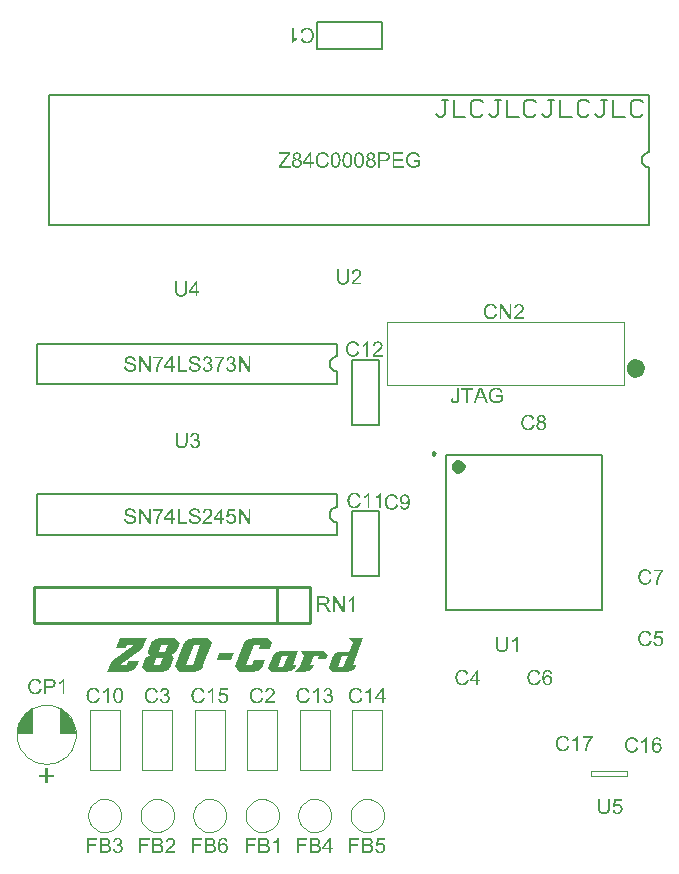
<source format=gto>
G04*
G04 #@! TF.GenerationSoftware,Altium Limited,Altium Designer,21.1.1 (26)*
G04*
G04 Layer_Color=65535*
%FSLAX25Y25*%
%MOIN*%
G70*
G04*
G04 #@! TF.SameCoordinates,4EBEE0B8-8E4E-43C0-80E5-A374C2A04DA5*
G04*
G04*
G04 #@! TF.FilePolarity,Positive*
G04*
G01*
G75*
%ADD10C,0.03937*%
%ADD11C,0.00394*%
%ADD12C,0.00984*%
%ADD13C,0.02362*%
%ADD14C,0.00787*%
%ADD15C,0.00591*%
%ADD16C,0.01000*%
G36*
X8700Y88879D02*
X3400D01*
X3600Y90879D01*
X3900Y91379D01*
Y92479D01*
X4600Y93179D01*
X4700Y93879D01*
X4800Y93979D01*
X5800Y94979D01*
Y95379D01*
X5900D01*
X6800Y96279D01*
X7000D01*
X8100Y97379D01*
X8500D01*
X8700Y97579D01*
Y88879D01*
D02*
G37*
G36*
X17700D02*
X23000D01*
X22800Y90879D01*
X22500Y91379D01*
Y92479D01*
X21800Y93179D01*
X21700Y93879D01*
X21600Y93979D01*
X20600Y94979D01*
Y95379D01*
X20500D01*
X19600Y96279D01*
X19400D01*
X18300Y97379D01*
X17900D01*
X17700Y97579D01*
Y88879D01*
D02*
G37*
G36*
X105415Y282801D02*
X105470Y282797D01*
X105535Y282793D01*
X105608Y282783D01*
X105692Y282772D01*
X105786Y282757D01*
X105884Y282735D01*
X105986Y282710D01*
X106092Y282681D01*
X106198Y282641D01*
X106303Y282597D01*
X106412Y282546D01*
X106514Y282488D01*
X106612Y282419D01*
X106620Y282415D01*
X106634Y282400D01*
X106663Y282379D01*
X106696Y282346D01*
X106740Y282309D01*
X106787Y282258D01*
X106838Y282204D01*
X106896Y282138D01*
X106955Y282066D01*
X107017Y281985D01*
X107075Y281894D01*
X107133Y281800D01*
X107191Y281694D01*
X107242Y281581D01*
X107293Y281461D01*
X107333Y281334D01*
X106678Y281181D01*
X106674Y281188D01*
X106671Y281206D01*
X106660Y281232D01*
X106645Y281272D01*
X106627Y281316D01*
X106605Y281367D01*
X106576Y281425D01*
X106547Y281487D01*
X106514Y281552D01*
X106474Y281618D01*
X106434Y281683D01*
X106387Y281752D01*
X106336Y281814D01*
X106285Y281876D01*
X106227Y281931D01*
X106165Y281982D01*
X106161Y281985D01*
X106150Y281993D01*
X106132Y282004D01*
X106106Y282022D01*
X106074Y282040D01*
X106034Y282062D01*
X105986Y282084D01*
X105935Y282109D01*
X105877Y282131D01*
X105815Y282153D01*
X105746Y282175D01*
X105673Y282193D01*
X105593Y282211D01*
X105509Y282222D01*
X105422Y282229D01*
X105327Y282233D01*
X105273D01*
X105233Y282229D01*
X105182Y282226D01*
X105124Y282218D01*
X105058Y282211D01*
X104989Y282196D01*
X104912Y282182D01*
X104836Y282164D01*
X104756Y282142D01*
X104672Y282117D01*
X104592Y282084D01*
X104512Y282044D01*
X104432Y282004D01*
X104356Y281953D01*
X104352Y281949D01*
X104337Y281942D01*
X104319Y281924D01*
X104294Y281902D01*
X104261Y281873D01*
X104225Y281840D01*
X104184Y281800D01*
X104141Y281756D01*
X104097Y281705D01*
X104050Y281650D01*
X104006Y281589D01*
X103963Y281520D01*
X103919Y281450D01*
X103879Y281374D01*
X103842Y281294D01*
X103810Y281206D01*
Y281203D01*
X103802Y281185D01*
X103795Y281159D01*
X103784Y281126D01*
X103773Y281083D01*
X103759Y281032D01*
X103748Y280974D01*
X103733Y280908D01*
X103719Y280839D01*
X103704Y280762D01*
X103690Y280682D01*
X103679Y280599D01*
X103660Y280424D01*
X103657Y280333D01*
X103653Y280238D01*
Y280231D01*
Y280209D01*
Y280176D01*
X103657Y280129D01*
X103660Y280074D01*
X103664Y280009D01*
X103668Y279936D01*
X103675Y279860D01*
X103686Y279772D01*
X103697Y279681D01*
X103733Y279496D01*
X103751Y279397D01*
X103777Y279303D01*
X103806Y279208D01*
X103839Y279117D01*
X103842Y279114D01*
X103846Y279095D01*
X103857Y279073D01*
X103875Y279041D01*
X103893Y279001D01*
X103919Y278953D01*
X103948Y278902D01*
X103981Y278848D01*
X104021Y278793D01*
X104064Y278735D01*
X104112Y278673D01*
X104163Y278615D01*
X104221Y278556D01*
X104283Y278502D01*
X104348Y278451D01*
X104421Y278404D01*
X104425Y278400D01*
X104439Y278393D01*
X104461Y278382D01*
X104490Y278367D01*
X104527Y278349D01*
X104570Y278327D01*
X104621Y278309D01*
X104676Y278287D01*
X104738Y278262D01*
X104803Y278243D01*
X104876Y278222D01*
X104949Y278204D01*
X105029Y278189D01*
X105109Y278178D01*
X105193Y278171D01*
X105277Y278167D01*
X105302D01*
X105331Y278171D01*
X105371D01*
X105419Y278178D01*
X105473Y278185D01*
X105539Y278192D01*
X105604Y278207D01*
X105677Y278225D01*
X105753Y278247D01*
X105833Y278273D01*
X105913Y278302D01*
X105994Y278338D01*
X106074Y278382D01*
X106150Y278433D01*
X106227Y278487D01*
X106230Y278491D01*
X106245Y278502D01*
X106263Y278520D01*
X106289Y278549D01*
X106321Y278582D01*
X106358Y278622D01*
X106398Y278673D01*
X106438Y278728D01*
X106481Y278793D01*
X106525Y278862D01*
X106572Y278942D01*
X106612Y279030D01*
X106656Y279121D01*
X106693Y279223D01*
X106725Y279328D01*
X106754Y279445D01*
X107421Y279277D01*
Y279274D01*
X107417Y279266D01*
X107413Y279255D01*
X107410Y279241D01*
X107406Y279223D01*
X107399Y279197D01*
X107380Y279143D01*
X107355Y279073D01*
X107326Y278997D01*
X107290Y278910D01*
X107246Y278815D01*
X107199Y278713D01*
X107144Y278611D01*
X107082Y278509D01*
X107013Y278404D01*
X106936Y278302D01*
X106853Y278204D01*
X106762Y278113D01*
X106663Y278025D01*
X106656Y278022D01*
X106638Y278007D01*
X106609Y277985D01*
X106565Y277960D01*
X106514Y277927D01*
X106449Y277890D01*
X106376Y277850D01*
X106292Y277810D01*
X106201Y277770D01*
X106099Y277730D01*
X105990Y277694D01*
X105874Y277661D01*
X105746Y277636D01*
X105615Y277614D01*
X105477Y277599D01*
X105331Y277596D01*
X105277D01*
X105251Y277599D01*
X105196D01*
X105127Y277607D01*
X105047Y277614D01*
X104956Y277625D01*
X104862Y277636D01*
X104756Y277654D01*
X104650Y277676D01*
X104538Y277705D01*
X104428Y277734D01*
X104319Y277774D01*
X104210Y277818D01*
X104104Y277869D01*
X104006Y277927D01*
X103999Y277930D01*
X103984Y277941D01*
X103959Y277963D01*
X103922Y277989D01*
X103879Y278022D01*
X103832Y278065D01*
X103777Y278113D01*
X103719Y278171D01*
X103657Y278236D01*
X103595Y278305D01*
X103529Y278385D01*
X103464Y278469D01*
X103402Y278564D01*
X103340Y278662D01*
X103282Y278771D01*
X103231Y278884D01*
Y278888D01*
X103227Y278891D01*
X103220Y278913D01*
X103205Y278946D01*
X103191Y278993D01*
X103169Y279052D01*
X103147Y279121D01*
X103122Y279201D01*
X103100Y279288D01*
X103074Y279386D01*
X103049Y279492D01*
X103027Y279601D01*
X103005Y279721D01*
X102991Y279841D01*
X102976Y279969D01*
X102969Y280100D01*
X102965Y280235D01*
Y280238D01*
Y280245D01*
Y280256D01*
Y280271D01*
Y280289D01*
X102969Y280311D01*
Y280366D01*
X102976Y280435D01*
X102980Y280515D01*
X102991Y280606D01*
X103001Y280704D01*
X103020Y280806D01*
X103038Y280915D01*
X103063Y281032D01*
X103093Y281148D01*
X103125Y281265D01*
X103165Y281381D01*
X103213Y281494D01*
X103264Y281607D01*
X103267Y281614D01*
X103278Y281632D01*
X103296Y281662D01*
X103318Y281705D01*
X103351Y281752D01*
X103387Y281807D01*
X103435Y281873D01*
X103486Y281938D01*
X103540Y282007D01*
X103606Y282084D01*
X103675Y282156D01*
X103751Y282229D01*
X103835Y282302D01*
X103922Y282371D01*
X104017Y282437D01*
X104119Y282499D01*
X104126Y282502D01*
X104145Y282513D01*
X104174Y282528D01*
X104217Y282546D01*
X104268Y282572D01*
X104330Y282597D01*
X104403Y282622D01*
X104479Y282651D01*
X104567Y282681D01*
X104661Y282706D01*
X104763Y282735D01*
X104869Y282757D01*
X104982Y282775D01*
X105098Y282790D01*
X105218Y282801D01*
X105342Y282804D01*
X105393D01*
X105415Y282801D01*
D02*
G37*
G36*
X135718Y282801D02*
X135769D01*
X135823Y282793D01*
X135885Y282790D01*
X135954Y282783D01*
X136031Y282772D01*
X136107Y282761D01*
X136275Y282728D01*
X136358Y282710D01*
X136446Y282684D01*
X136530Y282659D01*
X136613Y282626D01*
X136617Y282622D01*
X136632Y282619D01*
X136657Y282608D01*
X136686Y282593D01*
X136723Y282575D01*
X136766Y282553D01*
X136813Y282528D01*
X136868Y282499D01*
X136923Y282462D01*
X136977Y282426D01*
X137094Y282342D01*
X137207Y282244D01*
X137261Y282189D01*
X137309Y282131D01*
X137312Y282127D01*
X137320Y282117D01*
X137334Y282098D01*
X137349Y282073D01*
X137370Y282044D01*
X137396Y282004D01*
X137421Y281960D01*
X137451Y281909D01*
X137480Y281854D01*
X137512Y281789D01*
X137545Y281723D01*
X137574Y281651D01*
X137607Y281571D01*
X137636Y281487D01*
X137665Y281399D01*
X137691Y281305D01*
X137090Y281141D01*
Y281145D01*
X137086Y281159D01*
X137079Y281177D01*
X137068Y281206D01*
X137057Y281236D01*
X137047Y281276D01*
X137028Y281316D01*
X137014Y281363D01*
X136970Y281458D01*
X136923Y281559D01*
X136868Y281658D01*
X136839Y281701D01*
X136806Y281745D01*
X136803Y281749D01*
X136799Y281756D01*
X136788Y281767D01*
X136777Y281782D01*
X136759Y281800D01*
X136737Y281822D01*
X136712Y281847D01*
X136682Y281873D01*
X136650Y281902D01*
X136617Y281931D01*
X136533Y281989D01*
X136435Y282047D01*
X136326Y282098D01*
X136322D01*
X136311Y282105D01*
X136293Y282109D01*
X136271Y282120D01*
X136242Y282131D01*
X136206Y282142D01*
X136166Y282153D01*
X136122Y282167D01*
X136075Y282178D01*
X136020Y282189D01*
X135962Y282200D01*
X135904Y282211D01*
X135773Y282226D01*
X135634Y282233D01*
X135591D01*
X135558Y282229D01*
X135518D01*
X135470Y282226D01*
X135419Y282222D01*
X135365Y282215D01*
X135303Y282207D01*
X135237Y282200D01*
X135106Y282175D01*
X134972Y282138D01*
X134841Y282091D01*
X134837D01*
X134826Y282084D01*
X134808Y282076D01*
X134786Y282066D01*
X134757Y282051D01*
X134724Y282036D01*
X134688Y282015D01*
X134651Y281993D01*
X134564Y281942D01*
X134477Y281876D01*
X134386Y281803D01*
X134306Y281723D01*
X134302Y281720D01*
X134298Y281712D01*
X134287Y281701D01*
X134273Y281683D01*
X134255Y281662D01*
X134236Y281640D01*
X134214Y281610D01*
X134189Y281578D01*
X134138Y281505D01*
X134083Y281421D01*
X134032Y281327D01*
X133985Y281228D01*
X133982Y281225D01*
X133978Y281206D01*
X133967Y281181D01*
X133956Y281148D01*
X133941Y281105D01*
X133927Y281054D01*
X133909Y280992D01*
X133891Y280926D01*
X133872Y280853D01*
X133854Y280777D01*
X133840Y280693D01*
X133825Y280602D01*
X133814Y280511D01*
X133803Y280413D01*
X133800Y280315D01*
X133796Y280213D01*
Y280209D01*
Y280205D01*
Y280184D01*
Y280147D01*
X133800Y280100D01*
X133803Y280042D01*
X133807Y279976D01*
X133814Y279900D01*
X133825Y279820D01*
X133836Y279732D01*
X133851Y279641D01*
X133872Y279547D01*
X133894Y279452D01*
X133920Y279357D01*
X133949Y279263D01*
X133985Y279172D01*
X134025Y279084D01*
X134029Y279081D01*
X134036Y279066D01*
X134051Y279041D01*
X134069Y279012D01*
X134094Y278972D01*
X134124Y278931D01*
X134156Y278884D01*
X134196Y278833D01*
X134244Y278779D01*
X134295Y278724D01*
X134349Y278666D01*
X134411Y278611D01*
X134477Y278557D01*
X134546Y278506D01*
X134622Y278458D01*
X134702Y278415D01*
X134706Y278411D01*
X134724Y278404D01*
X134746Y278393D01*
X134779Y278382D01*
X134819Y278364D01*
X134870Y278345D01*
X134924Y278327D01*
X134986Y278305D01*
X135055Y278284D01*
X135128Y278265D01*
X135205Y278247D01*
X135285Y278229D01*
X135372Y278218D01*
X135459Y278207D01*
X135550Y278200D01*
X135641Y278196D01*
X135685D01*
X135714Y278200D01*
X135754D01*
X135802Y278204D01*
X135853Y278211D01*
X135911Y278218D01*
X135973Y278225D01*
X136038Y278236D01*
X136180Y278265D01*
X136333Y278305D01*
X136409Y278331D01*
X136486Y278360D01*
X136489Y278364D01*
X136504Y278367D01*
X136526Y278378D01*
X136555Y278389D01*
X136588Y278404D01*
X136628Y278422D01*
X136671Y278444D01*
X136719Y278469D01*
X136821Y278520D01*
X136926Y278582D01*
X137028Y278648D01*
X137072Y278680D01*
X137116Y278717D01*
Y279656D01*
X135634D01*
Y280249D01*
X137767D01*
Y278378D01*
X137760Y278375D01*
X137745Y278360D01*
X137720Y278342D01*
X137683Y278313D01*
X137636Y278284D01*
X137585Y278243D01*
X137523Y278204D01*
X137458Y278160D01*
X137381Y278113D01*
X137305Y278065D01*
X137221Y278014D01*
X137130Y277967D01*
X136944Y277872D01*
X136850Y277832D01*
X136752Y277792D01*
X136744Y277788D01*
X136730Y277785D01*
X136701Y277774D01*
X136661Y277763D01*
X136613Y277748D01*
X136559Y277730D01*
X136493Y277712D01*
X136424Y277694D01*
X136344Y277676D01*
X136260Y277658D01*
X136173Y277643D01*
X136082Y277625D01*
X135885Y277603D01*
X135783Y277599D01*
X135681Y277596D01*
X135631D01*
X135609Y277599D01*
X135558D01*
X135492Y277607D01*
X135416Y277614D01*
X135328Y277621D01*
X135234Y277636D01*
X135132Y277654D01*
X135026Y277672D01*
X134913Y277697D01*
X134797Y277730D01*
X134680Y277767D01*
X134564Y277807D01*
X134448Y277858D01*
X134331Y277912D01*
X134324Y277916D01*
X134306Y277927D01*
X134273Y277945D01*
X134233Y277971D01*
X134182Y278003D01*
X134124Y278043D01*
X134058Y278091D01*
X133989Y278145D01*
X133916Y278207D01*
X133840Y278276D01*
X133763Y278349D01*
X133687Y278433D01*
X133614Y278524D01*
X133541Y278618D01*
X133476Y278720D01*
X133414Y278830D01*
X133410Y278837D01*
X133399Y278859D01*
X133385Y278891D01*
X133366Y278935D01*
X133345Y278993D01*
X133316Y279059D01*
X133290Y279139D01*
X133261Y279223D01*
X133232Y279321D01*
X133206Y279423D01*
X133181Y279532D01*
X133155Y279652D01*
X133137Y279776D01*
X133123Y279903D01*
X133112Y280034D01*
X133108Y280173D01*
Y280176D01*
Y280180D01*
Y280191D01*
Y280205D01*
Y280224D01*
X133112Y280245D01*
Y280296D01*
X133119Y280362D01*
X133123Y280438D01*
X133133Y280526D01*
X133148Y280620D01*
X133163Y280722D01*
X133184Y280832D01*
X133206Y280944D01*
X133235Y281061D01*
X133272Y281181D01*
X133312Y281305D01*
X133359Y281425D01*
X133414Y281545D01*
Y281549D01*
X133417Y281552D01*
X133428Y281574D01*
X133447Y281607D01*
X133472Y281651D01*
X133501Y281701D01*
X133541Y281763D01*
X133589Y281833D01*
X133639Y281905D01*
X133698Y281982D01*
X133763Y282058D01*
X133836Y282138D01*
X133916Y282215D01*
X134003Y282291D01*
X134094Y282364D01*
X134193Y282433D01*
X134298Y282495D01*
X134306Y282499D01*
X134324Y282510D01*
X134356Y282524D01*
X134400Y282542D01*
X134455Y282568D01*
X134520Y282593D01*
X134597Y282622D01*
X134680Y282651D01*
X134775Y282677D01*
X134877Y282706D01*
X134986Y282732D01*
X135103Y282757D01*
X135227Y282775D01*
X135354Y282790D01*
X135488Y282801D01*
X135627Y282804D01*
X135681D01*
X135718Y282801D01*
D02*
G37*
G36*
X132238Y282124D02*
X129264D01*
Y280580D01*
X132049D01*
Y279987D01*
X129264D01*
Y278273D01*
X132354D01*
Y277679D01*
X128598D01*
Y282717D01*
X132238D01*
Y282124D01*
D02*
G37*
G36*
X125963Y282713D02*
X126014D01*
X126072Y282710D01*
X126196Y282706D01*
X126323Y282695D01*
X126447Y282684D01*
X126505Y282673D01*
X126556Y282666D01*
X126560D01*
X126574Y282663D01*
X126592Y282659D01*
X126618Y282655D01*
X126651Y282648D01*
X126687Y282637D01*
X126727Y282626D01*
X126774Y282615D01*
X126873Y282582D01*
X126975Y282539D01*
X127080Y282491D01*
X127178Y282430D01*
X127182Y282426D01*
X127189Y282422D01*
X127204Y282411D01*
X127218Y282397D01*
X127240Y282382D01*
X127266Y282360D01*
X127295Y282335D01*
X127324Y282306D01*
X127353Y282273D01*
X127386Y282237D01*
X127455Y282153D01*
X127521Y282055D01*
X127583Y281945D01*
X127586Y281942D01*
X127590Y281931D01*
X127597Y281913D01*
X127608Y281891D01*
X127619Y281862D01*
X127630Y281825D01*
X127644Y281785D01*
X127659Y281742D01*
X127673Y281694D01*
X127688Y281640D01*
X127699Y281585D01*
X127710Y281523D01*
X127728Y281396D01*
X127735Y281257D01*
Y281250D01*
Y281228D01*
X127732Y281196D01*
X127728Y281152D01*
X127724Y281094D01*
X127714Y281032D01*
X127703Y280959D01*
X127684Y280883D01*
X127663Y280799D01*
X127633Y280711D01*
X127601Y280620D01*
X127561Y280529D01*
X127513Y280438D01*
X127459Y280347D01*
X127397Y280256D01*
X127324Y280173D01*
X127320Y280169D01*
X127306Y280154D01*
X127280Y280133D01*
X127244Y280103D01*
X127197Y280071D01*
X127138Y280031D01*
X127069Y279991D01*
X126986Y279951D01*
X126891Y279911D01*
X126785Y279871D01*
X126662Y279831D01*
X126531Y279798D01*
X126381Y279769D01*
X126301Y279758D01*
X126217Y279747D01*
X126130Y279740D01*
X126039Y279732D01*
X125944Y279729D01*
X124558D01*
Y277679D01*
X123891D01*
Y282717D01*
X125912D01*
X125963Y282713D01*
D02*
G37*
G36*
X101596Y279452D02*
X102277D01*
Y278884D01*
X101596D01*
Y277679D01*
X100978D01*
Y278884D01*
X98794D01*
Y279452D01*
X101091Y282717D01*
X101596D01*
Y279452D01*
D02*
G37*
G36*
X94531Y282124D02*
X91699Y278626D01*
X91397Y278273D01*
X94615D01*
Y277679D01*
X90633D01*
Y278294D01*
X93210Y281523D01*
X93214Y281527D01*
X93221Y281538D01*
X93235Y281556D01*
X93257Y281581D01*
X93283Y281610D01*
X93308Y281647D01*
X93341Y281683D01*
X93377Y281727D01*
X93458Y281822D01*
X93545Y281920D01*
X93639Y282026D01*
X93734Y282124D01*
X90924D01*
Y282717D01*
X94531D01*
Y282124D01*
D02*
G37*
G36*
X121431Y282732D02*
X121478Y282728D01*
X121533Y282724D01*
X121598Y282713D01*
X121671Y282702D01*
X121748Y282688D01*
X121831Y282666D01*
X121919Y282641D01*
X122006Y282611D01*
X122093Y282572D01*
X122181Y282528D01*
X122268Y282477D01*
X122352Y282419D01*
X122428Y282349D01*
X122432Y282346D01*
X122446Y282331D01*
X122465Y282309D01*
X122490Y282280D01*
X122523Y282244D01*
X122556Y282200D01*
X122592Y282149D01*
X122632Y282091D01*
X122669Y282026D01*
X122705Y281953D01*
X122738Y281876D01*
X122770Y281796D01*
X122796Y281709D01*
X122814Y281614D01*
X122829Y281520D01*
X122832Y281418D01*
Y281414D01*
Y281403D01*
Y281385D01*
X122829Y281359D01*
X122825Y281330D01*
X122821Y281294D01*
X122818Y281254D01*
X122810Y281210D01*
X122789Y281116D01*
X122756Y281013D01*
X122734Y280963D01*
X122708Y280912D01*
X122679Y280861D01*
X122647Y280810D01*
X122643Y280806D01*
X122639Y280799D01*
X122628Y280784D01*
X122610Y280766D01*
X122592Y280744D01*
X122566Y280722D01*
X122541Y280693D01*
X122508Y280664D01*
X122468Y280631D01*
X122428Y280599D01*
X122381Y280566D01*
X122334Y280533D01*
X122275Y280500D01*
X122217Y280468D01*
X122155Y280438D01*
X122086Y280409D01*
X122090D01*
X122108Y280402D01*
X122130Y280395D01*
X122162Y280380D01*
X122203Y280366D01*
X122246Y280344D01*
X122297Y280322D01*
X122348Y280293D01*
X122406Y280260D01*
X122465Y280224D01*
X122523Y280184D01*
X122581Y280140D01*
X122639Y280093D01*
X122694Y280038D01*
X122748Y279983D01*
X122796Y279922D01*
X122800Y279918D01*
X122807Y279907D01*
X122818Y279889D01*
X122836Y279863D01*
X122854Y279831D01*
X122872Y279790D01*
X122894Y279747D01*
X122920Y279696D01*
X122942Y279638D01*
X122963Y279579D01*
X122982Y279510D01*
X123003Y279441D01*
X123018Y279365D01*
X123029Y279288D01*
X123036Y279205D01*
X123040Y279117D01*
Y279110D01*
Y279088D01*
X123036Y279055D01*
X123032Y279008D01*
X123025Y278953D01*
X123014Y278891D01*
X123000Y278819D01*
X122982Y278738D01*
X122960Y278655D01*
X122927Y278568D01*
X122890Y278480D01*
X122847Y278389D01*
X122792Y278294D01*
X122734Y278207D01*
X122661Y278116D01*
X122581Y278032D01*
X122578Y278029D01*
X122559Y278014D01*
X122534Y277992D01*
X122497Y277963D01*
X122454Y277930D01*
X122396Y277894D01*
X122334Y277854D01*
X122261Y277814D01*
X122177Y277774D01*
X122086Y277734D01*
X121988Y277697D01*
X121882Y277665D01*
X121766Y277636D01*
X121646Y277614D01*
X121515Y277599D01*
X121380Y277596D01*
X121347D01*
X121307Y277599D01*
X121256Y277603D01*
X121194Y277610D01*
X121122Y277617D01*
X121038Y277632D01*
X120950Y277650D01*
X120856Y277676D01*
X120757Y277705D01*
X120659Y277738D01*
X120557Y277781D01*
X120455Y277832D01*
X120357Y277890D01*
X120266Y277960D01*
X120175Y278036D01*
X120171Y278040D01*
X120157Y278058D01*
X120131Y278080D01*
X120106Y278116D01*
X120070Y278160D01*
X120029Y278211D01*
X119989Y278269D01*
X119949Y278338D01*
X119906Y278415D01*
X119866Y278498D01*
X119826Y278589D01*
X119793Y278684D01*
X119764Y278789D01*
X119738Y278899D01*
X119724Y279015D01*
X119720Y279135D01*
Y279143D01*
Y279157D01*
Y279183D01*
X119724Y279219D01*
X119727Y279259D01*
X119735Y279310D01*
X119742Y279365D01*
X119753Y279423D01*
X119764Y279485D01*
X119782Y279554D01*
X119800Y279619D01*
X119826Y279689D01*
X119855Y279758D01*
X119887Y279827D01*
X119924Y279892D01*
X119968Y279958D01*
X119971Y279962D01*
X119978Y279973D01*
X119993Y279991D01*
X120015Y280013D01*
X120040Y280038D01*
X120073Y280071D01*
X120109Y280103D01*
X120150Y280140D01*
X120201Y280176D01*
X120252Y280213D01*
X120310Y280253D01*
X120375Y280289D01*
X120444Y280322D01*
X120517Y280355D01*
X120597Y280384D01*
X120681Y280409D01*
X120677D01*
X120663Y280417D01*
X120645Y280424D01*
X120619Y280435D01*
X120586Y280449D01*
X120550Y280468D01*
X120510Y280489D01*
X120466Y280511D01*
X120372Y280570D01*
X120277Y280639D01*
X120186Y280719D01*
X120146Y280762D01*
X120109Y280810D01*
X120106Y280813D01*
X120102Y280821D01*
X120091Y280835D01*
X120080Y280857D01*
X120066Y280883D01*
X120051Y280912D01*
X120033Y280948D01*
X120018Y280988D01*
X120000Y281032D01*
X119982Y281079D01*
X119968Y281130D01*
X119953Y281185D01*
X119931Y281305D01*
X119928Y281370D01*
X119924Y281436D01*
Y281443D01*
Y281461D01*
X119928Y281490D01*
X119931Y281527D01*
X119935Y281574D01*
X119946Y281629D01*
X119957Y281691D01*
X119975Y281756D01*
X119993Y281829D01*
X120018Y281902D01*
X120051Y281978D01*
X120091Y282058D01*
X120135Y282135D01*
X120186Y282215D01*
X120248Y282288D01*
X120317Y282360D01*
X120321Y282364D01*
X120335Y282375D01*
X120357Y282397D01*
X120390Y282419D01*
X120430Y282448D01*
X120477Y282481D01*
X120532Y282513D01*
X120597Y282550D01*
X120667Y282582D01*
X120747Y282615D01*
X120834Y282648D01*
X120929Y282677D01*
X121027Y282702D01*
X121136Y282721D01*
X121249Y282732D01*
X121369Y282735D01*
X121398D01*
X121431Y282732D01*
D02*
G37*
G36*
X117525Y282732D02*
X117558D01*
X117602Y282728D01*
X117645Y282721D01*
X117696Y282713D01*
X117805Y282695D01*
X117926Y282666D01*
X118049Y282626D01*
X118107Y282601D01*
X118166Y282572D01*
X118169D01*
X118180Y282564D01*
X118195Y282553D01*
X118217Y282542D01*
X118242Y282524D01*
X118271Y282502D01*
X118308Y282481D01*
X118344Y282451D01*
X118424Y282386D01*
X118508Y282302D01*
X118592Y282207D01*
X118668Y282098D01*
X118672Y282095D01*
X118675Y282084D01*
X118686Y282066D01*
X118701Y282044D01*
X118719Y282014D01*
X118737Y281978D01*
X118759Y281938D01*
X118781Y281891D01*
X118806Y281840D01*
X118832Y281782D01*
X118857Y281720D01*
X118886Y281654D01*
X118912Y281585D01*
X118934Y281512D01*
X118959Y281432D01*
X118981Y281352D01*
Y281348D01*
X118985Y281330D01*
X118992Y281308D01*
X118999Y281272D01*
X119007Y281228D01*
X119018Y281174D01*
X119028Y281112D01*
X119039Y281039D01*
X119050Y280959D01*
X119061Y280868D01*
X119072Y280770D01*
X119079Y280664D01*
X119087Y280551D01*
X119094Y280428D01*
X119098Y280300D01*
Y280162D01*
Y280158D01*
Y280151D01*
Y280140D01*
Y280122D01*
Y280103D01*
Y280078D01*
X119094Y280049D01*
Y280016D01*
X119090Y279940D01*
X119087Y279852D01*
X119083Y279758D01*
X119076Y279652D01*
X119065Y279539D01*
X119054Y279423D01*
X119021Y279186D01*
X118999Y279066D01*
X118974Y278950D01*
X118945Y278837D01*
X118912Y278731D01*
X118908Y278724D01*
X118905Y278706D01*
X118894Y278680D01*
X118879Y278640D01*
X118857Y278597D01*
X118835Y278542D01*
X118806Y278484D01*
X118777Y278422D01*
X118741Y278356D01*
X118697Y278287D01*
X118654Y278218D01*
X118606Y278145D01*
X118552Y278076D01*
X118493Y278011D01*
X118431Y277949D01*
X118366Y277890D01*
X118362Y277887D01*
X118348Y277880D01*
X118330Y277865D01*
X118300Y277843D01*
X118264Y277821D01*
X118224Y277796D01*
X118173Y277770D01*
X118119Y277745D01*
X118053Y277716D01*
X117984Y277690D01*
X117911Y277665D01*
X117831Y277643D01*
X117744Y277625D01*
X117652Y277610D01*
X117558Y277599D01*
X117456Y277596D01*
X117423D01*
X117387Y277599D01*
X117336Y277603D01*
X117274Y277610D01*
X117201Y277625D01*
X117125Y277639D01*
X117037Y277661D01*
X116946Y277687D01*
X116855Y277723D01*
X116761Y277763D01*
X116663Y277814D01*
X116568Y277872D01*
X116477Y277941D01*
X116390Y278022D01*
X116309Y278113D01*
Y278116D01*
X116306Y278120D01*
X116298Y278131D01*
X116288Y278142D01*
X116277Y278160D01*
X116262Y278182D01*
X116247Y278204D01*
X116233Y278233D01*
X116215Y278265D01*
X116193Y278302D01*
X116175Y278342D01*
X116153Y278385D01*
X116131Y278436D01*
X116109Y278487D01*
X116084Y278546D01*
X116062Y278604D01*
X116040Y278669D01*
X116015Y278738D01*
X115993Y278811D01*
X115971Y278891D01*
X115949Y278972D01*
X115931Y279059D01*
X115909Y279146D01*
X115891Y279244D01*
X115876Y279343D01*
X115862Y279445D01*
X115847Y279554D01*
X115836Y279667D01*
X115825Y279783D01*
X115822Y279903D01*
X115814Y280031D01*
Y280162D01*
Y280165D01*
Y280173D01*
Y280184D01*
Y280202D01*
Y280224D01*
Y280249D01*
X115818Y280278D01*
Y280311D01*
X115822Y280384D01*
X115825Y280471D01*
X115829Y280570D01*
X115836Y280675D01*
X115847Y280788D01*
X115858Y280904D01*
X115891Y281145D01*
X115913Y281265D01*
X115938Y281381D01*
X115964Y281494D01*
X115996Y281600D01*
X116000Y281607D01*
X116004Y281625D01*
X116015Y281650D01*
X116029Y281691D01*
X116051Y281734D01*
X116073Y281789D01*
X116102Y281847D01*
X116135Y281909D01*
X116167Y281975D01*
X116211Y282044D01*
X116255Y282117D01*
X116302Y282186D01*
X116357Y282255D01*
X116415Y282320D01*
X116477Y282382D01*
X116542Y282440D01*
X116546Y282444D01*
X116560Y282455D01*
X116579Y282470D01*
X116608Y282488D01*
X116644Y282510D01*
X116688Y282535D01*
X116735Y282560D01*
X116794Y282590D01*
X116855Y282615D01*
X116925Y282641D01*
X117001Y282666D01*
X117081Y282688D01*
X117168Y282710D01*
X117259Y282724D01*
X117354Y282732D01*
X117456Y282735D01*
X117496D01*
X117525Y282732D01*
D02*
G37*
G36*
X113612D02*
X113645D01*
X113689Y282728D01*
X113732Y282721D01*
X113783Y282713D01*
X113892Y282695D01*
X114013Y282666D01*
X114136Y282626D01*
X114195Y282601D01*
X114253Y282572D01*
X114256D01*
X114267Y282564D01*
X114282Y282553D01*
X114304Y282542D01*
X114329Y282524D01*
X114358Y282502D01*
X114395Y282481D01*
X114431Y282451D01*
X114511Y282386D01*
X114595Y282302D01*
X114679Y282207D01*
X114755Y282098D01*
X114759Y282095D01*
X114762Y282084D01*
X114773Y282066D01*
X114788Y282044D01*
X114806Y282014D01*
X114824Y281978D01*
X114846Y281938D01*
X114868Y281891D01*
X114893Y281840D01*
X114919Y281782D01*
X114944Y281720D01*
X114973Y281654D01*
X114999Y281585D01*
X115021Y281512D01*
X115046Y281432D01*
X115068Y281352D01*
Y281348D01*
X115072Y281330D01*
X115079Y281308D01*
X115086Y281272D01*
X115094Y281228D01*
X115104Y281174D01*
X115115Y281112D01*
X115126Y281039D01*
X115137Y280959D01*
X115148Y280868D01*
X115159Y280770D01*
X115166Y280664D01*
X115174Y280551D01*
X115181Y280428D01*
X115185Y280300D01*
Y280162D01*
Y280158D01*
Y280151D01*
Y280140D01*
Y280122D01*
Y280103D01*
Y280078D01*
X115181Y280049D01*
Y280016D01*
X115177Y279940D01*
X115174Y279852D01*
X115170Y279758D01*
X115163Y279652D01*
X115152Y279539D01*
X115141Y279423D01*
X115108Y279186D01*
X115086Y279066D01*
X115061Y278950D01*
X115032Y278837D01*
X114999Y278731D01*
X114995Y278724D01*
X114992Y278706D01*
X114981Y278680D01*
X114966Y278640D01*
X114944Y278597D01*
X114922Y278542D01*
X114893Y278484D01*
X114864Y278422D01*
X114828Y278356D01*
X114784Y278287D01*
X114741Y278218D01*
X114693Y278145D01*
X114639Y278076D01*
X114580Y278011D01*
X114518Y277949D01*
X114453Y277890D01*
X114449Y277887D01*
X114435Y277880D01*
X114417Y277865D01*
X114388Y277843D01*
X114351Y277821D01*
X114311Y277796D01*
X114260Y277770D01*
X114206Y277745D01*
X114140Y277716D01*
X114071Y277690D01*
X113998Y277665D01*
X113918Y277643D01*
X113830Y277625D01*
X113740Y277610D01*
X113645Y277599D01*
X113543Y277596D01*
X113510D01*
X113474Y277599D01*
X113423Y277603D01*
X113361Y277610D01*
X113288Y277625D01*
X113212Y277639D01*
X113124Y277661D01*
X113033Y277687D01*
X112942Y277723D01*
X112848Y277763D01*
X112750Y277814D01*
X112655Y277872D01*
X112564Y277941D01*
X112477Y278022D01*
X112396Y278113D01*
Y278116D01*
X112393Y278120D01*
X112385Y278131D01*
X112374Y278142D01*
X112364Y278160D01*
X112349Y278182D01*
X112335Y278204D01*
X112320Y278233D01*
X112302Y278265D01*
X112280Y278302D01*
X112262Y278342D01*
X112240Y278385D01*
X112218Y278436D01*
X112196Y278487D01*
X112171Y278546D01*
X112149Y278604D01*
X112127Y278669D01*
X112101Y278738D01*
X112080Y278811D01*
X112058Y278891D01*
X112036Y278972D01*
X112018Y279059D01*
X111996Y279146D01*
X111978Y279244D01*
X111963Y279343D01*
X111949Y279445D01*
X111934Y279554D01*
X111923Y279667D01*
X111912Y279783D01*
X111909Y279903D01*
X111901Y280031D01*
Y280162D01*
Y280165D01*
Y280173D01*
Y280184D01*
Y280202D01*
Y280224D01*
Y280249D01*
X111905Y280278D01*
Y280311D01*
X111909Y280384D01*
X111912Y280471D01*
X111916Y280570D01*
X111923Y280675D01*
X111934Y280788D01*
X111945Y280904D01*
X111978Y281145D01*
X112000Y281265D01*
X112025Y281381D01*
X112051Y281494D01*
X112083Y281600D01*
X112087Y281607D01*
X112091Y281625D01*
X112101Y281650D01*
X112116Y281691D01*
X112138Y281734D01*
X112160Y281789D01*
X112189Y281847D01*
X112222Y281909D01*
X112254Y281975D01*
X112298Y282044D01*
X112342Y282117D01*
X112389Y282186D01*
X112444Y282255D01*
X112502Y282320D01*
X112564Y282382D01*
X112629Y282440D01*
X112633Y282444D01*
X112647Y282455D01*
X112666Y282470D01*
X112695Y282488D01*
X112731Y282510D01*
X112775Y282535D01*
X112822Y282560D01*
X112881Y282590D01*
X112942Y282615D01*
X113012Y282641D01*
X113088Y282666D01*
X113168Y282688D01*
X113255Y282710D01*
X113346Y282724D01*
X113441Y282732D01*
X113543Y282735D01*
X113583D01*
X113612Y282732D01*
D02*
G37*
G36*
X109699D02*
X109732D01*
X109776Y282728D01*
X109819Y282721D01*
X109870Y282713D01*
X109979Y282695D01*
X110099Y282666D01*
X110223Y282626D01*
X110282Y282601D01*
X110340Y282572D01*
X110343D01*
X110354Y282564D01*
X110369Y282553D01*
X110391Y282542D01*
X110416Y282524D01*
X110445Y282502D01*
X110482Y282481D01*
X110518Y282451D01*
X110598Y282386D01*
X110682Y282302D01*
X110766Y282207D01*
X110842Y282098D01*
X110846Y282095D01*
X110849Y282084D01*
X110860Y282066D01*
X110875Y282044D01*
X110893Y282014D01*
X110911Y281978D01*
X110933Y281938D01*
X110955Y281891D01*
X110980Y281840D01*
X111006Y281782D01*
X111031Y281720D01*
X111061Y281654D01*
X111086Y281585D01*
X111108Y281512D01*
X111133Y281432D01*
X111155Y281352D01*
Y281348D01*
X111159Y281330D01*
X111166Y281308D01*
X111173Y281272D01*
X111181Y281228D01*
X111191Y281174D01*
X111203Y281112D01*
X111213Y281039D01*
X111224Y280959D01*
X111235Y280868D01*
X111246Y280770D01*
X111253Y280664D01*
X111261Y280551D01*
X111268Y280428D01*
X111272Y280300D01*
Y280162D01*
Y280158D01*
Y280151D01*
Y280140D01*
Y280122D01*
Y280103D01*
Y280078D01*
X111268Y280049D01*
Y280016D01*
X111264Y279940D01*
X111261Y279852D01*
X111257Y279758D01*
X111250Y279652D01*
X111239Y279539D01*
X111228Y279423D01*
X111195Y279186D01*
X111173Y279066D01*
X111148Y278950D01*
X111119Y278837D01*
X111086Y278731D01*
X111082Y278724D01*
X111079Y278706D01*
X111068Y278680D01*
X111053Y278640D01*
X111031Y278597D01*
X111010Y278542D01*
X110980Y278484D01*
X110951Y278422D01*
X110915Y278356D01*
X110871Y278287D01*
X110828Y278218D01*
X110780Y278145D01*
X110726Y278076D01*
X110667Y278011D01*
X110606Y277949D01*
X110540Y277890D01*
X110536Y277887D01*
X110522Y277880D01*
X110504Y277865D01*
X110475Y277843D01*
X110438Y277821D01*
X110398Y277796D01*
X110347Y277770D01*
X110292Y277745D01*
X110227Y277716D01*
X110158Y277690D01*
X110085Y277665D01*
X110005Y277643D01*
X109917Y277625D01*
X109827Y277610D01*
X109732Y277599D01*
X109630Y277596D01*
X109597D01*
X109561Y277599D01*
X109510Y277603D01*
X109448Y277610D01*
X109375Y277625D01*
X109299Y277639D01*
X109211Y277661D01*
X109120Y277687D01*
X109029Y277723D01*
X108935Y277763D01*
X108836Y277814D01*
X108742Y277872D01*
X108651Y277941D01*
X108563Y278022D01*
X108483Y278113D01*
Y278116D01*
X108480Y278120D01*
X108473Y278131D01*
X108461Y278142D01*
X108451Y278160D01*
X108436Y278182D01*
X108422Y278204D01*
X108407Y278233D01*
X108389Y278265D01*
X108367Y278302D01*
X108349Y278342D01*
X108327Y278385D01*
X108305Y278436D01*
X108283Y278487D01*
X108258Y278546D01*
X108236Y278604D01*
X108214Y278669D01*
X108188Y278738D01*
X108167Y278811D01*
X108145Y278891D01*
X108123Y278972D01*
X108105Y279059D01*
X108083Y279146D01*
X108065Y279244D01*
X108050Y279343D01*
X108036Y279445D01*
X108021Y279554D01*
X108010Y279667D01*
X107999Y279783D01*
X107996Y279903D01*
X107988Y280031D01*
Y280162D01*
Y280165D01*
Y280173D01*
Y280184D01*
Y280202D01*
Y280224D01*
Y280249D01*
X107992Y280278D01*
Y280311D01*
X107996Y280384D01*
X107999Y280471D01*
X108003Y280570D01*
X108010Y280675D01*
X108021Y280788D01*
X108032Y280904D01*
X108065Y281145D01*
X108087Y281265D01*
X108112Y281381D01*
X108138Y281494D01*
X108170Y281600D01*
X108174Y281607D01*
X108178Y281625D01*
X108188Y281650D01*
X108203Y281691D01*
X108225Y281734D01*
X108247Y281789D01*
X108276Y281847D01*
X108309Y281909D01*
X108341Y281975D01*
X108385Y282044D01*
X108429Y282117D01*
X108476Y282186D01*
X108531Y282255D01*
X108589Y282320D01*
X108651Y282382D01*
X108716Y282440D01*
X108720Y282444D01*
X108735Y282455D01*
X108753Y282470D01*
X108782Y282488D01*
X108818Y282510D01*
X108862Y282535D01*
X108909Y282560D01*
X108967Y282590D01*
X109029Y282615D01*
X109098Y282641D01*
X109175Y282666D01*
X109255Y282688D01*
X109342Y282710D01*
X109433Y282724D01*
X109528Y282732D01*
X109630Y282735D01*
X109670D01*
X109699Y282732D01*
D02*
G37*
G36*
X96784D02*
X96832Y282728D01*
X96886Y282724D01*
X96952Y282713D01*
X97025Y282702D01*
X97101Y282688D01*
X97185Y282666D01*
X97272Y282641D01*
X97360Y282611D01*
X97447Y282572D01*
X97534Y282528D01*
X97622Y282477D01*
X97705Y282419D01*
X97782Y282349D01*
X97785Y282346D01*
X97800Y282331D01*
X97818Y282309D01*
X97844Y282280D01*
X97876Y282244D01*
X97909Y282200D01*
X97946Y282149D01*
X97986Y282091D01*
X98022Y282026D01*
X98058Y281953D01*
X98091Y281876D01*
X98124Y281796D01*
X98149Y281709D01*
X98168Y281614D01*
X98182Y281520D01*
X98186Y281418D01*
Y281414D01*
Y281403D01*
Y281385D01*
X98182Y281359D01*
X98178Y281330D01*
X98175Y281294D01*
X98171Y281254D01*
X98164Y281210D01*
X98142Y281116D01*
X98109Y281013D01*
X98088Y280963D01*
X98062Y280912D01*
X98033Y280861D01*
X98000Y280810D01*
X97996Y280806D01*
X97993Y280799D01*
X97982Y280784D01*
X97964Y280766D01*
X97946Y280744D01*
X97920Y280722D01*
X97895Y280693D01*
X97862Y280664D01*
X97822Y280631D01*
X97782Y280599D01*
X97734Y280566D01*
X97687Y280533D01*
X97629Y280500D01*
X97571Y280468D01*
X97509Y280438D01*
X97440Y280409D01*
X97443D01*
X97461Y280402D01*
X97483Y280395D01*
X97516Y280380D01*
X97556Y280366D01*
X97600Y280344D01*
X97651Y280322D01*
X97702Y280293D01*
X97760Y280260D01*
X97818Y280224D01*
X97876Y280184D01*
X97935Y280140D01*
X97993Y280093D01*
X98048Y280038D01*
X98102Y279983D01*
X98149Y279922D01*
X98153Y279918D01*
X98160Y279907D01*
X98171Y279889D01*
X98190Y279863D01*
X98208Y279831D01*
X98226Y279790D01*
X98248Y279747D01*
X98273Y279696D01*
X98295Y279638D01*
X98317Y279579D01*
X98335Y279510D01*
X98357Y279441D01*
X98371Y279365D01*
X98382Y279288D01*
X98390Y279205D01*
X98393Y279117D01*
Y279110D01*
Y279088D01*
X98390Y279055D01*
X98386Y279008D01*
X98379Y278953D01*
X98368Y278891D01*
X98353Y278819D01*
X98335Y278738D01*
X98313Y278655D01*
X98281Y278568D01*
X98244Y278480D01*
X98200Y278389D01*
X98146Y278294D01*
X98088Y278207D01*
X98015Y278116D01*
X97935Y278032D01*
X97931Y278029D01*
X97913Y278014D01*
X97887Y277992D01*
X97851Y277963D01*
X97807Y277930D01*
X97749Y277894D01*
X97687Y277854D01*
X97614Y277814D01*
X97531Y277774D01*
X97440Y277734D01*
X97341Y277697D01*
X97236Y277665D01*
X97119Y277636D01*
X96999Y277614D01*
X96868Y277599D01*
X96733Y277596D01*
X96701D01*
X96661Y277599D01*
X96610Y277603D01*
X96548Y277610D01*
X96475Y277617D01*
X96391Y277632D01*
X96304Y277650D01*
X96209Y277676D01*
X96111Y277705D01*
X96013Y277737D01*
X95911Y277781D01*
X95809Y277832D01*
X95711Y277890D01*
X95620Y277960D01*
X95529Y278036D01*
X95525Y278040D01*
X95510Y278058D01*
X95485Y278080D01*
X95460Y278116D01*
X95423Y278160D01*
X95383Y278211D01*
X95343Y278269D01*
X95303Y278338D01*
X95259Y278415D01*
X95219Y278498D01*
X95179Y278589D01*
X95146Y278684D01*
X95117Y278789D01*
X95092Y278899D01*
X95077Y279015D01*
X95074Y279135D01*
Y279143D01*
Y279157D01*
Y279183D01*
X95077Y279219D01*
X95081Y279259D01*
X95088Y279310D01*
X95095Y279365D01*
X95106Y279423D01*
X95117Y279485D01*
X95135Y279554D01*
X95154Y279619D01*
X95179Y279689D01*
X95208Y279758D01*
X95241Y279827D01*
X95278Y279892D01*
X95321Y279958D01*
X95325Y279962D01*
X95332Y279973D01*
X95347Y279991D01*
X95368Y280012D01*
X95394Y280038D01*
X95427Y280071D01*
X95463Y280103D01*
X95503Y280140D01*
X95554Y280176D01*
X95605Y280213D01*
X95663Y280253D01*
X95729Y280289D01*
X95798Y280322D01*
X95871Y280355D01*
X95951Y280384D01*
X96035Y280409D01*
X96031D01*
X96016Y280417D01*
X95998Y280424D01*
X95973Y280435D01*
X95940Y280449D01*
X95903Y280468D01*
X95863Y280489D01*
X95820Y280511D01*
X95725Y280570D01*
X95631Y280639D01*
X95539Y280719D01*
X95499Y280762D01*
X95463Y280810D01*
X95460Y280813D01*
X95456Y280821D01*
X95445Y280835D01*
X95434Y280857D01*
X95419Y280883D01*
X95405Y280912D01*
X95387Y280948D01*
X95372Y280988D01*
X95354Y281032D01*
X95336Y281079D01*
X95321Y281130D01*
X95307Y281185D01*
X95285Y281305D01*
X95281Y281370D01*
X95278Y281436D01*
Y281443D01*
Y281461D01*
X95281Y281490D01*
X95285Y281527D01*
X95288Y281574D01*
X95299Y281629D01*
X95310Y281691D01*
X95328Y281756D01*
X95347Y281829D01*
X95372Y281902D01*
X95405Y281978D01*
X95445Y282058D01*
X95489Y282135D01*
X95539Y282215D01*
X95601Y282288D01*
X95671Y282360D01*
X95674Y282364D01*
X95689Y282375D01*
X95711Y282397D01*
X95743Y282419D01*
X95783Y282448D01*
X95831Y282481D01*
X95885Y282513D01*
X95951Y282550D01*
X96020Y282582D01*
X96100Y282615D01*
X96188Y282648D01*
X96282Y282677D01*
X96380Y282702D01*
X96490Y282721D01*
X96602Y282732D01*
X96723Y282735D01*
X96752D01*
X96784Y282732D01*
D02*
G37*
G36*
X62703Y214804D02*
X62750D01*
X62808Y214797D01*
X62870Y214793D01*
X62943Y214786D01*
X63016Y214775D01*
X63096Y214764D01*
X63259Y214732D01*
X63347Y214710D01*
X63431Y214688D01*
X63514Y214659D01*
X63594Y214626D01*
X63598Y214622D01*
X63613Y214619D01*
X63634Y214608D01*
X63664Y214593D01*
X63700Y214575D01*
X63740Y214550D01*
X63787Y214524D01*
X63835Y214491D01*
X63889Y214459D01*
X63940Y214419D01*
X63995Y214375D01*
X64049Y214328D01*
X64104Y214277D01*
X64155Y214218D01*
X64206Y214160D01*
X64249Y214095D01*
X64253Y214091D01*
X64260Y214080D01*
X64271Y214058D01*
X64286Y214033D01*
X64304Y214000D01*
X64326Y213960D01*
X64344Y213916D01*
X64370Y213865D01*
X64391Y213811D01*
X64413Y213749D01*
X64435Y213683D01*
X64453Y213614D01*
X64472Y213541D01*
X64486Y213465D01*
X64493Y213385D01*
X64501Y213305D01*
X63860Y213257D01*
Y213265D01*
X63856Y213279D01*
X63853Y213305D01*
X63845Y213337D01*
X63838Y213374D01*
X63827Y213421D01*
X63813Y213472D01*
X63794Y213527D01*
X63776Y213585D01*
X63751Y213643D01*
X63722Y213702D01*
X63689Y213763D01*
X63652Y213822D01*
X63609Y213876D01*
X63561Y213931D01*
X63511Y213978D01*
X63507Y213982D01*
X63496Y213989D01*
X63481Y214000D01*
X63456Y214018D01*
X63423Y214036D01*
X63387Y214055D01*
X63343Y214076D01*
X63292Y214102D01*
X63234Y214124D01*
X63168Y214146D01*
X63096Y214164D01*
X63019Y214186D01*
X62932Y214200D01*
X62841Y214211D01*
X62743Y214218D01*
X62637Y214222D01*
X62579D01*
X62539Y214218D01*
X62488Y214215D01*
X62433Y214211D01*
X62368Y214204D01*
X62302Y214193D01*
X62156Y214167D01*
X62084Y214149D01*
X62011Y214127D01*
X61942Y214102D01*
X61873Y214073D01*
X61811Y214040D01*
X61756Y214000D01*
X61752Y213996D01*
X61745Y213989D01*
X61731Y213978D01*
X61712Y213960D01*
X61694Y213938D01*
X61669Y213913D01*
X61647Y213883D01*
X61621Y213851D01*
X61596Y213814D01*
X61571Y213771D01*
X61527Y213680D01*
X61509Y213632D01*
X61494Y213578D01*
X61487Y213523D01*
X61483Y213465D01*
Y213461D01*
Y213454D01*
Y213439D01*
X61487Y213421D01*
X61490Y213396D01*
X61494Y213370D01*
X61509Y213308D01*
X61530Y213236D01*
X61563Y213163D01*
X61585Y213123D01*
X61614Y213086D01*
X61643Y213050D01*
X61676Y213017D01*
X61680Y213014D01*
X61687Y213010D01*
X61698Y212999D01*
X61720Y212988D01*
X61745Y212970D01*
X61782Y212952D01*
X61822Y212930D01*
X61873Y212904D01*
X61935Y212879D01*
X62004Y212850D01*
X62087Y212821D01*
X62178Y212788D01*
X62284Y212755D01*
X62400Y212722D01*
X62531Y212690D01*
X62677Y212653D01*
X62681D01*
X62688Y212649D01*
X62699D01*
X62713Y212646D01*
X62732Y212642D01*
X62753Y212635D01*
X62808Y212624D01*
X62874Y212606D01*
X62950Y212588D01*
X63034Y212569D01*
X63121Y212544D01*
X63307Y212497D01*
X63398Y212471D01*
X63489Y212442D01*
X63576Y212417D01*
X63656Y212387D01*
X63729Y212362D01*
X63791Y212336D01*
X63794Y212333D01*
X63809Y212326D01*
X63835Y212315D01*
X63864Y212300D01*
X63900Y212278D01*
X63940Y212256D01*
X63987Y212227D01*
X64038Y212194D01*
X64089Y212162D01*
X64144Y212122D01*
X64253Y212034D01*
X64355Y211932D01*
X64399Y211878D01*
X64442Y211820D01*
X64446Y211816D01*
X64453Y211805D01*
X64461Y211787D01*
X64475Y211765D01*
X64490Y211736D01*
X64508Y211700D01*
X64530Y211660D01*
X64548Y211616D01*
X64566Y211565D01*
X64588Y211510D01*
X64606Y211452D01*
X64621Y211386D01*
X64635Y211321D01*
X64646Y211252D01*
X64650Y211183D01*
X64653Y211106D01*
Y211103D01*
Y211088D01*
Y211066D01*
X64650Y211037D01*
X64646Y211001D01*
X64643Y210961D01*
X64635Y210913D01*
X64624Y210859D01*
X64613Y210804D01*
X64595Y210742D01*
X64577Y210680D01*
X64555Y210615D01*
X64530Y210549D01*
X64497Y210480D01*
X64461Y210415D01*
X64421Y210345D01*
X64417Y210342D01*
X64410Y210331D01*
X64395Y210313D01*
X64377Y210287D01*
X64355Y210258D01*
X64326Y210222D01*
X64293Y210185D01*
X64253Y210145D01*
X64210Y210102D01*
X64158Y210058D01*
X64104Y210011D01*
X64046Y209963D01*
X63984Y209920D01*
X63915Y209876D01*
X63842Y209836D01*
X63762Y209796D01*
X63758Y209792D01*
X63744Y209788D01*
X63718Y209778D01*
X63685Y209767D01*
X63645Y209752D01*
X63598Y209734D01*
X63543Y209716D01*
X63481Y209698D01*
X63412Y209679D01*
X63336Y209661D01*
X63256Y209647D01*
X63172Y209628D01*
X63085Y209617D01*
X62990Y209607D01*
X62892Y209603D01*
X62793Y209599D01*
X62728D01*
X62681Y209603D01*
X62622Y209607D01*
X62553Y209610D01*
X62477Y209617D01*
X62393Y209625D01*
X62306Y209636D01*
X62215Y209647D01*
X62022Y209683D01*
X61923Y209705D01*
X61829Y209730D01*
X61734Y209763D01*
X61647Y209796D01*
X61643Y209799D01*
X61625Y209807D01*
X61603Y209818D01*
X61571Y209832D01*
X61530Y209854D01*
X61487Y209879D01*
X61436Y209912D01*
X61385Y209945D01*
X61327Y209985D01*
X61268Y210029D01*
X61207Y210080D01*
X61148Y210134D01*
X61086Y210192D01*
X61028Y210254D01*
X60974Y210324D01*
X60922Y210396D01*
X60919Y210400D01*
X60912Y210415D01*
X60897Y210436D01*
X60883Y210466D01*
X60861Y210506D01*
X60839Y210549D01*
X60813Y210600D01*
X60791Y210659D01*
X60766Y210724D01*
X60741Y210793D01*
X60719Y210870D01*
X60697Y210946D01*
X60679Y211030D01*
X60664Y211117D01*
X60653Y211208D01*
X60650Y211303D01*
X61279Y211357D01*
Y211354D01*
X61283Y211339D01*
Y211321D01*
X61290Y211296D01*
X61294Y211263D01*
X61301Y211223D01*
X61312Y211183D01*
X61323Y211135D01*
X61348Y211037D01*
X61385Y210931D01*
X61428Y210829D01*
X61483Y210731D01*
X61487Y210728D01*
X61490Y210720D01*
X61501Y210709D01*
X61516Y210691D01*
X61530Y210669D01*
X61552Y210648D01*
X61578Y210622D01*
X61607Y210593D01*
X61640Y210564D01*
X61680Y210531D01*
X61720Y210498D01*
X61767Y210466D01*
X61814Y210433D01*
X61869Y210400D01*
X61927Y210371D01*
X61989Y210342D01*
X61993D01*
X62004Y210334D01*
X62025Y210327D01*
X62051Y210320D01*
X62084Y210309D01*
X62120Y210295D01*
X62167Y210280D01*
X62215Y210269D01*
X62269Y210254D01*
X62331Y210240D01*
X62393Y210229D01*
X62462Y210214D01*
X62608Y210200D01*
X62764Y210192D01*
X62801D01*
X62830Y210196D01*
X62863D01*
X62899Y210200D01*
X62943Y210204D01*
X62990Y210207D01*
X63096Y210222D01*
X63209Y210240D01*
X63321Y210269D01*
X63434Y210305D01*
X63438D01*
X63449Y210309D01*
X63463Y210316D01*
X63481Y210327D01*
X63507Y210338D01*
X63532Y210353D01*
X63598Y210385D01*
X63667Y210429D01*
X63740Y210484D01*
X63809Y210546D01*
X63867Y210615D01*
Y210618D01*
X63875Y210626D01*
X63882Y210637D01*
X63889Y210651D01*
X63900Y210669D01*
X63915Y210691D01*
X63940Y210746D01*
X63966Y210808D01*
X63991Y210880D01*
X64006Y210964D01*
X64013Y211048D01*
Y211052D01*
Y211059D01*
Y211070D01*
X64009Y211088D01*
Y211110D01*
X64006Y211132D01*
X63995Y211190D01*
X63980Y211252D01*
X63955Y211321D01*
X63918Y211390D01*
X63871Y211459D01*
Y211463D01*
X63864Y211467D01*
X63845Y211488D01*
X63809Y211521D01*
X63787Y211543D01*
X63762Y211565D01*
X63733Y211587D01*
X63700Y211612D01*
X63664Y211638D01*
X63620Y211663D01*
X63576Y211689D01*
X63525Y211714D01*
X63474Y211736D01*
X63416Y211761D01*
X63412D01*
X63405Y211765D01*
X63394Y211769D01*
X63372Y211776D01*
X63347Y211783D01*
X63318Y211794D01*
X63278Y211805D01*
X63230Y211820D01*
X63172Y211838D01*
X63110Y211856D01*
X63037Y211874D01*
X62954Y211896D01*
X62863Y211922D01*
X62757Y211947D01*
X62644Y211976D01*
X62520Y212005D01*
X62517D01*
X62513Y212009D01*
X62502D01*
X62491Y212013D01*
X62455Y212023D01*
X62408Y212034D01*
X62353Y212049D01*
X62287Y212067D01*
X62215Y212085D01*
X62142Y212107D01*
X61982Y212155D01*
X61822Y212209D01*
X61745Y212238D01*
X61672Y212267D01*
X61611Y212293D01*
X61552Y212322D01*
X61549Y212326D01*
X61538Y212329D01*
X61519Y212340D01*
X61494Y212355D01*
X61465Y212373D01*
X61428Y212398D01*
X61392Y212424D01*
X61348Y212453D01*
X61261Y212519D01*
X61174Y212599D01*
X61086Y212690D01*
X61050Y212740D01*
X61014Y212791D01*
X61010Y212795D01*
X61006Y212806D01*
X60999Y212821D01*
X60988Y212842D01*
X60974Y212868D01*
X60959Y212897D01*
X60944Y212933D01*
X60926Y212973D01*
X60912Y213021D01*
X60893Y213068D01*
X60868Y213174D01*
X60846Y213290D01*
X60843Y213352D01*
X60839Y213418D01*
Y213421D01*
Y213436D01*
Y213454D01*
X60843Y213483D01*
X60846Y213516D01*
X60850Y213556D01*
X60857Y213600D01*
X60864Y213650D01*
X60879Y213705D01*
X60890Y213760D01*
X60908Y213818D01*
X60930Y213880D01*
X60955Y213942D01*
X60984Y214004D01*
X61017Y214069D01*
X61054Y214131D01*
X61057Y214135D01*
X61064Y214146D01*
X61075Y214164D01*
X61094Y214186D01*
X61115Y214215D01*
X61145Y214244D01*
X61177Y214280D01*
X61214Y214317D01*
X61254Y214357D01*
X61301Y214400D01*
X61352Y214440D01*
X61410Y214484D01*
X61472Y214524D01*
X61538Y214564D01*
X61607Y214601D01*
X61683Y214633D01*
X61687Y214637D01*
X61702Y214641D01*
X61723Y214648D01*
X61756Y214663D01*
X61796Y214673D01*
X61840Y214688D01*
X61894Y214706D01*
X61956Y214721D01*
X62022Y214739D01*
X62091Y214754D01*
X62167Y214768D01*
X62248Y214783D01*
X62335Y214793D01*
X62422Y214801D01*
X62513Y214804D01*
X62608Y214808D01*
X62663D01*
X62703Y214804D01*
D02*
G37*
G36*
X41190D02*
X41237D01*
X41296Y214797D01*
X41357Y214793D01*
X41430Y214786D01*
X41503Y214775D01*
X41583Y214764D01*
X41747Y214732D01*
X41834Y214710D01*
X41918Y214688D01*
X42002Y214659D01*
X42082Y214626D01*
X42085Y214622D01*
X42100Y214619D01*
X42122Y214608D01*
X42151Y214593D01*
X42188Y214575D01*
X42228Y214550D01*
X42275Y214524D01*
X42322Y214491D01*
X42377Y214459D01*
X42428Y214419D01*
X42482Y214375D01*
X42537Y214328D01*
X42592Y214277D01*
X42643Y214218D01*
X42693Y214160D01*
X42737Y214095D01*
X42741Y214091D01*
X42748Y214080D01*
X42759Y214058D01*
X42774Y214033D01*
X42792Y214000D01*
X42814Y213960D01*
X42832Y213916D01*
X42857Y213865D01*
X42879Y213811D01*
X42901Y213749D01*
X42923Y213683D01*
X42941Y213614D01*
X42959Y213541D01*
X42974Y213465D01*
X42981Y213385D01*
X42988Y213305D01*
X42348Y213257D01*
Y213265D01*
X42344Y213279D01*
X42340Y213305D01*
X42333Y213337D01*
X42326Y213374D01*
X42315Y213421D01*
X42300Y213472D01*
X42282Y213527D01*
X42264Y213585D01*
X42238Y213643D01*
X42209Y213702D01*
X42176Y213763D01*
X42140Y213822D01*
X42096Y213876D01*
X42049Y213931D01*
X41998Y213978D01*
X41995Y213982D01*
X41984Y213989D01*
X41969Y214000D01*
X41944Y214018D01*
X41911Y214036D01*
X41874Y214055D01*
X41831Y214076D01*
X41780Y214102D01*
X41721Y214124D01*
X41656Y214146D01*
X41583Y214164D01*
X41507Y214186D01*
X41419Y214200D01*
X41328Y214211D01*
X41230Y214218D01*
X41125Y214222D01*
X41066D01*
X41026Y214218D01*
X40975Y214215D01*
X40921Y214211D01*
X40855Y214204D01*
X40790Y214193D01*
X40644Y214167D01*
X40571Y214149D01*
X40499Y214127D01*
X40429Y214102D01*
X40360Y214073D01*
X40298Y214040D01*
X40244Y214000D01*
X40240Y213996D01*
X40233Y213989D01*
X40218Y213978D01*
X40200Y213960D01*
X40182Y213938D01*
X40156Y213913D01*
X40135Y213883D01*
X40109Y213851D01*
X40084Y213814D01*
X40058Y213771D01*
X40014Y213680D01*
X39996Y213632D01*
X39982Y213578D01*
X39974Y213523D01*
X39971Y213465D01*
Y213461D01*
Y213454D01*
Y213439D01*
X39974Y213421D01*
X39978Y213396D01*
X39982Y213370D01*
X39996Y213308D01*
X40018Y213236D01*
X40051Y213163D01*
X40073Y213123D01*
X40102Y213086D01*
X40131Y213050D01*
X40164Y213017D01*
X40167Y213014D01*
X40174Y213010D01*
X40185Y212999D01*
X40207Y212988D01*
X40233Y212970D01*
X40269Y212952D01*
X40309Y212930D01*
X40360Y212904D01*
X40422Y212879D01*
X40491Y212850D01*
X40575Y212821D01*
X40666Y212788D01*
X40771Y212755D01*
X40888Y212722D01*
X41019Y212690D01*
X41165Y212653D01*
X41168D01*
X41175Y212649D01*
X41186D01*
X41201Y212646D01*
X41219Y212642D01*
X41241Y212635D01*
X41296Y212624D01*
X41361Y212606D01*
X41438Y212588D01*
X41521Y212569D01*
X41609Y212544D01*
X41794Y212497D01*
X41885Y212471D01*
X41976Y212442D01*
X42064Y212417D01*
X42144Y212387D01*
X42217Y212362D01*
X42279Y212336D01*
X42282Y212333D01*
X42297Y212326D01*
X42322Y212315D01*
X42351Y212300D01*
X42388Y212278D01*
X42428Y212256D01*
X42475Y212227D01*
X42526Y212194D01*
X42577Y212162D01*
X42632Y212122D01*
X42741Y212034D01*
X42843Y211932D01*
X42886Y211878D01*
X42930Y211820D01*
X42934Y211816D01*
X42941Y211805D01*
X42948Y211787D01*
X42963Y211765D01*
X42977Y211736D01*
X42996Y211700D01*
X43017Y211660D01*
X43036Y211616D01*
X43054Y211565D01*
X43076Y211510D01*
X43094Y211452D01*
X43108Y211386D01*
X43123Y211321D01*
X43134Y211252D01*
X43137Y211183D01*
X43141Y211106D01*
Y211103D01*
Y211088D01*
Y211066D01*
X43137Y211037D01*
X43134Y211001D01*
X43130Y210961D01*
X43123Y210913D01*
X43112Y210859D01*
X43101Y210804D01*
X43083Y210742D01*
X43065Y210680D01*
X43043Y210615D01*
X43017Y210549D01*
X42985Y210480D01*
X42948Y210415D01*
X42908Y210345D01*
X42904Y210342D01*
X42897Y210331D01*
X42883Y210313D01*
X42865Y210287D01*
X42843Y210258D01*
X42814Y210222D01*
X42781Y210185D01*
X42741Y210145D01*
X42697Y210102D01*
X42646Y210058D01*
X42592Y210011D01*
X42533Y209963D01*
X42471Y209920D01*
X42402Y209876D01*
X42329Y209836D01*
X42249Y209796D01*
X42246Y209792D01*
X42231Y209788D01*
X42206Y209778D01*
X42173Y209767D01*
X42133Y209752D01*
X42085Y209734D01*
X42031Y209716D01*
X41969Y209698D01*
X41900Y209679D01*
X41824Y209661D01*
X41743Y209647D01*
X41660Y209628D01*
X41572Y209617D01*
X41478Y209607D01*
X41379Y209603D01*
X41281Y209599D01*
X41216D01*
X41168Y209603D01*
X41110Y209607D01*
X41041Y209610D01*
X40964Y209617D01*
X40881Y209625D01*
X40793Y209636D01*
X40702Y209647D01*
X40509Y209683D01*
X40411Y209705D01*
X40317Y209730D01*
X40222Y209763D01*
X40135Y209796D01*
X40131Y209799D01*
X40113Y209807D01*
X40091Y209818D01*
X40058Y209832D01*
X40018Y209854D01*
X39974Y209879D01*
X39923Y209912D01*
X39872Y209945D01*
X39814Y209985D01*
X39756Y210029D01*
X39694Y210080D01*
X39636Y210134D01*
X39574Y210192D01*
X39516Y210254D01*
X39461Y210324D01*
X39410Y210396D01*
X39406Y210400D01*
X39399Y210415D01*
X39385Y210436D01*
X39370Y210466D01*
X39348Y210506D01*
X39326Y210549D01*
X39301Y210600D01*
X39279Y210659D01*
X39254Y210724D01*
X39228Y210793D01*
X39206Y210870D01*
X39184Y210946D01*
X39166Y211030D01*
X39152Y211117D01*
X39141Y211208D01*
X39137Y211303D01*
X39767Y211357D01*
Y211354D01*
X39770Y211339D01*
Y211321D01*
X39778Y211296D01*
X39781Y211263D01*
X39789Y211223D01*
X39800Y211183D01*
X39810Y211135D01*
X39836Y211037D01*
X39872Y210931D01*
X39916Y210829D01*
X39971Y210731D01*
X39974Y210728D01*
X39978Y210720D01*
X39989Y210709D01*
X40003Y210691D01*
X40018Y210669D01*
X40040Y210648D01*
X40065Y210622D01*
X40095Y210593D01*
X40127Y210564D01*
X40167Y210531D01*
X40207Y210498D01*
X40255Y210466D01*
X40302Y210433D01*
X40356Y210400D01*
X40415Y210371D01*
X40477Y210342D01*
X40480D01*
X40491Y210334D01*
X40513Y210327D01*
X40538Y210320D01*
X40571Y210309D01*
X40608Y210295D01*
X40655Y210280D01*
X40702Y210269D01*
X40757Y210254D01*
X40819Y210240D01*
X40881Y210229D01*
X40950Y210214D01*
X41096Y210200D01*
X41252Y210192D01*
X41288D01*
X41317Y210196D01*
X41350D01*
X41387Y210200D01*
X41430Y210204D01*
X41478Y210207D01*
X41583Y210222D01*
X41696Y210240D01*
X41809Y210269D01*
X41922Y210305D01*
X41925D01*
X41936Y210309D01*
X41951Y210316D01*
X41969Y210327D01*
X41995Y210338D01*
X42020Y210353D01*
X42085Y210385D01*
X42155Y210429D01*
X42228Y210484D01*
X42297Y210546D01*
X42355Y210615D01*
Y210618D01*
X42362Y210626D01*
X42369Y210637D01*
X42377Y210651D01*
X42388Y210669D01*
X42402Y210691D01*
X42428Y210746D01*
X42453Y210808D01*
X42479Y210880D01*
X42493Y210964D01*
X42500Y211048D01*
Y211052D01*
Y211059D01*
Y211070D01*
X42497Y211088D01*
Y211110D01*
X42493Y211132D01*
X42482Y211190D01*
X42468Y211252D01*
X42442Y211321D01*
X42406Y211390D01*
X42358Y211459D01*
Y211463D01*
X42351Y211467D01*
X42333Y211488D01*
X42297Y211521D01*
X42275Y211543D01*
X42249Y211565D01*
X42220Y211587D01*
X42188Y211612D01*
X42151Y211638D01*
X42107Y211663D01*
X42064Y211689D01*
X42013Y211714D01*
X41962Y211736D01*
X41903Y211761D01*
X41900D01*
X41893Y211765D01*
X41882Y211769D01*
X41860Y211776D01*
X41834Y211783D01*
X41805Y211794D01*
X41765Y211805D01*
X41718Y211820D01*
X41660Y211838D01*
X41598Y211856D01*
X41525Y211874D01*
X41441Y211896D01*
X41350Y211922D01*
X41245Y211947D01*
X41132Y211976D01*
X41008Y212005D01*
X41004D01*
X41001Y212009D01*
X40990D01*
X40979Y212013D01*
X40943Y212023D01*
X40895Y212034D01*
X40841Y212049D01*
X40775Y212067D01*
X40702Y212085D01*
X40630Y212107D01*
X40469Y212155D01*
X40309Y212209D01*
X40233Y212238D01*
X40160Y212267D01*
X40098Y212293D01*
X40040Y212322D01*
X40036Y212326D01*
X40025Y212329D01*
X40007Y212340D01*
X39982Y212355D01*
X39952Y212373D01*
X39916Y212398D01*
X39880Y212424D01*
X39836Y212453D01*
X39749Y212519D01*
X39661Y212599D01*
X39574Y212690D01*
X39538Y212740D01*
X39501Y212791D01*
X39498Y212795D01*
X39494Y212806D01*
X39487Y212821D01*
X39476Y212842D01*
X39461Y212868D01*
X39446Y212897D01*
X39432Y212933D01*
X39414Y212973D01*
X39399Y213021D01*
X39381Y213068D01*
X39355Y213174D01*
X39334Y213290D01*
X39330Y213352D01*
X39326Y213418D01*
Y213421D01*
Y213436D01*
Y213454D01*
X39330Y213483D01*
X39334Y213516D01*
X39337Y213556D01*
X39345Y213600D01*
X39352Y213650D01*
X39366Y213705D01*
X39377Y213760D01*
X39396Y213818D01*
X39417Y213880D01*
X39443Y213942D01*
X39472Y214004D01*
X39505Y214069D01*
X39541Y214131D01*
X39545Y214135D01*
X39552Y214146D01*
X39563Y214164D01*
X39581Y214186D01*
X39603Y214215D01*
X39632Y214244D01*
X39665Y214280D01*
X39701Y214317D01*
X39741Y214357D01*
X39789Y214400D01*
X39840Y214440D01*
X39898Y214484D01*
X39960Y214524D01*
X40025Y214564D01*
X40095Y214601D01*
X40171Y214633D01*
X40174Y214637D01*
X40189Y214641D01*
X40211Y214648D01*
X40244Y214663D01*
X40284Y214673D01*
X40327Y214688D01*
X40382Y214706D01*
X40444Y214721D01*
X40509Y214739D01*
X40579Y214754D01*
X40655Y214768D01*
X40735Y214783D01*
X40822Y214793D01*
X40910Y214801D01*
X41001Y214804D01*
X41096Y214808D01*
X41150D01*
X41190Y214804D01*
D02*
G37*
G36*
X74787Y214735D02*
X74824D01*
X74867Y214728D01*
X74915Y214724D01*
X74966Y214717D01*
X75024Y214706D01*
X75082Y214695D01*
X75209Y214663D01*
X75279Y214644D01*
X75344Y214619D01*
X75410Y214593D01*
X75475Y214561D01*
X75479Y214557D01*
X75490Y214553D01*
X75508Y214542D01*
X75533Y214528D01*
X75563Y214510D01*
X75595Y214488D01*
X75632Y214462D01*
X75672Y214433D01*
X75759Y214364D01*
X75846Y214280D01*
X75930Y214186D01*
X75970Y214131D01*
X76007Y214076D01*
X76010Y214073D01*
X76014Y214062D01*
X76025Y214047D01*
X76036Y214022D01*
X76050Y213996D01*
X76065Y213960D01*
X76083Y213924D01*
X76101Y213880D01*
X76116Y213832D01*
X76134Y213785D01*
X76163Y213676D01*
X76185Y213556D01*
X76189Y213494D01*
X76192Y213428D01*
Y213425D01*
Y213414D01*
Y213396D01*
X76189Y213374D01*
Y213345D01*
X76181Y213312D01*
X76178Y213272D01*
X76170Y213232D01*
X76149Y213137D01*
X76116Y213039D01*
X76098Y212988D01*
X76072Y212933D01*
X76047Y212882D01*
X76014Y212832D01*
X76010Y212828D01*
X76007Y212821D01*
X75996Y212806D01*
X75981Y212788D01*
X75963Y212766D01*
X75941Y212740D01*
X75916Y212711D01*
X75883Y212679D01*
X75850Y212646D01*
X75810Y212613D01*
X75770Y212577D01*
X75723Y212540D01*
X75672Y212508D01*
X75617Y212471D01*
X75559Y212438D01*
X75497Y212409D01*
X75501D01*
X75515Y212406D01*
X75541Y212398D01*
X75570Y212387D01*
X75610Y212376D01*
X75654Y212358D01*
X75701Y212340D01*
X75752Y212315D01*
X75806Y212289D01*
X75865Y212256D01*
X75923Y212224D01*
X75981Y212184D01*
X76036Y212140D01*
X76090Y212093D01*
X76145Y212038D01*
X76192Y211980D01*
X76196Y211976D01*
X76203Y211965D01*
X76214Y211947D01*
X76232Y211922D01*
X76251Y211889D01*
X76272Y211852D01*
X76294Y211809D01*
X76316Y211758D01*
X76338Y211700D01*
X76363Y211638D01*
X76382Y211572D01*
X76400Y211499D01*
X76418Y211423D01*
X76429Y211343D01*
X76436Y211259D01*
X76440Y211168D01*
Y211161D01*
Y211139D01*
X76436Y211103D01*
X76433Y211059D01*
X76425Y211001D01*
X76414Y210935D01*
X76400Y210862D01*
X76378Y210782D01*
X76353Y210695D01*
X76323Y210608D01*
X76283Y210513D01*
X76236Y210418D01*
X76181Y210324D01*
X76116Y210229D01*
X76039Y210138D01*
X75956Y210051D01*
X75949Y210047D01*
X75934Y210032D01*
X75908Y210007D01*
X75868Y209978D01*
X75821Y209945D01*
X75766Y209905D01*
X75697Y209865D01*
X75625Y209821D01*
X75541Y209778D01*
X75446Y209738D01*
X75348Y209698D01*
X75239Y209665D01*
X75126Y209636D01*
X75002Y209610D01*
X74875Y209596D01*
X74740Y209592D01*
X74711D01*
X74674Y209596D01*
X74631Y209599D01*
X74572Y209603D01*
X74507Y209614D01*
X74434Y209625D01*
X74354Y209643D01*
X74270Y209661D01*
X74179Y209687D01*
X74088Y209719D01*
X73994Y209759D01*
X73903Y209803D01*
X73812Y209854D01*
X73721Y209916D01*
X73637Y209985D01*
X73633Y209989D01*
X73619Y210003D01*
X73597Y210025D01*
X73568Y210058D01*
X73535Y210098D01*
X73495Y210145D01*
X73455Y210200D01*
X73411Y210262D01*
X73368Y210331D01*
X73324Y210411D01*
X73284Y210495D01*
X73244Y210586D01*
X73211Y210684D01*
X73178Y210786D01*
X73157Y210895D01*
X73142Y211012D01*
X73761Y211095D01*
Y211088D01*
X73764Y211073D01*
X73772Y211044D01*
X73783Y211008D01*
X73794Y210964D01*
X73808Y210917D01*
X73826Y210862D01*
X73844Y210804D01*
X73896Y210677D01*
X73957Y210553D01*
X73994Y210491D01*
X74034Y210433D01*
X74074Y210382D01*
X74121Y210334D01*
X74125Y210331D01*
X74132Y210324D01*
X74147Y210313D01*
X74168Y210298D01*
X74190Y210280D01*
X74223Y210262D01*
X74256Y210240D01*
X74296Y210222D01*
X74340Y210200D01*
X74387Y210178D01*
X74438Y210160D01*
X74493Y210142D01*
X74551Y210127D01*
X74613Y210116D01*
X74674Y210109D01*
X74744Y210105D01*
X74762D01*
X74787Y210109D01*
X74816D01*
X74857Y210116D01*
X74900Y210120D01*
X74948Y210131D01*
X75002Y210142D01*
X75057Y210160D01*
X75118Y210178D01*
X75180Y210204D01*
X75242Y210233D01*
X75304Y210269D01*
X75366Y210309D01*
X75424Y210353D01*
X75482Y210407D01*
X75486Y210411D01*
X75497Y210422D01*
X75512Y210436D01*
X75530Y210462D01*
X75552Y210491D01*
X75577Y210527D01*
X75606Y210567D01*
X75635Y210615D01*
X75661Y210666D01*
X75690Y210724D01*
X75716Y210782D01*
X75737Y210851D01*
X75756Y210921D01*
X75770Y210993D01*
X75781Y211073D01*
X75785Y211154D01*
Y211157D01*
Y211172D01*
Y211194D01*
X75781Y211226D01*
X75777Y211259D01*
X75770Y211303D01*
X75763Y211350D01*
X75748Y211401D01*
X75734Y211456D01*
X75716Y211514D01*
X75694Y211572D01*
X75668Y211630D01*
X75635Y211689D01*
X75595Y211747D01*
X75555Y211801D01*
X75504Y211856D01*
X75501Y211860D01*
X75494Y211867D01*
X75475Y211881D01*
X75453Y211900D01*
X75428Y211922D01*
X75395Y211943D01*
X75355Y211969D01*
X75311Y211994D01*
X75264Y212020D01*
X75209Y212045D01*
X75151Y212067D01*
X75089Y212089D01*
X75024Y212107D01*
X74951Y212122D01*
X74878Y212129D01*
X74798Y212133D01*
X74765D01*
X74729Y212129D01*
X74678Y212125D01*
X74613Y212118D01*
X74540Y212104D01*
X74456Y212089D01*
X74361Y212067D01*
X74431Y212610D01*
X74441D01*
X74452Y212606D01*
X74467D01*
X74500Y212602D01*
X74569D01*
X74594Y212606D01*
X74631Y212610D01*
X74671Y212613D01*
X74714Y212620D01*
X74765Y212628D01*
X74820Y212639D01*
X74875Y212653D01*
X74995Y212690D01*
X75057Y212711D01*
X75118Y212740D01*
X75180Y212770D01*
X75239Y212806D01*
X75242Y212810D01*
X75253Y212817D01*
X75268Y212828D01*
X75290Y212846D01*
X75311Y212868D01*
X75341Y212893D01*
X75366Y212926D01*
X75399Y212963D01*
X75428Y213006D01*
X75457Y213054D01*
X75482Y213105D01*
X75504Y213163D01*
X75526Y213225D01*
X75541Y213294D01*
X75552Y213367D01*
X75555Y213443D01*
Y213447D01*
Y213458D01*
Y213476D01*
X75552Y213501D01*
X75548Y213527D01*
X75544Y213563D01*
X75537Y213600D01*
X75526Y213640D01*
X75497Y213727D01*
X75479Y213774D01*
X75457Y213822D01*
X75432Y213869D01*
X75399Y213916D01*
X75362Y213960D01*
X75322Y214004D01*
X75319Y214007D01*
X75311Y214015D01*
X75301Y214025D01*
X75282Y214040D01*
X75257Y214055D01*
X75231Y214076D01*
X75199Y214095D01*
X75162Y214117D01*
X75122Y214138D01*
X75078Y214157D01*
X75028Y214178D01*
X74977Y214193D01*
X74918Y214208D01*
X74860Y214218D01*
X74795Y214226D01*
X74729Y214229D01*
X74693D01*
X74671Y214226D01*
X74638Y214222D01*
X74602Y214218D01*
X74562Y214211D01*
X74518Y214200D01*
X74423Y214175D01*
X74376Y214157D01*
X74325Y214131D01*
X74274Y214106D01*
X74223Y214076D01*
X74176Y214040D01*
X74129Y214000D01*
X74125Y213996D01*
X74117Y213989D01*
X74107Y213974D01*
X74088Y213956D01*
X74070Y213934D01*
X74048Y213905D01*
X74027Y213869D01*
X74001Y213832D01*
X73976Y213785D01*
X73950Y213734D01*
X73921Y213680D01*
X73899Y213618D01*
X73874Y213552D01*
X73856Y213483D01*
X73837Y213407D01*
X73823Y213323D01*
X73204Y213432D01*
Y213436D01*
Y213439D01*
X73211Y213461D01*
X73219Y213490D01*
X73229Y213534D01*
X73244Y213589D01*
X73262Y213647D01*
X73284Y213712D01*
X73309Y213785D01*
X73342Y213862D01*
X73379Y213942D01*
X73422Y214022D01*
X73470Y214102D01*
X73521Y214182D01*
X73579Y214258D01*
X73644Y214331D01*
X73717Y214397D01*
X73721Y214400D01*
X73735Y214411D01*
X73757Y214429D01*
X73790Y214451D01*
X73830Y214477D01*
X73877Y214506D01*
X73932Y214535D01*
X73994Y214568D01*
X74063Y214601D01*
X74139Y214630D01*
X74220Y214659D01*
X74307Y214684D01*
X74401Y214706D01*
X74503Y214724D01*
X74609Y214735D01*
X74718Y214739D01*
X74758D01*
X74787Y214735D01*
D02*
G37*
G36*
X66961Y214735D02*
X66998D01*
X67041Y214728D01*
X67089Y214724D01*
X67140Y214717D01*
X67198Y214706D01*
X67256Y214695D01*
X67383Y214663D01*
X67453Y214644D01*
X67518Y214619D01*
X67584Y214593D01*
X67649Y214561D01*
X67653Y214557D01*
X67664Y214553D01*
X67682Y214542D01*
X67708Y214528D01*
X67737Y214510D01*
X67769Y214488D01*
X67806Y214462D01*
X67846Y214433D01*
X67933Y214364D01*
X68020Y214280D01*
X68104Y214186D01*
X68144Y214131D01*
X68181Y214076D01*
X68184Y214073D01*
X68188Y214062D01*
X68199Y214047D01*
X68210Y214022D01*
X68224Y213996D01*
X68239Y213960D01*
X68257Y213924D01*
X68275Y213880D01*
X68290Y213832D01*
X68308Y213785D01*
X68337Y213676D01*
X68359Y213556D01*
X68363Y213494D01*
X68366Y213428D01*
Y213425D01*
Y213414D01*
Y213396D01*
X68363Y213374D01*
Y213345D01*
X68355Y213312D01*
X68352Y213272D01*
X68344Y213232D01*
X68323Y213137D01*
X68290Y213039D01*
X68272Y212988D01*
X68246Y212933D01*
X68221Y212882D01*
X68188Y212832D01*
X68184Y212828D01*
X68181Y212821D01*
X68170Y212806D01*
X68155Y212788D01*
X68137Y212766D01*
X68115Y212740D01*
X68090Y212711D01*
X68057Y212679D01*
X68024Y212646D01*
X67984Y212613D01*
X67944Y212577D01*
X67897Y212540D01*
X67846Y212508D01*
X67791Y212471D01*
X67733Y212438D01*
X67671Y212409D01*
X67675D01*
X67689Y212406D01*
X67715Y212398D01*
X67744Y212387D01*
X67784Y212376D01*
X67828Y212358D01*
X67875Y212340D01*
X67926Y212315D01*
X67980Y212289D01*
X68039Y212256D01*
X68097Y212224D01*
X68155Y212184D01*
X68210Y212140D01*
X68264Y212093D01*
X68319Y212038D01*
X68366Y211980D01*
X68370Y211976D01*
X68377Y211965D01*
X68388Y211947D01*
X68406Y211922D01*
X68425Y211889D01*
X68446Y211852D01*
X68468Y211809D01*
X68490Y211758D01*
X68512Y211700D01*
X68537Y211638D01*
X68556Y211572D01*
X68574Y211499D01*
X68592Y211423D01*
X68603Y211343D01*
X68610Y211259D01*
X68614Y211168D01*
Y211161D01*
Y211139D01*
X68610Y211103D01*
X68607Y211059D01*
X68599Y211001D01*
X68588Y210935D01*
X68574Y210862D01*
X68552Y210782D01*
X68527Y210695D01*
X68497Y210608D01*
X68457Y210513D01*
X68410Y210418D01*
X68355Y210324D01*
X68290Y210229D01*
X68213Y210138D01*
X68130Y210051D01*
X68123Y210047D01*
X68108Y210032D01*
X68082Y210007D01*
X68042Y209978D01*
X67995Y209945D01*
X67940Y209905D01*
X67871Y209865D01*
X67799Y209821D01*
X67715Y209778D01*
X67620Y209737D01*
X67522Y209698D01*
X67413Y209665D01*
X67300Y209636D01*
X67176Y209610D01*
X67049Y209596D01*
X66914Y209592D01*
X66885D01*
X66848Y209596D01*
X66805Y209599D01*
X66746Y209603D01*
X66681Y209614D01*
X66608Y209625D01*
X66528Y209643D01*
X66444Y209661D01*
X66353Y209687D01*
X66262Y209719D01*
X66168Y209759D01*
X66077Y209803D01*
X65986Y209854D01*
X65895Y209916D01*
X65811Y209985D01*
X65807Y209989D01*
X65793Y210003D01*
X65771Y210025D01*
X65742Y210058D01*
X65709Y210098D01*
X65669Y210145D01*
X65629Y210200D01*
X65585Y210262D01*
X65542Y210331D01*
X65498Y210411D01*
X65458Y210495D01*
X65418Y210586D01*
X65385Y210684D01*
X65352Y210786D01*
X65331Y210895D01*
X65316Y211012D01*
X65935Y211095D01*
Y211088D01*
X65939Y211073D01*
X65946Y211044D01*
X65957Y211008D01*
X65968Y210964D01*
X65982Y210917D01*
X66000Y210862D01*
X66018Y210804D01*
X66070Y210677D01*
X66131Y210553D01*
X66168Y210491D01*
X66208Y210433D01*
X66248Y210382D01*
X66295Y210334D01*
X66299Y210331D01*
X66306Y210324D01*
X66321Y210313D01*
X66343Y210298D01*
X66364Y210280D01*
X66397Y210262D01*
X66430Y210240D01*
X66470Y210222D01*
X66514Y210200D01*
X66561Y210178D01*
X66612Y210160D01*
X66667Y210142D01*
X66725Y210127D01*
X66787Y210116D01*
X66848Y210109D01*
X66918Y210105D01*
X66936D01*
X66961Y210109D01*
X66990D01*
X67031Y210116D01*
X67074Y210120D01*
X67121Y210131D01*
X67176Y210142D01*
X67231Y210160D01*
X67292Y210178D01*
X67354Y210204D01*
X67416Y210233D01*
X67478Y210269D01*
X67540Y210309D01*
X67598Y210353D01*
X67656Y210407D01*
X67660Y210411D01*
X67671Y210422D01*
X67686Y210436D01*
X67704Y210462D01*
X67726Y210491D01*
X67751Y210527D01*
X67780Y210567D01*
X67809Y210615D01*
X67835Y210666D01*
X67864Y210724D01*
X67889Y210782D01*
X67911Y210851D01*
X67930Y210921D01*
X67944Y210993D01*
X67955Y211073D01*
X67959Y211154D01*
Y211157D01*
Y211172D01*
Y211194D01*
X67955Y211226D01*
X67951Y211259D01*
X67944Y211303D01*
X67937Y211350D01*
X67922Y211401D01*
X67908Y211456D01*
X67889Y211514D01*
X67868Y211572D01*
X67842Y211630D01*
X67809Y211689D01*
X67769Y211747D01*
X67729Y211801D01*
X67678Y211856D01*
X67675Y211860D01*
X67668Y211867D01*
X67649Y211881D01*
X67627Y211900D01*
X67602Y211922D01*
X67569Y211943D01*
X67529Y211969D01*
X67485Y211994D01*
X67438Y212020D01*
X67383Y212045D01*
X67325Y212067D01*
X67263Y212089D01*
X67198Y212107D01*
X67125Y212122D01*
X67052Y212129D01*
X66972Y212133D01*
X66940D01*
X66903Y212129D01*
X66852Y212125D01*
X66787Y212118D01*
X66714Y212104D01*
X66630Y212089D01*
X66535Y212067D01*
X66605Y212610D01*
X66615D01*
X66626Y212606D01*
X66641D01*
X66674Y212602D01*
X66743D01*
X66768Y212606D01*
X66805Y212610D01*
X66845Y212613D01*
X66888Y212620D01*
X66940Y212628D01*
X66994Y212639D01*
X67049Y212653D01*
X67169Y212690D01*
X67231Y212711D01*
X67292Y212740D01*
X67354Y212770D01*
X67413Y212806D01*
X67416Y212810D01*
X67427Y212817D01*
X67442Y212828D01*
X67464Y212846D01*
X67485Y212868D01*
X67515Y212893D01*
X67540Y212926D01*
X67573Y212963D01*
X67602Y213006D01*
X67631Y213054D01*
X67656Y213105D01*
X67678Y213163D01*
X67700Y213225D01*
X67715Y213294D01*
X67726Y213367D01*
X67729Y213443D01*
Y213447D01*
Y213458D01*
Y213476D01*
X67726Y213501D01*
X67722Y213527D01*
X67718Y213563D01*
X67711Y213600D01*
X67700Y213640D01*
X67671Y213727D01*
X67653Y213774D01*
X67631Y213822D01*
X67606Y213869D01*
X67573Y213916D01*
X67536Y213960D01*
X67496Y214004D01*
X67493Y214007D01*
X67485Y214015D01*
X67475Y214025D01*
X67456Y214040D01*
X67431Y214055D01*
X67405Y214076D01*
X67373Y214095D01*
X67336Y214117D01*
X67296Y214138D01*
X67252Y214157D01*
X67202Y214178D01*
X67151Y214193D01*
X67092Y214208D01*
X67034Y214218D01*
X66969Y214226D01*
X66903Y214229D01*
X66867D01*
X66845Y214226D01*
X66812Y214222D01*
X66776Y214218D01*
X66736Y214211D01*
X66692Y214200D01*
X66597Y214175D01*
X66550Y214157D01*
X66499Y214131D01*
X66448Y214106D01*
X66397Y214076D01*
X66350Y214040D01*
X66303Y214000D01*
X66299Y213996D01*
X66291Y213989D01*
X66281Y213974D01*
X66262Y213956D01*
X66244Y213934D01*
X66222Y213905D01*
X66201Y213869D01*
X66175Y213832D01*
X66150Y213785D01*
X66124Y213734D01*
X66095Y213680D01*
X66073Y213618D01*
X66048Y213552D01*
X66030Y213483D01*
X66011Y213407D01*
X65997Y213323D01*
X65378Y213432D01*
Y213436D01*
Y213439D01*
X65385Y213461D01*
X65393Y213490D01*
X65403Y213534D01*
X65418Y213589D01*
X65436Y213647D01*
X65458Y213712D01*
X65483Y213785D01*
X65516Y213862D01*
X65553Y213942D01*
X65596Y214022D01*
X65644Y214102D01*
X65695Y214182D01*
X65753Y214258D01*
X65818Y214331D01*
X65891Y214397D01*
X65895Y214400D01*
X65909Y214411D01*
X65931Y214429D01*
X65964Y214451D01*
X66004Y214477D01*
X66051Y214506D01*
X66106Y214535D01*
X66168Y214568D01*
X66237Y214601D01*
X66313Y214630D01*
X66394Y214659D01*
X66481Y214684D01*
X66575Y214706D01*
X66677Y214724D01*
X66783Y214735D01*
X66892Y214739D01*
X66932D01*
X66961Y214735D01*
D02*
G37*
G36*
X81263Y209683D02*
X80575D01*
X77936Y213636D01*
Y209683D01*
X77295D01*
Y214721D01*
X77980D01*
X80622Y210764D01*
Y214721D01*
X81263D01*
Y209683D01*
D02*
G37*
G36*
X48011Y209683D02*
X47324D01*
X44684Y213636D01*
Y209683D01*
X44044D01*
Y214721D01*
X44728D01*
X47371Y210764D01*
Y214721D01*
X48011D01*
Y209683D01*
D02*
G37*
G36*
X72527Y214175D02*
X72523Y214167D01*
X72505Y214153D01*
X72479Y214120D01*
X72443Y214080D01*
X72399Y214029D01*
X72348Y213967D01*
X72290Y213894D01*
X72228Y213811D01*
X72159Y213720D01*
X72083Y213618D01*
X72003Y213505D01*
X71923Y213385D01*
X71835Y213254D01*
X71751Y213116D01*
X71661Y212970D01*
X71573Y212813D01*
Y212810D01*
X71570Y212802D01*
X71562Y212791D01*
X71551Y212777D01*
X71540Y212755D01*
X71530Y212730D01*
X71511Y212701D01*
X71497Y212668D01*
X71475Y212631D01*
X71457Y212588D01*
X71409Y212497D01*
X71358Y212395D01*
X71304Y212278D01*
X71246Y212151D01*
X71187Y212013D01*
X71126Y211871D01*
X71067Y211718D01*
X71005Y211561D01*
X70951Y211401D01*
X70896Y211234D01*
X70845Y211066D01*
X70841Y211059D01*
X70838Y211037D01*
X70827Y211004D01*
X70816Y210957D01*
X70802Y210895D01*
X70783Y210826D01*
X70765Y210746D01*
X70747Y210655D01*
X70725Y210557D01*
X70707Y210451D01*
X70685Y210334D01*
X70667Y210214D01*
X70649Y210091D01*
X70634Y209960D01*
X70619Y209821D01*
X70609Y209683D01*
X69972D01*
Y209690D01*
Y209708D01*
X69975Y209745D01*
Y209788D01*
X69979Y209847D01*
X69986Y209916D01*
X69993Y209996D01*
X70004Y210083D01*
X70015Y210185D01*
X70030Y210295D01*
X70048Y210411D01*
X70070Y210538D01*
X70099Y210673D01*
X70128Y210815D01*
X70161Y210964D01*
X70201Y211117D01*
Y211121D01*
X70205Y211128D01*
X70208Y211139D01*
X70212Y211154D01*
X70219Y211175D01*
X70226Y211201D01*
X70234Y211230D01*
X70245Y211263D01*
X70266Y211335D01*
X70296Y211426D01*
X70328Y211525D01*
X70365Y211638D01*
X70408Y211758D01*
X70456Y211885D01*
X70510Y212020D01*
X70565Y212158D01*
X70627Y212300D01*
X70696Y212446D01*
X70765Y212595D01*
X70841Y212740D01*
Y212744D01*
X70845Y212748D01*
X70853Y212759D01*
X70860Y212777D01*
X70871Y212795D01*
X70885Y212817D01*
X70914Y212872D01*
X70954Y212937D01*
X70998Y213017D01*
X71053Y213105D01*
X71111Y213199D01*
X71173Y213301D01*
X71242Y213407D01*
X71318Y213516D01*
X71395Y213629D01*
X71559Y213851D01*
X71646Y213960D01*
X71733Y214062D01*
X69265D01*
Y214655D01*
X72527D01*
Y214175D01*
D02*
G37*
G36*
X57599Y210276D02*
X60078D01*
Y209683D01*
X56933D01*
Y214721D01*
X57599D01*
Y210276D01*
D02*
G37*
G36*
X55397Y211456D02*
X56078D01*
Y210888D01*
X55397D01*
Y209683D01*
X54778D01*
Y210888D01*
X52594D01*
Y211456D01*
X54891Y214721D01*
X55397D01*
Y211456D01*
D02*
G37*
G36*
X52183Y214175D02*
X52179Y214167D01*
X52161Y214153D01*
X52136Y214120D01*
X52099Y214080D01*
X52056Y214029D01*
X52004Y213967D01*
X51946Y213894D01*
X51884Y213811D01*
X51815Y213720D01*
X51739Y213618D01*
X51659Y213505D01*
X51579Y213385D01*
X51491Y213254D01*
X51408Y213116D01*
X51317Y212970D01*
X51229Y212813D01*
Y212810D01*
X51226Y212802D01*
X51218Y212791D01*
X51207Y212777D01*
X51196Y212755D01*
X51186Y212730D01*
X51167Y212701D01*
X51153Y212668D01*
X51131Y212631D01*
X51113Y212588D01*
X51065Y212497D01*
X51015Y212395D01*
X50960Y212278D01*
X50902Y212151D01*
X50843Y212013D01*
X50782Y211871D01*
X50723Y211718D01*
X50661Y211561D01*
X50607Y211401D01*
X50552Y211234D01*
X50501Y211066D01*
X50498Y211059D01*
X50494Y211037D01*
X50483Y211004D01*
X50472Y210957D01*
X50458Y210895D01*
X50439Y210826D01*
X50421Y210746D01*
X50403Y210655D01*
X50381Y210557D01*
X50363Y210451D01*
X50341Y210334D01*
X50323Y210214D01*
X50305Y210091D01*
X50290Y209960D01*
X50275Y209821D01*
X50265Y209683D01*
X49628D01*
Y209690D01*
Y209708D01*
X49631Y209745D01*
Y209788D01*
X49635Y209847D01*
X49642Y209916D01*
X49650Y209996D01*
X49660Y210083D01*
X49671Y210185D01*
X49686Y210295D01*
X49704Y210411D01*
X49726Y210538D01*
X49755Y210673D01*
X49784Y210815D01*
X49817Y210964D01*
X49857Y211117D01*
Y211121D01*
X49861Y211128D01*
X49864Y211139D01*
X49868Y211154D01*
X49875Y211175D01*
X49882Y211201D01*
X49890Y211230D01*
X49901Y211263D01*
X49922Y211335D01*
X49952Y211426D01*
X49984Y211525D01*
X50021Y211638D01*
X50064Y211758D01*
X50112Y211885D01*
X50166Y212020D01*
X50221Y212158D01*
X50283Y212300D01*
X50352Y212446D01*
X50421Y212595D01*
X50498Y212740D01*
Y212744D01*
X50501Y212748D01*
X50508Y212759D01*
X50516Y212777D01*
X50527Y212795D01*
X50541Y212817D01*
X50570Y212872D01*
X50610Y212937D01*
X50654Y213017D01*
X50709Y213105D01*
X50767Y213199D01*
X50829Y213301D01*
X50898Y213407D01*
X50974Y213516D01*
X51051Y213629D01*
X51215Y213851D01*
X51302Y213960D01*
X51389Y214062D01*
X48921D01*
Y214655D01*
X52183D01*
Y214175D01*
D02*
G37*
G36*
X13599Y75314D02*
X15668D01*
Y74440D01*
X13599D01*
Y72382D01*
X12731D01*
Y74440D01*
X10673D01*
Y75314D01*
X12731D01*
Y77372D01*
X13599D01*
Y75314D01*
D02*
G37*
G36*
X88385Y119044D02*
X87683Y117295D01*
X84012D01*
X84458Y118443D01*
X82436D01*
X79830Y111948D01*
X81862D01*
X82463Y113451D01*
X86153D01*
X85442Y111693D01*
Y111683D01*
X85424Y111656D01*
X85406Y111620D01*
X85378Y111565D01*
X85342Y111492D01*
X85305Y111410D01*
X85251Y111328D01*
X85187Y111228D01*
X85114Y111119D01*
X85041Y111009D01*
X84950Y110900D01*
X84850Y110782D01*
X84750Y110663D01*
X84631Y110545D01*
X84504Y110426D01*
X84367Y110317D01*
X84358Y110308D01*
X84331Y110290D01*
X84285Y110262D01*
X84231Y110217D01*
X84158Y110171D01*
X84066Y110117D01*
X83966Y110062D01*
X83857Y110007D01*
X83738Y109943D01*
X83602Y109889D01*
X83319Y109789D01*
X83174Y109743D01*
X83019Y109716D01*
X82864Y109698D01*
X82700Y109688D01*
X77325D01*
X75940Y111410D01*
X79010Y119099D01*
Y119108D01*
X79029Y119126D01*
X79047Y119163D01*
X79065Y119218D01*
X79102Y119281D01*
X79147Y119345D01*
X79202Y119427D01*
X79265Y119509D01*
X79347Y119600D01*
X79439Y119700D01*
X79539Y119791D01*
X79648Y119892D01*
X79785Y119992D01*
X79921Y120092D01*
X80085Y120192D01*
X80259Y120283D01*
X80268Y120292D01*
X80295Y120302D01*
X80350Y120320D01*
X80413Y120347D01*
X80486Y120384D01*
X80577Y120420D01*
X80687Y120457D01*
X80805Y120502D01*
X80933Y120538D01*
X81069Y120575D01*
X81370Y120648D01*
X81680Y120693D01*
X81844Y120712D01*
X87000D01*
X88385Y119044D01*
D02*
G37*
G36*
X107060Y115273D02*
X106422Y113788D01*
X103598D01*
X104054Y114945D01*
X102396D01*
X101212Y111902D01*
X102314D01*
X102068Y111292D01*
X102059Y111274D01*
X102041Y111219D01*
X101995Y111146D01*
X101940Y111046D01*
X101858Y110918D01*
X101767Y110782D01*
X101658Y110636D01*
X101521Y110490D01*
X101366Y110344D01*
X101193Y110199D01*
X100993Y110062D01*
X100774Y109943D01*
X100537Y109834D01*
X100273Y109761D01*
X99982Y109707D01*
X99827Y109698D01*
X99663Y109688D01*
X96110D01*
X97914Y111401D01*
X99244Y114845D01*
X98059Y116393D01*
X105912D01*
X107060Y115273D01*
D02*
G37*
G36*
X74774Y113679D02*
X70083D01*
X70903Y115747D01*
X75603D01*
X74774Y113679D01*
D02*
G37*
G36*
X115414Y111802D02*
X116544D01*
X116298Y111201D01*
X116289Y111182D01*
X116270Y111137D01*
X116225Y111064D01*
X116170Y110964D01*
X116097Y110854D01*
X116006Y110727D01*
X115888Y110590D01*
X115751Y110445D01*
X115596Y110308D01*
X115414Y110171D01*
X115214Y110044D01*
X114977Y109925D01*
X114722Y109825D01*
X114439Y109752D01*
X114129Y109707D01*
X113792Y109688D01*
X108554D01*
X107279Y110827D01*
X108882Y114881D01*
Y114890D01*
X108891Y114909D01*
X108909Y114936D01*
X108928Y114981D01*
X108955Y115027D01*
X108992Y115091D01*
X109092Y115227D01*
X109219Y115382D01*
X109292Y115464D01*
X109374Y115546D01*
X109474Y115637D01*
X109574Y115719D01*
X109693Y115801D01*
X109820Y115883D01*
X109830Y115892D01*
X109848Y115902D01*
X109884Y115920D01*
X109930Y115947D01*
X109994Y115974D01*
X110066Y116011D01*
X110139Y116047D01*
X110230Y116084D01*
X110422Y116157D01*
X110631Y116220D01*
X110859Y116266D01*
X110977Y116284D01*
X114248D01*
X115332Y119245D01*
X114193Y120712D01*
X118876D01*
X115414Y111802D01*
D02*
G37*
G36*
X95427Y111939D02*
X96529D01*
X96265Y111337D01*
X96256Y111319D01*
X96228Y111265D01*
X96192Y111182D01*
X96128Y111082D01*
X96046Y110955D01*
X95946Y110818D01*
X95818Y110663D01*
X95682Y110518D01*
X95518Y110363D01*
X95336Y110208D01*
X95126Y110071D01*
X94889Y109943D01*
X94634Y109843D01*
X94361Y109761D01*
X94051Y109707D01*
X93896Y109698D01*
X93723Y109688D01*
X88184D01*
X87127Y110727D01*
X88831Y114981D01*
Y114990D01*
X88840Y115009D01*
X88858Y115045D01*
X88886Y115091D01*
X88913Y115145D01*
X88950Y115209D01*
X89050Y115355D01*
X89186Y115519D01*
X89268Y115610D01*
X89350Y115701D01*
X89451Y115783D01*
X89560Y115865D01*
X89678Y115947D01*
X89806Y116029D01*
X89815D01*
X89833Y116047D01*
X89870Y116066D01*
X89915Y116084D01*
X89970Y116111D01*
X90043Y116147D01*
X90115Y116175D01*
X90207Y116211D01*
X90398Y116275D01*
X90608Y116339D01*
X90835Y116375D01*
X91072Y116393D01*
X97194D01*
X95427Y111939D01*
D02*
G37*
G36*
X68488Y119035D02*
X65528Y111693D01*
Y111683D01*
X65509Y111656D01*
X65491Y111620D01*
X65464Y111565D01*
X65427Y111492D01*
X65391Y111410D01*
X65336Y111328D01*
X65273Y111228D01*
X65127Y111009D01*
X65045Y110900D01*
X64945Y110782D01*
X64835Y110663D01*
X64726Y110545D01*
X64598Y110426D01*
X64462Y110317D01*
X64453Y110308D01*
X64425Y110290D01*
X64380Y110262D01*
X64325Y110217D01*
X64243Y110171D01*
X64161Y110117D01*
X64061Y110062D01*
X63942Y110007D01*
X63824Y109943D01*
X63696Y109889D01*
X63405Y109789D01*
X63259Y109743D01*
X63104Y109716D01*
X62950Y109698D01*
X62786Y109688D01*
X57411Y109688D01*
X56026Y111410D01*
X59096Y119099D01*
Y119108D01*
X59114Y119126D01*
X59123Y119163D01*
X59151Y119218D01*
X59187Y119281D01*
X59233Y119345D01*
X59287Y119427D01*
X59351Y119509D01*
X59433Y119600D01*
X59515Y119700D01*
X59624Y119791D01*
X59734Y119892D01*
X59861Y119992D01*
X60007Y120092D01*
X60162Y120192D01*
X60335Y120283D01*
X60344Y120292D01*
X60371Y120302D01*
X60426Y120320D01*
X60490Y120347D01*
X60563Y120384D01*
X60663Y120420D01*
X60772Y120457D01*
X60891Y120502D01*
X61018Y120538D01*
X61155Y120575D01*
X61446Y120648D01*
X61765Y120693D01*
X61929Y120712D01*
X67085Y120712D01*
X68488Y119035D01*
D02*
G37*
G36*
X57675Y119108D02*
Y119099D01*
X57666Y119081D01*
X57657Y119053D01*
X57638Y119008D01*
X57611Y118953D01*
X57584Y118880D01*
X57556Y118789D01*
X57511Y118689D01*
X57465Y118571D01*
X57411Y118434D01*
X57347Y118279D01*
X57283Y118106D01*
X57201Y117906D01*
X57119Y117696D01*
X57019Y117459D01*
X56919Y117204D01*
Y117195D01*
X56910Y117168D01*
X56891Y117131D01*
X56864Y117077D01*
X56828Y117013D01*
X56791Y116940D01*
X56746Y116858D01*
X56691Y116767D01*
X56563Y116567D01*
X56399Y116348D01*
X56208Y116120D01*
X55980Y115902D01*
X55971Y115892D01*
X55944Y115874D01*
X55907Y115847D01*
X55853Y115801D01*
X55789Y115756D01*
X55716Y115710D01*
X55625Y115646D01*
X55525Y115592D01*
X55306Y115482D01*
X55051Y115382D01*
X54914Y115337D01*
X54778Y115309D01*
X54641Y115291D01*
X54495Y115282D01*
X54505D01*
X54523Y115273D01*
X54559Y115264D01*
X54605Y115246D01*
X54668Y115227D01*
X54732Y115200D01*
X54878Y115136D01*
X55033Y115054D01*
X55188Y114963D01*
X55324Y114854D01*
X55388Y114790D01*
X55434Y114726D01*
X55443Y114717D01*
X55452Y114690D01*
X55479Y114644D01*
X55507Y114581D01*
X55534Y114508D01*
X55561Y114407D01*
X55580Y114289D01*
X55598Y114162D01*
Y114143D01*
Y114107D01*
X55607Y114052D01*
Y113979D01*
X55598Y113815D01*
X55589Y113742D01*
X55570Y113670D01*
X54723Y111611D01*
Y111601D01*
X54714Y111574D01*
X54696Y111538D01*
X54668Y111483D01*
X54641Y111419D01*
X54596Y111346D01*
X54550Y111265D01*
X54505Y111173D01*
X54377Y110973D01*
X54213Y110754D01*
X54022Y110527D01*
X53794Y110308D01*
X53785Y110299D01*
X53758Y110281D01*
X53721Y110253D01*
X53666Y110208D01*
X53603Y110162D01*
X53530Y110117D01*
X53439Y110053D01*
X53338Y109998D01*
X53111Y109889D01*
X52865Y109789D01*
X52728Y109743D01*
X52582Y109716D01*
X52446Y109698D01*
X52300Y109688D01*
X46679D01*
X45021Y111319D01*
X45968Y113888D01*
Y113897D01*
X45987Y113925D01*
X46005Y113970D01*
X46041Y114025D01*
X46096Y114098D01*
X46160Y114180D01*
X46233Y114271D01*
X46333Y114362D01*
X46451Y114471D01*
X46588Y114571D01*
X46752Y114681D01*
X46934Y114790D01*
X47144Y114890D01*
X47381Y115000D01*
X47645Y115091D01*
X47936Y115182D01*
X47918D01*
X47872Y115191D01*
X47791Y115209D01*
X47699Y115227D01*
X47590Y115264D01*
X47481Y115318D01*
X47371Y115382D01*
X47271Y115473D01*
X47262Y115482D01*
X47235Y115519D01*
X47189Y115583D01*
X47153Y115665D01*
X47107Y115765D01*
X47062Y115874D01*
X47034Y116011D01*
X47025Y116156D01*
Y116175D01*
Y116193D01*
X47034Y116229D01*
X47043Y116266D01*
X47053Y116321D01*
X47071Y116393D01*
X47089Y116475D01*
X47116Y116576D01*
X47153Y116694D01*
X47198Y116822D01*
X47253Y116976D01*
X47308Y117149D01*
X47381Y117341D01*
X47462Y117550D01*
X47554Y117787D01*
X47563Y117806D01*
X47572Y117842D01*
X47599Y117906D01*
X47636Y117988D01*
X47672Y118088D01*
X47718Y118206D01*
X47772Y118334D01*
X47827Y118461D01*
X47945Y118744D01*
X48064Y119008D01*
X48118Y119126D01*
X48173Y119236D01*
X48219Y119336D01*
X48264Y119409D01*
X48273Y119418D01*
X48282Y119436D01*
X48319Y119473D01*
X48355Y119527D01*
X48410Y119591D01*
X48483Y119664D01*
X48574Y119746D01*
X48674Y119828D01*
X48802Y119928D01*
X48947Y120028D01*
X49111Y120138D01*
X49294Y120247D01*
X49503Y120365D01*
X49740Y120484D01*
X49995Y120593D01*
X50278Y120712D01*
X56081D01*
X57675Y119108D01*
D02*
G37*
G36*
X45240Y117122D02*
X37833Y111975D01*
X40074D01*
X40557Y113077D01*
X43946D01*
Y113059D01*
X43937Y113023D01*
X43919Y112950D01*
X43891Y112859D01*
X43855Y112749D01*
X43809Y112613D01*
X43755Y112467D01*
X43682Y112303D01*
X43600Y112130D01*
X43509Y111948D01*
X43409Y111756D01*
X43290Y111556D01*
X43154Y111356D01*
X43008Y111155D01*
X42844Y110955D01*
X42661Y110754D01*
X42652Y110745D01*
X42616Y110709D01*
X42561Y110654D01*
X42479Y110590D01*
X42379Y110508D01*
X42270Y110417D01*
X42133Y110317D01*
X41987Y110226D01*
X41833Y110126D01*
X41659Y110026D01*
X41477Y109934D01*
X41286Y109852D01*
X41095Y109789D01*
X40885Y109734D01*
X40676Y109698D01*
X40466Y109688D01*
X33524D01*
X34982Y113323D01*
X42352Y118525D01*
X40257D01*
X39774Y117587D01*
X36549D01*
X37833Y120712D01*
X46643D01*
X45240Y117122D01*
D02*
G37*
G36*
X163336Y204301D02*
X163387D01*
X163441Y204293D01*
X163503Y204290D01*
X163572Y204283D01*
X163649Y204272D01*
X163725Y204261D01*
X163893Y204228D01*
X163976Y204210D01*
X164064Y204184D01*
X164147Y204159D01*
X164231Y204126D01*
X164235Y204122D01*
X164249Y204119D01*
X164275Y204108D01*
X164304Y204093D01*
X164340Y204075D01*
X164384Y204053D01*
X164431Y204028D01*
X164486Y203999D01*
X164541Y203962D01*
X164595Y203926D01*
X164712Y203842D01*
X164824Y203744D01*
X164879Y203689D01*
X164926Y203631D01*
X164930Y203627D01*
X164937Y203616D01*
X164952Y203598D01*
X164966Y203573D01*
X164988Y203544D01*
X165014Y203504D01*
X165039Y203460D01*
X165068Y203409D01*
X165097Y203354D01*
X165130Y203289D01*
X165163Y203223D01*
X165192Y203151D01*
X165225Y203070D01*
X165254Y202987D01*
X165283Y202899D01*
X165309Y202805D01*
X164708Y202641D01*
Y202645D01*
X164704Y202659D01*
X164697Y202677D01*
X164686Y202707D01*
X164675Y202736D01*
X164664Y202776D01*
X164646Y202816D01*
X164632Y202863D01*
X164588Y202958D01*
X164541Y203060D01*
X164486Y203158D01*
X164457Y203202D01*
X164424Y203245D01*
X164420Y203249D01*
X164417Y203256D01*
X164406Y203267D01*
X164395Y203282D01*
X164377Y203300D01*
X164355Y203322D01*
X164329Y203347D01*
X164300Y203373D01*
X164268Y203402D01*
X164235Y203431D01*
X164151Y203489D01*
X164053Y203547D01*
X163944Y203598D01*
X163940D01*
X163929Y203606D01*
X163911Y203609D01*
X163889Y203620D01*
X163860Y203631D01*
X163823Y203642D01*
X163783Y203653D01*
X163740Y203667D01*
X163692Y203678D01*
X163638Y203689D01*
X163580Y203700D01*
X163521Y203711D01*
X163390Y203726D01*
X163252Y203733D01*
X163208D01*
X163176Y203729D01*
X163136D01*
X163088Y203726D01*
X163037Y203722D01*
X162983Y203715D01*
X162921Y203708D01*
X162855Y203700D01*
X162724Y203675D01*
X162590Y203638D01*
X162459Y203591D01*
X162455D01*
X162444Y203584D01*
X162426Y203576D01*
X162404Y203566D01*
X162375Y203551D01*
X162342Y203536D01*
X162306Y203515D01*
X162269Y203493D01*
X162182Y203442D01*
X162094Y203376D01*
X162004Y203303D01*
X161923Y203223D01*
X161920Y203220D01*
X161916Y203212D01*
X161905Y203202D01*
X161891Y203183D01*
X161872Y203162D01*
X161854Y203140D01*
X161832Y203111D01*
X161807Y203078D01*
X161756Y203005D01*
X161701Y202921D01*
X161650Y202827D01*
X161603Y202728D01*
X161599Y202725D01*
X161596Y202707D01*
X161585Y202681D01*
X161574Y202648D01*
X161559Y202605D01*
X161545Y202554D01*
X161527Y202492D01*
X161508Y202426D01*
X161490Y202353D01*
X161472Y202277D01*
X161458Y202193D01*
X161443Y202102D01*
X161432Y202011D01*
X161421Y201913D01*
X161417Y201815D01*
X161414Y201713D01*
Y201709D01*
Y201706D01*
Y201684D01*
Y201647D01*
X161417Y201600D01*
X161421Y201542D01*
X161425Y201476D01*
X161432Y201400D01*
X161443Y201320D01*
X161454Y201232D01*
X161468Y201141D01*
X161490Y201047D01*
X161512Y200952D01*
X161538Y200857D01*
X161567Y200763D01*
X161603Y200672D01*
X161643Y200584D01*
X161647Y200581D01*
X161654Y200566D01*
X161669Y200541D01*
X161687Y200512D01*
X161712Y200471D01*
X161741Y200431D01*
X161774Y200384D01*
X161814Y200333D01*
X161862Y200279D01*
X161913Y200224D01*
X161967Y200166D01*
X162029Y200111D01*
X162094Y200057D01*
X162164Y200006D01*
X162240Y199958D01*
X162320Y199915D01*
X162324Y199911D01*
X162342Y199904D01*
X162364Y199893D01*
X162397Y199882D01*
X162437Y199864D01*
X162488Y199845D01*
X162542Y199827D01*
X162604Y199805D01*
X162673Y199784D01*
X162746Y199765D01*
X162822Y199747D01*
X162903Y199729D01*
X162990Y199718D01*
X163077Y199707D01*
X163168Y199700D01*
X163259Y199696D01*
X163303D01*
X163332Y199700D01*
X163372D01*
X163419Y199704D01*
X163470Y199711D01*
X163529Y199718D01*
X163591Y199725D01*
X163656Y199736D01*
X163798Y199765D01*
X163951Y199805D01*
X164027Y199831D01*
X164104Y199860D01*
X164107Y199864D01*
X164122Y199867D01*
X164144Y199878D01*
X164173Y199889D01*
X164206Y199904D01*
X164246Y199922D01*
X164289Y199944D01*
X164337Y199969D01*
X164439Y200020D01*
X164544Y200082D01*
X164646Y200148D01*
X164690Y200180D01*
X164734Y200217D01*
Y201156D01*
X163252D01*
Y201749D01*
X165385D01*
Y199878D01*
X165378Y199874D01*
X165363Y199860D01*
X165338Y199842D01*
X165301Y199813D01*
X165254Y199784D01*
X165203Y199743D01*
X165141Y199704D01*
X165076Y199660D01*
X164999Y199612D01*
X164923Y199565D01*
X164839Y199514D01*
X164748Y199467D01*
X164562Y199372D01*
X164468Y199332D01*
X164369Y199292D01*
X164362Y199288D01*
X164348Y199285D01*
X164319Y199274D01*
X164278Y199263D01*
X164231Y199249D01*
X164177Y199230D01*
X164111Y199212D01*
X164042Y199194D01*
X163962Y199176D01*
X163878Y199158D01*
X163791Y199143D01*
X163700Y199125D01*
X163503Y199103D01*
X163401Y199099D01*
X163299Y199096D01*
X163248D01*
X163226Y199099D01*
X163176D01*
X163110Y199107D01*
X163034Y199114D01*
X162946Y199121D01*
X162852Y199136D01*
X162750Y199154D01*
X162644Y199172D01*
X162531Y199197D01*
X162415Y199230D01*
X162298Y199267D01*
X162182Y199307D01*
X162065Y199358D01*
X161949Y199412D01*
X161942Y199416D01*
X161923Y199427D01*
X161891Y199445D01*
X161851Y199470D01*
X161800Y199503D01*
X161741Y199543D01*
X161676Y199591D01*
X161607Y199645D01*
X161534Y199707D01*
X161458Y199776D01*
X161381Y199849D01*
X161305Y199933D01*
X161232Y200024D01*
X161159Y200118D01*
X161093Y200220D01*
X161032Y200329D01*
X161028Y200337D01*
X161017Y200359D01*
X161003Y200391D01*
X160984Y200435D01*
X160962Y200493D01*
X160933Y200559D01*
X160908Y200639D01*
X160879Y200723D01*
X160850Y200821D01*
X160824Y200923D01*
X160799Y201032D01*
X160773Y201152D01*
X160755Y201276D01*
X160740Y201403D01*
X160730Y201534D01*
X160726Y201673D01*
Y201676D01*
Y201680D01*
Y201691D01*
Y201706D01*
Y201724D01*
X160730Y201746D01*
Y201797D01*
X160737Y201862D01*
X160740Y201938D01*
X160751Y202026D01*
X160766Y202120D01*
X160780Y202222D01*
X160802Y202331D01*
X160824Y202444D01*
X160853Y202561D01*
X160890Y202681D01*
X160930Y202805D01*
X160977Y202925D01*
X161032Y203045D01*
Y203049D01*
X161035Y203052D01*
X161046Y203074D01*
X161064Y203107D01*
X161090Y203151D01*
X161119Y203202D01*
X161159Y203263D01*
X161206Y203332D01*
X161257Y203405D01*
X161316Y203482D01*
X161381Y203558D01*
X161454Y203638D01*
X161534Y203715D01*
X161621Y203791D01*
X161712Y203864D01*
X161811Y203933D01*
X161916Y203995D01*
X161923Y203999D01*
X161942Y204010D01*
X161974Y204024D01*
X162018Y204042D01*
X162073Y204068D01*
X162138Y204093D01*
X162215Y204122D01*
X162298Y204152D01*
X162393Y204177D01*
X162495Y204206D01*
X162604Y204232D01*
X162721Y204257D01*
X162844Y204275D01*
X162972Y204290D01*
X163106Y204301D01*
X163245Y204304D01*
X163299D01*
X163336Y204301D01*
D02*
G37*
G36*
X150814Y200784D02*
Y200777D01*
Y200755D01*
Y200723D01*
X150811Y200679D01*
Y200628D01*
X150807Y200566D01*
X150800Y200497D01*
X150796Y200424D01*
X150785Y200348D01*
X150778Y200268D01*
X150749Y200104D01*
X150730Y200024D01*
X150709Y199947D01*
X150687Y199874D01*
X150658Y199805D01*
Y199802D01*
X150650Y199791D01*
X150643Y199773D01*
X150628Y199747D01*
X150614Y199718D01*
X150592Y199685D01*
X150567Y199649D01*
X150541Y199609D01*
X150508Y199569D01*
X150472Y199525D01*
X150432Y199481D01*
X150388Y199438D01*
X150341Y199394D01*
X150290Y199354D01*
X150235Y199314D01*
X150173Y199278D01*
X150170Y199274D01*
X150159Y199270D01*
X150141Y199259D01*
X150115Y199249D01*
X150083Y199234D01*
X150046Y199219D01*
X150002Y199205D01*
X149951Y199187D01*
X149897Y199168D01*
X149839Y199154D01*
X149773Y199139D01*
X149708Y199125D01*
X149635Y199114D01*
X149558Y199103D01*
X149482Y199099D01*
X149398Y199096D01*
X149369D01*
X149336Y199099D01*
X149289Y199103D01*
X149234Y199107D01*
X149169Y199117D01*
X149096Y199128D01*
X149020Y199143D01*
X148940Y199165D01*
X148856Y199187D01*
X148772Y199219D01*
X148688Y199256D01*
X148605Y199299D01*
X148525Y199350D01*
X148448Y199409D01*
X148379Y199474D01*
X148375Y199478D01*
X148364Y199492D01*
X148346Y199514D01*
X148324Y199547D01*
X148299Y199587D01*
X148270Y199634D01*
X148237Y199692D01*
X148208Y199758D01*
X148175Y199835D01*
X148142Y199918D01*
X148117Y200013D01*
X148091Y200115D01*
X148070Y200224D01*
X148055Y200344D01*
X148044Y200471D01*
Y200606D01*
X148645Y200690D01*
Y200683D01*
Y200664D01*
X148648Y200635D01*
X148652Y200595D01*
X148656Y200548D01*
X148663Y200497D01*
X148670Y200439D01*
X148681Y200373D01*
X148707Y200242D01*
X148743Y200111D01*
X148768Y200053D01*
X148794Y199995D01*
X148827Y199944D01*
X148859Y199900D01*
X148863Y199896D01*
X148867Y199893D01*
X148881Y199882D01*
X148896Y199867D01*
X148914Y199853D01*
X148940Y199835D01*
X148965Y199813D01*
X148998Y199794D01*
X149034Y199776D01*
X149074Y199754D01*
X149118Y199736D01*
X149165Y199722D01*
X149220Y199707D01*
X149274Y199700D01*
X149333Y199692D01*
X149395Y199689D01*
X149420D01*
X149438Y199692D01*
X149460D01*
X149486Y199696D01*
X149544Y199704D01*
X149609Y199718D01*
X149682Y199736D01*
X149759Y199765D01*
X149828Y199802D01*
X149831D01*
X149835Y199809D01*
X149857Y199824D01*
X149890Y199849D01*
X149926Y199885D01*
X149970Y199929D01*
X150010Y199984D01*
X150050Y200046D01*
X150079Y200115D01*
Y200118D01*
X150083Y200126D01*
X150086Y200137D01*
X150090Y200151D01*
X150093Y200173D01*
X150101Y200199D01*
X150108Y200231D01*
X150115Y200268D01*
X150119Y200308D01*
X150126Y200355D01*
X150133Y200406D01*
X150137Y200464D01*
X150141Y200526D01*
X150144Y200592D01*
X150148Y200664D01*
Y200745D01*
Y204217D01*
X150814D01*
Y200784D01*
D02*
G37*
G36*
X160362Y199179D02*
X159605D01*
X159022Y200705D01*
X156907D01*
X156358Y199179D01*
X155655D01*
X157588Y204217D01*
X158302D01*
X160362Y199179D01*
D02*
G37*
G36*
X155517Y203624D02*
X153850D01*
Y199179D01*
X153184D01*
Y203624D01*
X151524D01*
Y204217D01*
X155517D01*
Y203624D01*
D02*
G37*
G36*
X161472Y232301D02*
X161527Y232297D01*
X161592Y232294D01*
X161665Y232283D01*
X161749Y232272D01*
X161843Y232257D01*
X161942Y232235D01*
X162044Y232210D01*
X162149Y232181D01*
X162255Y232141D01*
X162360Y232097D01*
X162469Y232046D01*
X162571Y231988D01*
X162670Y231919D01*
X162677Y231915D01*
X162691Y231900D01*
X162721Y231878D01*
X162753Y231846D01*
X162797Y231809D01*
X162844Y231758D01*
X162895Y231704D01*
X162954Y231638D01*
X163012Y231565D01*
X163074Y231485D01*
X163132Y231394D01*
X163190Y231300D01*
X163249Y231194D01*
X163299Y231081D01*
X163350Y230961D01*
X163390Y230834D01*
X162735Y230681D01*
X162732Y230688D01*
X162728Y230707D01*
X162717Y230732D01*
X162703Y230772D01*
X162684Y230816D01*
X162662Y230867D01*
X162633Y230925D01*
X162604Y230987D01*
X162571Y231052D01*
X162531Y231118D01*
X162491Y231183D01*
X162444Y231253D01*
X162393Y231314D01*
X162342Y231376D01*
X162284Y231431D01*
X162222Y231482D01*
X162218Y231485D01*
X162207Y231493D01*
X162189Y231504D01*
X162164Y231522D01*
X162131Y231540D01*
X162091Y231562D01*
X162044Y231584D01*
X161993Y231609D01*
X161934Y231631D01*
X161872Y231653D01*
X161803Y231675D01*
X161731Y231693D01*
X161651Y231711D01*
X161567Y231722D01*
X161479Y231729D01*
X161385Y231733D01*
X161330D01*
X161290Y231729D01*
X161239Y231726D01*
X161181Y231718D01*
X161115Y231711D01*
X161046Y231697D01*
X160970Y231682D01*
X160893Y231664D01*
X160813Y231642D01*
X160730Y231616D01*
X160650Y231584D01*
X160569Y231544D01*
X160489Y231504D01*
X160413Y231453D01*
X160409Y231449D01*
X160395Y231442D01*
X160377Y231423D01*
X160351Y231402D01*
X160318Y231373D01*
X160282Y231340D01*
X160242Y231300D01*
X160198Y231256D01*
X160154Y231205D01*
X160107Y231151D01*
X160064Y231089D01*
X160020Y231019D01*
X159976Y230950D01*
X159936Y230874D01*
X159900Y230794D01*
X159867Y230707D01*
Y230703D01*
X159860Y230685D01*
X159852Y230659D01*
X159841Y230626D01*
X159830Y230583D01*
X159816Y230532D01*
X159805Y230473D01*
X159791Y230408D01*
X159776Y230339D01*
X159761Y230262D01*
X159747Y230182D01*
X159736Y230099D01*
X159718Y229924D01*
X159714Y229833D01*
X159710Y229738D01*
Y229731D01*
Y229709D01*
Y229676D01*
X159714Y229629D01*
X159718Y229574D01*
X159721Y229509D01*
X159725Y229436D01*
X159732Y229360D01*
X159743Y229272D01*
X159754Y229181D01*
X159791Y228996D01*
X159809Y228897D01*
X159834Y228803D01*
X159863Y228708D01*
X159896Y228617D01*
X159900Y228613D01*
X159903Y228595D01*
X159914Y228573D01*
X159932Y228541D01*
X159951Y228501D01*
X159976Y228453D01*
X160005Y228402D01*
X160038Y228348D01*
X160078Y228293D01*
X160122Y228235D01*
X160169Y228173D01*
X160220Y228115D01*
X160278Y228057D01*
X160340Y228002D01*
X160406Y227951D01*
X160478Y227904D01*
X160482Y227900D01*
X160497Y227893D01*
X160519Y227882D01*
X160548Y227867D01*
X160584Y227849D01*
X160628Y227827D01*
X160679Y227809D01*
X160733Y227787D01*
X160795Y227762D01*
X160861Y227744D01*
X160933Y227722D01*
X161006Y227703D01*
X161086Y227689D01*
X161166Y227678D01*
X161250Y227671D01*
X161334Y227667D01*
X161359D01*
X161388Y227671D01*
X161428D01*
X161476Y227678D01*
X161530Y227685D01*
X161596Y227693D01*
X161661Y227707D01*
X161734Y227725D01*
X161811Y227747D01*
X161891Y227773D01*
X161971Y227802D01*
X162051Y227838D01*
X162131Y227882D01*
X162207Y227933D01*
X162284Y227987D01*
X162287Y227991D01*
X162302Y228002D01*
X162320Y228020D01*
X162346Y228049D01*
X162379Y228082D01*
X162415Y228122D01*
X162455Y228173D01*
X162495Y228228D01*
X162539Y228293D01*
X162582Y228362D01*
X162630Y228442D01*
X162670Y228530D01*
X162713Y228621D01*
X162750Y228723D01*
X162783Y228828D01*
X162812Y228945D01*
X163478Y228777D01*
Y228774D01*
X163474Y228766D01*
X163470Y228755D01*
X163467Y228741D01*
X163463Y228723D01*
X163456Y228697D01*
X163438Y228643D01*
X163412Y228573D01*
X163383Y228497D01*
X163347Y228410D01*
X163303Y228315D01*
X163256Y228213D01*
X163201Y228111D01*
X163139Y228009D01*
X163070Y227904D01*
X162994Y227802D01*
X162910Y227703D01*
X162819Y227612D01*
X162721Y227525D01*
X162713Y227521D01*
X162695Y227507D01*
X162666Y227485D01*
X162622Y227460D01*
X162571Y227427D01*
X162506Y227390D01*
X162433Y227350D01*
X162349Y227310D01*
X162258Y227270D01*
X162156Y227230D01*
X162047Y227194D01*
X161931Y227161D01*
X161803Y227136D01*
X161672Y227114D01*
X161534Y227099D01*
X161388Y227096D01*
X161334D01*
X161308Y227099D01*
X161254D01*
X161185Y227106D01*
X161105Y227114D01*
X161013Y227125D01*
X160919Y227136D01*
X160813Y227154D01*
X160708Y227176D01*
X160595Y227205D01*
X160486Y227234D01*
X160377Y227274D01*
X160267Y227318D01*
X160162Y227369D01*
X160064Y227427D01*
X160056Y227431D01*
X160042Y227441D01*
X160016Y227463D01*
X159980Y227489D01*
X159936Y227521D01*
X159889Y227565D01*
X159834Y227612D01*
X159776Y227671D01*
X159714Y227736D01*
X159652Y227805D01*
X159587Y227886D01*
X159521Y227969D01*
X159459Y228064D01*
X159397Y228162D01*
X159339Y228271D01*
X159288Y228384D01*
Y228388D01*
X159284Y228391D01*
X159277Y228413D01*
X159263Y228446D01*
X159248Y228493D01*
X159226Y228552D01*
X159204Y228621D01*
X159179Y228701D01*
X159157Y228788D01*
X159132Y228887D01*
X159106Y228992D01*
X159084Y229101D01*
X159063Y229221D01*
X159048Y229342D01*
X159033Y229469D01*
X159026Y229600D01*
X159022Y229735D01*
Y229738D01*
Y229746D01*
Y229756D01*
Y229771D01*
Y229789D01*
X159026Y229811D01*
Y229866D01*
X159033Y229935D01*
X159037Y230015D01*
X159048Y230106D01*
X159059Y230204D01*
X159077Y230306D01*
X159095Y230415D01*
X159121Y230532D01*
X159150Y230648D01*
X159183Y230765D01*
X159223Y230881D01*
X159270Y230994D01*
X159321Y231107D01*
X159325Y231114D01*
X159335Y231132D01*
X159354Y231161D01*
X159376Y231205D01*
X159408Y231253D01*
X159445Y231307D01*
X159492Y231373D01*
X159543Y231438D01*
X159598Y231507D01*
X159663Y231584D01*
X159732Y231657D01*
X159809Y231729D01*
X159892Y231802D01*
X159980Y231871D01*
X160074Y231937D01*
X160176Y231999D01*
X160184Y232002D01*
X160202Y232013D01*
X160231Y232028D01*
X160275Y232046D01*
X160326Y232071D01*
X160387Y232097D01*
X160460Y232122D01*
X160537Y232152D01*
X160624Y232181D01*
X160719Y232206D01*
X160821Y232235D01*
X160926Y232257D01*
X161039Y232275D01*
X161155Y232290D01*
X161276Y232301D01*
X161399Y232304D01*
X161450D01*
X161472Y232301D01*
D02*
G37*
G36*
X168257Y227179D02*
X167569D01*
X164930Y231132D01*
Y227179D01*
X164289D01*
Y232217D01*
X164974D01*
X167616Y228260D01*
Y232217D01*
X168257D01*
Y227179D01*
D02*
G37*
G36*
X170867Y232232D02*
X170918Y232228D01*
X170980Y232224D01*
X171049Y232213D01*
X171129Y232203D01*
X171213Y232184D01*
X171304Y232162D01*
X171395Y232137D01*
X171493Y232104D01*
X171588Y232064D01*
X171682Y232017D01*
X171773Y231966D01*
X171861Y231904D01*
X171944Y231831D01*
X171948Y231828D01*
X171963Y231813D01*
X171985Y231791D01*
X172010Y231758D01*
X172043Y231722D01*
X172079Y231675D01*
X172119Y231620D01*
X172159Y231558D01*
X172196Y231489D01*
X172236Y231413D01*
X172272Y231329D01*
X172305Y231241D01*
X172330Y231147D01*
X172352Y231049D01*
X172367Y230943D01*
X172370Y230834D01*
Y230830D01*
Y230819D01*
Y230805D01*
Y230783D01*
X172367Y230754D01*
X172363Y230725D01*
X172359Y230688D01*
X172356Y230648D01*
X172341Y230557D01*
X172319Y230455D01*
X172287Y230350D01*
X172247Y230241D01*
Y230237D01*
X172239Y230226D01*
X172232Y230211D01*
X172221Y230190D01*
X172210Y230164D01*
X172192Y230131D01*
X172174Y230095D01*
X172148Y230055D01*
X172123Y230011D01*
X172094Y229964D01*
X172021Y229858D01*
X171981Y229804D01*
X171937Y229746D01*
X171886Y229687D01*
X171835Y229625D01*
X171832Y229622D01*
X171821Y229611D01*
X171806Y229593D01*
X171781Y229567D01*
X171748Y229534D01*
X171708Y229494D01*
X171664Y229447D01*
X171609Y229392D01*
X171548Y229334D01*
X171475Y229269D01*
X171398Y229196D01*
X171311Y229116D01*
X171216Y229032D01*
X171115Y228941D01*
X171002Y228843D01*
X170881Y228741D01*
X170874Y228737D01*
X170856Y228719D01*
X170831Y228697D01*
X170794Y228664D01*
X170747Y228628D01*
X170700Y228584D01*
X170645Y228537D01*
X170587Y228486D01*
X170463Y228380D01*
X170405Y228326D01*
X170346Y228275D01*
X170292Y228224D01*
X170245Y228180D01*
X170201Y228140D01*
X170168Y228104D01*
X170161Y228097D01*
X170143Y228075D01*
X170114Y228042D01*
X170077Y228002D01*
X170037Y227951D01*
X169993Y227896D01*
X169950Y227835D01*
X169910Y227773D01*
X172378D01*
Y227179D01*
X169051D01*
Y227183D01*
Y227190D01*
Y227201D01*
Y227216D01*
Y227238D01*
X169054Y227259D01*
X169058Y227318D01*
X169065Y227379D01*
X169076Y227452D01*
X169094Y227529D01*
X169120Y227605D01*
Y227609D01*
X169127Y227620D01*
X169134Y227638D01*
X169145Y227663D01*
X169156Y227696D01*
X169174Y227733D01*
X169196Y227773D01*
X169218Y227816D01*
X169244Y227867D01*
X169276Y227918D01*
X169345Y228031D01*
X169429Y228151D01*
X169527Y228275D01*
X169531Y228279D01*
X169542Y228290D01*
X169557Y228308D01*
X169578Y228333D01*
X169607Y228366D01*
X169644Y228402D01*
X169684Y228446D01*
X169735Y228493D01*
X169790Y228548D01*
X169848Y228606D01*
X169913Y228668D01*
X169986Y228737D01*
X170066Y228806D01*
X170150Y228879D01*
X170241Y228956D01*
X170335Y229036D01*
X170339Y229039D01*
X170346Y229043D01*
X170357Y229054D01*
X170372Y229065D01*
X170390Y229083D01*
X170412Y229101D01*
X170467Y229149D01*
X170536Y229203D01*
X170608Y229272D01*
X170692Y229345D01*
X170780Y229425D01*
X170874Y229509D01*
X170965Y229596D01*
X171060Y229684D01*
X171147Y229775D01*
X171235Y229862D01*
X171311Y229946D01*
X171384Y230029D01*
X171442Y230106D01*
X171446Y230110D01*
X171453Y230124D01*
X171468Y230146D01*
X171489Y230171D01*
X171511Y230208D01*
X171533Y230248D01*
X171562Y230295D01*
X171588Y230346D01*
X171613Y230401D01*
X171642Y230459D01*
X171690Y230586D01*
X171708Y230652D01*
X171722Y230717D01*
X171730Y230783D01*
X171733Y230848D01*
Y230852D01*
Y230867D01*
Y230885D01*
X171730Y230910D01*
X171726Y230943D01*
X171719Y230979D01*
X171712Y231019D01*
X171701Y231063D01*
X171686Y231111D01*
X171668Y231161D01*
X171646Y231212D01*
X171621Y231263D01*
X171591Y231318D01*
X171555Y231369D01*
X171515Y231420D01*
X171468Y231467D01*
X171464Y231471D01*
X171457Y231478D01*
X171442Y231489D01*
X171420Y231507D01*
X171395Y231525D01*
X171362Y231547D01*
X171326Y231573D01*
X171286Y231595D01*
X171238Y231620D01*
X171187Y231642D01*
X171129Y231664D01*
X171071Y231682D01*
X171005Y231700D01*
X170936Y231711D01*
X170863Y231718D01*
X170787Y231722D01*
X170743D01*
X170714Y231718D01*
X170674Y231715D01*
X170630Y231708D01*
X170583Y231700D01*
X170528Y231689D01*
X170474Y231675D01*
X170416Y231657D01*
X170357Y231635D01*
X170296Y231609D01*
X170237Y231576D01*
X170179Y231540D01*
X170121Y231500D01*
X170070Y231453D01*
X170066Y231449D01*
X170059Y231442D01*
X170044Y231423D01*
X170030Y231405D01*
X170008Y231376D01*
X169986Y231344D01*
X169961Y231303D01*
X169939Y231260D01*
X169913Y231212D01*
X169888Y231154D01*
X169866Y231096D01*
X169844Y231030D01*
X169830Y230958D01*
X169815Y230881D01*
X169808Y230801D01*
X169804Y230714D01*
X169167Y230779D01*
Y230783D01*
Y230786D01*
X169171Y230798D01*
Y230812D01*
X169174Y230848D01*
X169185Y230896D01*
X169196Y230954D01*
X169211Y231023D01*
X169229Y231100D01*
X169251Y231180D01*
X169280Y231267D01*
X169313Y231354D01*
X169353Y231445D01*
X169400Y231536D01*
X169451Y231624D01*
X169513Y231708D01*
X169578Y231787D01*
X169655Y231860D01*
X169659Y231864D01*
X169673Y231875D01*
X169699Y231897D01*
X169731Y231919D01*
X169775Y231948D01*
X169826Y231980D01*
X169888Y232013D01*
X169957Y232050D01*
X170037Y232082D01*
X170121Y232115D01*
X170215Y232148D01*
X170317Y232177D01*
X170426Y232203D01*
X170543Y232221D01*
X170667Y232232D01*
X170798Y232235D01*
X170831D01*
X170867Y232232D01*
D02*
G37*
G36*
X100091Y324301D02*
X100145D01*
X100214Y324293D01*
X100294Y324286D01*
X100385Y324275D01*
X100480Y324264D01*
X100585Y324246D01*
X100691Y324224D01*
X100804Y324195D01*
X100913Y324166D01*
X101022Y324126D01*
X101131Y324082D01*
X101237Y324031D01*
X101335Y323973D01*
X101343Y323970D01*
X101357Y323959D01*
X101383Y323937D01*
X101419Y323911D01*
X101463Y323879D01*
X101510Y323835D01*
X101565Y323787D01*
X101623Y323729D01*
X101685Y323664D01*
X101747Y323595D01*
X101812Y323515D01*
X101878Y323431D01*
X101940Y323336D01*
X102002Y323238D01*
X102060Y323129D01*
X102111Y323016D01*
Y323012D01*
X102114Y323009D01*
X102122Y322987D01*
X102136Y322954D01*
X102151Y322907D01*
X102173Y322848D01*
X102194Y322779D01*
X102220Y322699D01*
X102242Y322612D01*
X102267Y322514D01*
X102293Y322408D01*
X102314Y322299D01*
X102336Y322179D01*
X102351Y322059D01*
X102366Y321931D01*
X102373Y321800D01*
X102376Y321665D01*
Y321662D01*
Y321655D01*
Y321644D01*
Y321629D01*
Y321611D01*
X102373Y321589D01*
Y321534D01*
X102366Y321465D01*
X102362Y321385D01*
X102351Y321294D01*
X102340Y321196D01*
X102322Y321094D01*
X102304Y320985D01*
X102278Y320868D01*
X102249Y320752D01*
X102216Y320635D01*
X102176Y320519D01*
X102129Y320406D01*
X102078Y320293D01*
X102074Y320286D01*
X102063Y320268D01*
X102045Y320238D01*
X102023Y320195D01*
X101991Y320147D01*
X101954Y320093D01*
X101907Y320027D01*
X101856Y319962D01*
X101801Y319893D01*
X101736Y319816D01*
X101667Y319743D01*
X101590Y319671D01*
X101506Y319598D01*
X101419Y319529D01*
X101324Y319463D01*
X101223Y319401D01*
X101215Y319398D01*
X101197Y319387D01*
X101168Y319372D01*
X101124Y319354D01*
X101073Y319328D01*
X101011Y319303D01*
X100939Y319278D01*
X100862Y319249D01*
X100775Y319219D01*
X100680Y319194D01*
X100578Y319165D01*
X100473Y319143D01*
X100360Y319125D01*
X100243Y319110D01*
X100123Y319099D01*
X99999Y319096D01*
X99949D01*
X99927Y319099D01*
X99872Y319103D01*
X99807Y319107D01*
X99734Y319117D01*
X99650Y319128D01*
X99555Y319143D01*
X99457Y319165D01*
X99355Y319190D01*
X99250Y319219D01*
X99144Y319259D01*
X99038Y319303D01*
X98929Y319354D01*
X98827Y319412D01*
X98729Y319481D01*
X98722Y319485D01*
X98707Y319500D01*
X98678Y319521D01*
X98645Y319554D01*
X98602Y319591D01*
X98554Y319642D01*
X98503Y319696D01*
X98445Y319762D01*
X98387Y319834D01*
X98325Y319915D01*
X98267Y320006D01*
X98209Y320100D01*
X98150Y320206D01*
X98099Y320319D01*
X98048Y320439D01*
X98008Y320566D01*
X98664Y320719D01*
X98667Y320712D01*
X98671Y320693D01*
X98682Y320668D01*
X98696Y320628D01*
X98715Y320584D01*
X98736Y320533D01*
X98765Y320475D01*
X98795Y320413D01*
X98827Y320348D01*
X98867Y320282D01*
X98908Y320217D01*
X98955Y320147D01*
X99006Y320086D01*
X99057Y320024D01*
X99115Y319969D01*
X99177Y319918D01*
X99181Y319915D01*
X99191Y319907D01*
X99210Y319896D01*
X99235Y319878D01*
X99268Y319860D01*
X99308Y319838D01*
X99355Y319816D01*
X99406Y319791D01*
X99464Y319769D01*
X99526Y319747D01*
X99595Y319725D01*
X99668Y319707D01*
X99748Y319689D01*
X99832Y319678D01*
X99919Y319671D01*
X100014Y319667D01*
X100069D01*
X100109Y319671D01*
X100160Y319674D01*
X100218Y319682D01*
X100283Y319689D01*
X100353Y319704D01*
X100429Y319718D01*
X100505Y319736D01*
X100585Y319758D01*
X100669Y319783D01*
X100749Y319816D01*
X100829Y319856D01*
X100909Y319896D01*
X100986Y319947D01*
X100990Y319951D01*
X101004Y319958D01*
X101022Y319976D01*
X101048Y319998D01*
X101081Y320027D01*
X101117Y320060D01*
X101157Y320100D01*
X101201Y320144D01*
X101244Y320195D01*
X101292Y320250D01*
X101335Y320311D01*
X101379Y320380D01*
X101423Y320450D01*
X101463Y320526D01*
X101499Y320606D01*
X101532Y320693D01*
Y320697D01*
X101539Y320715D01*
X101547Y320741D01*
X101557Y320774D01*
X101568Y320817D01*
X101583Y320868D01*
X101594Y320926D01*
X101608Y320992D01*
X101623Y321061D01*
X101637Y321138D01*
X101652Y321218D01*
X101663Y321301D01*
X101681Y321476D01*
X101685Y321567D01*
X101688Y321662D01*
Y321669D01*
Y321691D01*
Y321724D01*
X101685Y321771D01*
X101681Y321826D01*
X101678Y321891D01*
X101674Y321964D01*
X101667Y322040D01*
X101656Y322128D01*
X101645Y322219D01*
X101608Y322404D01*
X101590Y322503D01*
X101565Y322597D01*
X101536Y322692D01*
X101503Y322783D01*
X101499Y322786D01*
X101496Y322805D01*
X101485Y322827D01*
X101466Y322859D01*
X101448Y322899D01*
X101423Y322947D01*
X101394Y322998D01*
X101361Y323052D01*
X101321Y323107D01*
X101277Y323165D01*
X101230Y323227D01*
X101179Y323285D01*
X101121Y323343D01*
X101059Y323398D01*
X100993Y323449D01*
X100920Y323496D01*
X100917Y323500D01*
X100902Y323507D01*
X100880Y323518D01*
X100851Y323533D01*
X100815Y323551D01*
X100771Y323573D01*
X100720Y323591D01*
X100666Y323613D01*
X100604Y323638D01*
X100538Y323657D01*
X100465Y323678D01*
X100393Y323696D01*
X100312Y323711D01*
X100232Y323722D01*
X100149Y323729D01*
X100065Y323733D01*
X100040D01*
X100010Y323729D01*
X99970D01*
X99923Y323722D01*
X99868Y323715D01*
X99803Y323708D01*
X99737Y323693D01*
X99665Y323675D01*
X99588Y323653D01*
X99508Y323627D01*
X99428Y323598D01*
X99348Y323562D01*
X99268Y323518D01*
X99191Y323467D01*
X99115Y323413D01*
X99111Y323409D01*
X99097Y323398D01*
X99079Y323380D01*
X99053Y323351D01*
X99020Y323318D01*
X98984Y323278D01*
X98944Y323227D01*
X98904Y323172D01*
X98860Y323107D01*
X98817Y323038D01*
X98769Y322958D01*
X98729Y322870D01*
X98685Y322779D01*
X98649Y322677D01*
X98616Y322572D01*
X98587Y322455D01*
X97921Y322623D01*
Y322626D01*
X97925Y322634D01*
X97928Y322645D01*
X97932Y322659D01*
X97936Y322677D01*
X97943Y322703D01*
X97961Y322757D01*
X97987Y322827D01*
X98016Y322903D01*
X98052Y322990D01*
X98096Y323085D01*
X98143Y323187D01*
X98198Y323289D01*
X98260Y323391D01*
X98329Y323496D01*
X98405Y323598D01*
X98489Y323696D01*
X98580Y323787D01*
X98678Y323875D01*
X98685Y323879D01*
X98704Y323893D01*
X98733Y323915D01*
X98776Y323940D01*
X98827Y323973D01*
X98893Y324010D01*
X98966Y324050D01*
X99049Y324090D01*
X99140Y324130D01*
X99242Y324170D01*
X99352Y324206D01*
X99468Y324239D01*
X99595Y324264D01*
X99726Y324286D01*
X99865Y324301D01*
X100010Y324304D01*
X100065D01*
X100091Y324301D01*
D02*
G37*
G36*
X95642Y320282D02*
X95646Y320286D01*
X95653Y320293D01*
X95664Y320304D01*
X95682Y320319D01*
X95704Y320337D01*
X95733Y320362D01*
X95766Y320388D01*
X95799Y320417D01*
X95843Y320446D01*
X95886Y320482D01*
X95934Y320515D01*
X95985Y320555D01*
X96043Y320592D01*
X96101Y320632D01*
X96232Y320712D01*
X96236Y320715D01*
X96247Y320723D01*
X96268Y320734D01*
X96294Y320744D01*
X96323Y320763D01*
X96359Y320784D01*
X96403Y320806D01*
X96447Y320832D01*
X96549Y320883D01*
X96658Y320934D01*
X96771Y320985D01*
X96880Y321028D01*
Y320431D01*
X96873Y320428D01*
X96858Y320421D01*
X96829Y320406D01*
X96793Y320388D01*
X96749Y320366D01*
X96694Y320337D01*
X96636Y320304D01*
X96574Y320268D01*
X96505Y320224D01*
X96432Y320180D01*
X96279Y320078D01*
X96123Y319966D01*
X95974Y319842D01*
X95970Y319838D01*
X95955Y319827D01*
X95937Y319809D01*
X95912Y319783D01*
X95879Y319751D01*
X95843Y319714D01*
X95803Y319671D01*
X95759Y319627D01*
X95715Y319576D01*
X95668Y319521D01*
X95577Y319409D01*
X95493Y319288D01*
X95457Y319227D01*
X95424Y319165D01*
X95024D01*
Y324221D01*
X95642D01*
Y320282D01*
D02*
G37*
G36*
X9627Y107301D02*
X9682Y107297D01*
X9747Y107293D01*
X9820Y107283D01*
X9904Y107272D01*
X9999Y107257D01*
X10097Y107235D01*
X10199Y107210D01*
X10304Y107181D01*
X10410Y107141D01*
X10515Y107097D01*
X10625Y107046D01*
X10727Y106988D01*
X10825Y106919D01*
X10832Y106915D01*
X10847Y106900D01*
X10876Y106878D01*
X10909Y106846D01*
X10952Y106809D01*
X11000Y106758D01*
X11051Y106704D01*
X11109Y106638D01*
X11167Y106565D01*
X11229Y106485D01*
X11287Y106394D01*
X11345Y106300D01*
X11404Y106194D01*
X11455Y106081D01*
X11506Y105961D01*
X11546Y105834D01*
X10890Y105681D01*
X10887Y105688D01*
X10883Y105707D01*
X10872Y105732D01*
X10858Y105772D01*
X10840Y105816D01*
X10818Y105867D01*
X10789Y105925D01*
X10759Y105987D01*
X10727Y106052D01*
X10687Y106118D01*
X10646Y106183D01*
X10599Y106253D01*
X10548Y106314D01*
X10497Y106376D01*
X10439Y106431D01*
X10377Y106482D01*
X10373Y106485D01*
X10363Y106493D01*
X10344Y106504D01*
X10319Y106522D01*
X10286Y106540D01*
X10246Y106562D01*
X10199Y106584D01*
X10148Y106609D01*
X10090Y106631D01*
X10028Y106653D01*
X9959Y106675D01*
X9886Y106693D01*
X9806Y106711D01*
X9722Y106722D01*
X9635Y106729D01*
X9540Y106733D01*
X9485D01*
X9445Y106729D01*
X9394Y106726D01*
X9336Y106718D01*
X9271Y106711D01*
X9201Y106696D01*
X9125Y106682D01*
X9049Y106664D01*
X8969Y106642D01*
X8885Y106616D01*
X8805Y106584D01*
X8725Y106544D01*
X8644Y106504D01*
X8568Y106453D01*
X8564Y106449D01*
X8550Y106442D01*
X8532Y106423D01*
X8506Y106402D01*
X8473Y106373D01*
X8437Y106340D01*
X8397Y106300D01*
X8353Y106256D01*
X8310Y106205D01*
X8262Y106150D01*
X8219Y106089D01*
X8175Y106019D01*
X8131Y105950D01*
X8091Y105874D01*
X8055Y105794D01*
X8022Y105707D01*
Y105703D01*
X8015Y105685D01*
X8008Y105659D01*
X7997Y105626D01*
X7986Y105583D01*
X7971Y105532D01*
X7960Y105473D01*
X7946Y105408D01*
X7931Y105339D01*
X7916Y105262D01*
X7902Y105182D01*
X7891Y105099D01*
X7873Y104924D01*
X7869Y104833D01*
X7866Y104738D01*
Y104731D01*
Y104709D01*
Y104676D01*
X7869Y104629D01*
X7873Y104574D01*
X7876Y104509D01*
X7880Y104436D01*
X7887Y104360D01*
X7898Y104272D01*
X7909Y104181D01*
X7946Y103996D01*
X7964Y103897D01*
X7989Y103803D01*
X8019Y103708D01*
X8051Y103617D01*
X8055Y103613D01*
X8059Y103595D01*
X8069Y103573D01*
X8088Y103541D01*
X8106Y103501D01*
X8131Y103453D01*
X8160Y103402D01*
X8193Y103348D01*
X8233Y103293D01*
X8277Y103235D01*
X8324Y103173D01*
X8375Y103115D01*
X8433Y103057D01*
X8495Y103002D01*
X8561Y102951D01*
X8634Y102904D01*
X8637Y102900D01*
X8652Y102893D01*
X8674Y102882D01*
X8703Y102867D01*
X8739Y102849D01*
X8783Y102827D01*
X8834Y102809D01*
X8888Y102787D01*
X8950Y102762D01*
X9016Y102743D01*
X9089Y102722D01*
X9161Y102703D01*
X9241Y102689D01*
X9322Y102678D01*
X9405Y102671D01*
X9489Y102667D01*
X9515D01*
X9544Y102671D01*
X9584D01*
X9631Y102678D01*
X9686Y102685D01*
X9751Y102692D01*
X9817Y102707D01*
X9889Y102725D01*
X9966Y102747D01*
X10046Y102773D01*
X10126Y102802D01*
X10206Y102838D01*
X10286Y102882D01*
X10363Y102933D01*
X10439Y102987D01*
X10443Y102991D01*
X10457Y103002D01*
X10475Y103020D01*
X10501Y103049D01*
X10534Y103082D01*
X10570Y103122D01*
X10610Y103173D01*
X10650Y103228D01*
X10694Y103293D01*
X10738Y103362D01*
X10785Y103442D01*
X10825Y103530D01*
X10869Y103621D01*
X10905Y103723D01*
X10938Y103828D01*
X10967Y103945D01*
X11633Y103777D01*
Y103774D01*
X11629Y103766D01*
X11626Y103755D01*
X11622Y103741D01*
X11618Y103723D01*
X11611Y103697D01*
X11593Y103643D01*
X11568Y103573D01*
X11538Y103497D01*
X11502Y103410D01*
X11458Y103315D01*
X11411Y103213D01*
X11356Y103111D01*
X11294Y103009D01*
X11225Y102904D01*
X11149Y102802D01*
X11065Y102703D01*
X10974Y102612D01*
X10876Y102525D01*
X10869Y102522D01*
X10850Y102507D01*
X10821Y102485D01*
X10778Y102460D01*
X10727Y102427D01*
X10661Y102390D01*
X10588Y102350D01*
X10505Y102310D01*
X10414Y102270D01*
X10312Y102230D01*
X10203Y102194D01*
X10086Y102161D01*
X9959Y102136D01*
X9827Y102114D01*
X9689Y102099D01*
X9544Y102096D01*
X9489D01*
X9464Y102099D01*
X9409D01*
X9340Y102106D01*
X9260Y102114D01*
X9169Y102125D01*
X9074Y102136D01*
X8969Y102154D01*
X8863Y102176D01*
X8750Y102205D01*
X8641Y102234D01*
X8532Y102274D01*
X8422Y102318D01*
X8317Y102369D01*
X8219Y102427D01*
X8211Y102430D01*
X8197Y102441D01*
X8171Y102463D01*
X8135Y102489D01*
X8091Y102522D01*
X8044Y102565D01*
X7989Y102612D01*
X7931Y102671D01*
X7869Y102736D01*
X7807Y102805D01*
X7742Y102885D01*
X7676Y102969D01*
X7614Y103064D01*
X7553Y103162D01*
X7494Y103271D01*
X7443Y103384D01*
Y103388D01*
X7440Y103391D01*
X7432Y103413D01*
X7418Y103446D01*
X7403Y103493D01*
X7382Y103552D01*
X7360Y103621D01*
X7334Y103701D01*
X7312Y103788D01*
X7287Y103886D01*
X7261Y103992D01*
X7239Y104101D01*
X7218Y104221D01*
X7203Y104341D01*
X7188Y104469D01*
X7181Y104600D01*
X7178Y104735D01*
Y104738D01*
Y104745D01*
Y104756D01*
Y104771D01*
Y104789D01*
X7181Y104811D01*
Y104866D01*
X7188Y104935D01*
X7192Y105015D01*
X7203Y105106D01*
X7214Y105204D01*
X7232Y105306D01*
X7250Y105415D01*
X7276Y105532D01*
X7305Y105648D01*
X7338Y105765D01*
X7378Y105881D01*
X7425Y105994D01*
X7476Y106107D01*
X7480Y106114D01*
X7491Y106132D01*
X7509Y106161D01*
X7531Y106205D01*
X7564Y106253D01*
X7600Y106307D01*
X7647Y106373D01*
X7698Y106438D01*
X7753Y106507D01*
X7818Y106584D01*
X7887Y106657D01*
X7964Y106729D01*
X8048Y106802D01*
X8135Y106871D01*
X8230Y106937D01*
X8331Y106999D01*
X8339Y107002D01*
X8357Y107013D01*
X8386Y107028D01*
X8430Y107046D01*
X8481Y107071D01*
X8543Y107097D01*
X8615Y107122D01*
X8692Y107151D01*
X8779Y107181D01*
X8874Y107206D01*
X8976Y107235D01*
X9081Y107257D01*
X9194Y107275D01*
X9311Y107290D01*
X9431Y107301D01*
X9555Y107304D01*
X9606D01*
X9627Y107301D01*
D02*
G37*
G36*
X19222Y102179D02*
X18604D01*
Y106118D01*
X18600Y106114D01*
X18593Y106107D01*
X18582Y106096D01*
X18564Y106081D01*
X18542Y106063D01*
X18513Y106038D01*
X18480Y106012D01*
X18447Y105983D01*
X18403Y105954D01*
X18360Y105918D01*
X18312Y105885D01*
X18261Y105845D01*
X18203Y105808D01*
X18145Y105768D01*
X18014Y105688D01*
X18010Y105685D01*
X17999Y105677D01*
X17977Y105666D01*
X17952Y105656D01*
X17923Y105637D01*
X17887Y105615D01*
X17843Y105594D01*
X17799Y105568D01*
X17697Y105517D01*
X17588Y105466D01*
X17475Y105415D01*
X17366Y105372D01*
Y105968D01*
X17373Y105972D01*
X17388Y105980D01*
X17417Y105994D01*
X17453Y106012D01*
X17497Y106034D01*
X17552Y106063D01*
X17610Y106096D01*
X17672Y106132D01*
X17741Y106176D01*
X17814Y106220D01*
X17967Y106322D01*
X18123Y106435D01*
X18272Y106558D01*
X18276Y106562D01*
X18291Y106573D01*
X18309Y106591D01*
X18334Y106616D01*
X18367Y106649D01*
X18403Y106686D01*
X18443Y106729D01*
X18487Y106773D01*
X18531Y106824D01*
X18578Y106878D01*
X18669Y106991D01*
X18753Y107112D01*
X18789Y107173D01*
X18822Y107235D01*
X19222D01*
Y102179D01*
D02*
G37*
G36*
X14523Y107213D02*
X14574D01*
X14632Y107210D01*
X14756Y107206D01*
X14884Y107195D01*
X15007Y107184D01*
X15066Y107173D01*
X15116Y107166D01*
X15120D01*
X15135Y107162D01*
X15153Y107159D01*
X15178Y107155D01*
X15211Y107148D01*
X15247Y107137D01*
X15288Y107126D01*
X15335Y107115D01*
X15433Y107082D01*
X15535Y107039D01*
X15641Y106991D01*
X15739Y106930D01*
X15743Y106926D01*
X15750Y106922D01*
X15764Y106911D01*
X15779Y106897D01*
X15801Y106882D01*
X15826Y106860D01*
X15855Y106835D01*
X15885Y106806D01*
X15914Y106773D01*
X15946Y106737D01*
X16015Y106653D01*
X16081Y106555D01*
X16143Y106445D01*
X16147Y106442D01*
X16150Y106431D01*
X16158Y106413D01*
X16168Y106391D01*
X16179Y106362D01*
X16190Y106325D01*
X16205Y106285D01*
X16219Y106242D01*
X16234Y106194D01*
X16249Y106140D01*
X16259Y106085D01*
X16270Y106023D01*
X16288Y105896D01*
X16296Y105757D01*
Y105750D01*
Y105728D01*
X16292Y105695D01*
X16288Y105652D01*
X16285Y105594D01*
X16274Y105532D01*
X16263Y105459D01*
X16245Y105383D01*
X16223Y105299D01*
X16194Y105211D01*
X16161Y105120D01*
X16121Y105029D01*
X16074Y104938D01*
X16019Y104847D01*
X15957Y104756D01*
X15885Y104673D01*
X15881Y104669D01*
X15866Y104655D01*
X15841Y104633D01*
X15804Y104604D01*
X15757Y104571D01*
X15699Y104531D01*
X15630Y104491D01*
X15546Y104451D01*
X15451Y104411D01*
X15346Y104371D01*
X15222Y104331D01*
X15091Y104298D01*
X14942Y104269D01*
X14862Y104258D01*
X14778Y104247D01*
X14691Y104239D01*
X14600Y104232D01*
X14505Y104229D01*
X13118D01*
Y102179D01*
X12452D01*
Y107217D01*
X14472D01*
X14523Y107213D01*
D02*
G37*
G36*
X64011Y104301D02*
X64065Y104297D01*
X64131Y104294D01*
X64204Y104283D01*
X64288Y104272D01*
X64382Y104257D01*
X64480Y104235D01*
X64582Y104210D01*
X64688Y104181D01*
X64793Y104141D01*
X64899Y104097D01*
X65008Y104046D01*
X65110Y103988D01*
X65208Y103919D01*
X65216Y103915D01*
X65230Y103900D01*
X65259Y103878D01*
X65292Y103846D01*
X65336Y103809D01*
X65383Y103758D01*
X65434Y103704D01*
X65492Y103638D01*
X65551Y103566D01*
X65613Y103485D01*
X65671Y103394D01*
X65729Y103300D01*
X65787Y103194D01*
X65838Y103081D01*
X65889Y102961D01*
X65929Y102834D01*
X65274Y102681D01*
X65270Y102688D01*
X65267Y102707D01*
X65256Y102732D01*
X65241Y102772D01*
X65223Y102816D01*
X65201Y102867D01*
X65172Y102925D01*
X65143Y102987D01*
X65110Y103052D01*
X65070Y103118D01*
X65030Y103183D01*
X64983Y103252D01*
X64932Y103314D01*
X64881Y103376D01*
X64823Y103431D01*
X64761Y103482D01*
X64757Y103485D01*
X64746Y103493D01*
X64728Y103504D01*
X64702Y103522D01*
X64670Y103540D01*
X64630Y103562D01*
X64582Y103584D01*
X64531Y103609D01*
X64473Y103631D01*
X64411Y103653D01*
X64342Y103675D01*
X64269Y103693D01*
X64189Y103711D01*
X64105Y103722D01*
X64018Y103729D01*
X63924Y103733D01*
X63869D01*
X63829Y103729D01*
X63778Y103726D01*
X63720Y103718D01*
X63654Y103711D01*
X63585Y103697D01*
X63508Y103682D01*
X63432Y103664D01*
X63352Y103642D01*
X63268Y103616D01*
X63188Y103584D01*
X63108Y103544D01*
X63028Y103504D01*
X62952Y103453D01*
X62948Y103449D01*
X62933Y103442D01*
X62915Y103424D01*
X62890Y103402D01*
X62857Y103373D01*
X62821Y103340D01*
X62780Y103300D01*
X62737Y103256D01*
X62693Y103205D01*
X62646Y103150D01*
X62602Y103089D01*
X62559Y103019D01*
X62515Y102950D01*
X62475Y102874D01*
X62438Y102794D01*
X62406Y102707D01*
Y102703D01*
X62398Y102685D01*
X62391Y102659D01*
X62380Y102626D01*
X62369Y102583D01*
X62355Y102532D01*
X62344Y102473D01*
X62329Y102408D01*
X62315Y102339D01*
X62300Y102262D01*
X62286Y102182D01*
X62275Y102099D01*
X62256Y101924D01*
X62253Y101833D01*
X62249Y101738D01*
Y101731D01*
Y101709D01*
Y101676D01*
X62253Y101629D01*
X62256Y101574D01*
X62260Y101509D01*
X62264Y101436D01*
X62271Y101360D01*
X62282Y101272D01*
X62293Y101181D01*
X62329Y100996D01*
X62347Y100897D01*
X62373Y100803D01*
X62402Y100708D01*
X62435Y100617D01*
X62438Y100613D01*
X62442Y100595D01*
X62453Y100573D01*
X62471Y100541D01*
X62489Y100501D01*
X62515Y100453D01*
X62544Y100402D01*
X62577Y100348D01*
X62617Y100293D01*
X62660Y100235D01*
X62708Y100173D01*
X62759Y100115D01*
X62817Y100057D01*
X62879Y100002D01*
X62944Y99951D01*
X63017Y99904D01*
X63021Y99900D01*
X63035Y99893D01*
X63057Y99882D01*
X63086Y99867D01*
X63123Y99849D01*
X63166Y99827D01*
X63217Y99809D01*
X63272Y99787D01*
X63334Y99762D01*
X63399Y99743D01*
X63472Y99722D01*
X63545Y99704D01*
X63625Y99689D01*
X63705Y99678D01*
X63789Y99671D01*
X63872Y99667D01*
X63898D01*
X63927Y99671D01*
X63967D01*
X64015Y99678D01*
X64069Y99685D01*
X64135Y99692D01*
X64200Y99707D01*
X64273Y99725D01*
X64349Y99747D01*
X64429Y99773D01*
X64509Y99802D01*
X64590Y99838D01*
X64670Y99882D01*
X64746Y99933D01*
X64823Y99987D01*
X64826Y99991D01*
X64841Y100002D01*
X64859Y100020D01*
X64885Y100049D01*
X64917Y100082D01*
X64954Y100122D01*
X64994Y100173D01*
X65034Y100228D01*
X65077Y100293D01*
X65121Y100362D01*
X65168Y100442D01*
X65208Y100530D01*
X65252Y100621D01*
X65289Y100723D01*
X65321Y100828D01*
X65350Y100945D01*
X66017Y100777D01*
Y100774D01*
X66013Y100766D01*
X66009Y100755D01*
X66006Y100741D01*
X66002Y100723D01*
X65995Y100697D01*
X65977Y100643D01*
X65951Y100573D01*
X65922Y100497D01*
X65886Y100410D01*
X65842Y100315D01*
X65794Y100213D01*
X65740Y100111D01*
X65678Y100009D01*
X65609Y99904D01*
X65532Y99802D01*
X65449Y99704D01*
X65358Y99612D01*
X65259Y99525D01*
X65252Y99521D01*
X65234Y99507D01*
X65205Y99485D01*
X65161Y99460D01*
X65110Y99427D01*
X65045Y99390D01*
X64972Y99350D01*
X64888Y99310D01*
X64797Y99270D01*
X64695Y99230D01*
X64586Y99194D01*
X64469Y99161D01*
X64342Y99136D01*
X64211Y99114D01*
X64073Y99099D01*
X63927Y99096D01*
X63872D01*
X63847Y99099D01*
X63793D01*
X63723Y99107D01*
X63643Y99114D01*
X63552Y99125D01*
X63458Y99136D01*
X63352Y99154D01*
X63247Y99176D01*
X63134Y99205D01*
X63024Y99234D01*
X62915Y99274D01*
X62806Y99318D01*
X62700Y99369D01*
X62602Y99427D01*
X62595Y99431D01*
X62580Y99441D01*
X62555Y99463D01*
X62519Y99489D01*
X62475Y99521D01*
X62428Y99565D01*
X62373Y99612D01*
X62315Y99671D01*
X62253Y99736D01*
X62191Y99805D01*
X62125Y99885D01*
X62060Y99969D01*
X61998Y100064D01*
X61936Y100162D01*
X61878Y100271D01*
X61827Y100384D01*
Y100388D01*
X61823Y100391D01*
X61816Y100413D01*
X61801Y100446D01*
X61787Y100493D01*
X61765Y100552D01*
X61743Y100621D01*
X61718Y100701D01*
X61696Y100788D01*
X61670Y100886D01*
X61645Y100992D01*
X61623Y101101D01*
X61601Y101221D01*
X61587Y101341D01*
X61572Y101469D01*
X61565Y101600D01*
X61561Y101735D01*
Y101738D01*
Y101745D01*
Y101756D01*
Y101771D01*
Y101789D01*
X61565Y101811D01*
Y101866D01*
X61572Y101935D01*
X61576Y102015D01*
X61587Y102106D01*
X61598Y102204D01*
X61616Y102306D01*
X61634Y102415D01*
X61659Y102532D01*
X61689Y102648D01*
X61721Y102765D01*
X61761Y102881D01*
X61809Y102994D01*
X61860Y103107D01*
X61863Y103114D01*
X61874Y103132D01*
X61892Y103162D01*
X61914Y103205D01*
X61947Y103252D01*
X61983Y103307D01*
X62031Y103373D01*
X62082Y103438D01*
X62136Y103507D01*
X62202Y103584D01*
X62271Y103656D01*
X62347Y103729D01*
X62431Y103802D01*
X62519Y103871D01*
X62613Y103937D01*
X62715Y103999D01*
X62722Y104002D01*
X62740Y104013D01*
X62770Y104028D01*
X62813Y104046D01*
X62864Y104071D01*
X62926Y104097D01*
X62999Y104122D01*
X63075Y104151D01*
X63163Y104181D01*
X63257Y104206D01*
X63359Y104235D01*
X63465Y104257D01*
X63578Y104275D01*
X63694Y104290D01*
X63814Y104301D01*
X63938Y104304D01*
X63989D01*
X64011Y104301D01*
D02*
G37*
G36*
X73602Y103562D02*
X71586D01*
X71316Y102204D01*
X71320Y102208D01*
X71338Y102219D01*
X71360Y102233D01*
X71396Y102255D01*
X71437Y102277D01*
X71484Y102306D01*
X71542Y102331D01*
X71604Y102364D01*
X71673Y102393D01*
X71746Y102422D01*
X71826Y102448D01*
X71906Y102470D01*
X71993Y102492D01*
X72081Y102506D01*
X72175Y102517D01*
X72266Y102521D01*
X72295D01*
X72332Y102517D01*
X72376Y102514D01*
X72434Y102506D01*
X72499Y102495D01*
X72576Y102481D01*
X72656Y102463D01*
X72740Y102441D01*
X72831Y102408D01*
X72922Y102372D01*
X73016Y102328D01*
X73111Y102273D01*
X73206Y102215D01*
X73296Y102142D01*
X73384Y102062D01*
X73387Y102058D01*
X73402Y102040D01*
X73427Y102015D01*
X73457Y101979D01*
X73489Y101935D01*
X73529Y101880D01*
X73570Y101815D01*
X73613Y101742D01*
X73653Y101662D01*
X73693Y101574D01*
X73733Y101476D01*
X73770Y101374D01*
X73795Y101261D01*
X73821Y101141D01*
X73835Y101017D01*
X73839Y100886D01*
Y100883D01*
Y100879D01*
Y100868D01*
Y100857D01*
X73835Y100821D01*
X73832Y100774D01*
X73828Y100712D01*
X73817Y100643D01*
X73806Y100566D01*
X73788Y100482D01*
X73766Y100391D01*
X73741Y100297D01*
X73708Y100198D01*
X73671Y100100D01*
X73624Y99998D01*
X73570Y99900D01*
X73508Y99802D01*
X73439Y99707D01*
X73431Y99700D01*
X73417Y99682D01*
X73387Y99652D01*
X73351Y99612D01*
X73300Y99565D01*
X73242Y99514D01*
X73173Y99460D01*
X73093Y99401D01*
X73002Y99343D01*
X72903Y99288D01*
X72794Y99238D01*
X72674Y99190D01*
X72547Y99154D01*
X72412Y99121D01*
X72266Y99103D01*
X72114Y99096D01*
X72084D01*
X72048Y99099D01*
X72001Y99103D01*
X71942Y99107D01*
X71873Y99117D01*
X71797Y99128D01*
X71717Y99143D01*
X71629Y99165D01*
X71538Y99190D01*
X71444Y99219D01*
X71349Y99256D01*
X71258Y99299D01*
X71163Y99350D01*
X71076Y99412D01*
X70992Y99478D01*
X70989Y99481D01*
X70974Y99496D01*
X70952Y99518D01*
X70923Y99547D01*
X70890Y99587D01*
X70850Y99634D01*
X70810Y99689D01*
X70767Y99751D01*
X70723Y99820D01*
X70683Y99896D01*
X70639Y99980D01*
X70599Y100071D01*
X70566Y100169D01*
X70537Y100275D01*
X70512Y100384D01*
X70497Y100501D01*
X71145Y100555D01*
Y100552D01*
X71149Y100533D01*
X71153Y100512D01*
X71160Y100479D01*
X71171Y100439D01*
X71182Y100391D01*
X71196Y100340D01*
X71214Y100286D01*
X71258Y100173D01*
X71284Y100111D01*
X71313Y100053D01*
X71349Y99995D01*
X71386Y99940D01*
X71429Y99889D01*
X71477Y99842D01*
X71480Y99838D01*
X71487Y99831D01*
X71502Y99820D01*
X71524Y99805D01*
X71549Y99787D01*
X71582Y99765D01*
X71615Y99747D01*
X71655Y99725D01*
X71698Y99700D01*
X71750Y99682D01*
X71801Y99660D01*
X71859Y99642D01*
X71917Y99627D01*
X71979Y99616D01*
X72044Y99609D01*
X72114Y99605D01*
X72135D01*
X72157Y99609D01*
X72190D01*
X72226Y99616D01*
X72274Y99623D01*
X72325Y99634D01*
X72379Y99649D01*
X72438Y99663D01*
X72499Y99685D01*
X72561Y99714D01*
X72627Y99747D01*
X72689Y99783D01*
X72754Y99831D01*
X72816Y99882D01*
X72874Y99940D01*
X72878Y99944D01*
X72889Y99955D01*
X72903Y99976D01*
X72922Y100002D01*
X72947Y100035D01*
X72973Y100075D01*
X73002Y100122D01*
X73031Y100177D01*
X73056Y100239D01*
X73085Y100304D01*
X73111Y100377D01*
X73136Y100457D01*
X73154Y100544D01*
X73169Y100635D01*
X73180Y100730D01*
X73184Y100832D01*
Y100839D01*
Y100854D01*
X73180Y100883D01*
Y100919D01*
X73176Y100963D01*
X73169Y101017D01*
X73158Y101072D01*
X73147Y101138D01*
X73129Y101203D01*
X73111Y101269D01*
X73085Y101338D01*
X73056Y101411D01*
X73023Y101480D01*
X72983Y101545D01*
X72936Y101611D01*
X72885Y101669D01*
X72882Y101673D01*
X72871Y101684D01*
X72856Y101698D01*
X72831Y101716D01*
X72802Y101742D01*
X72765Y101767D01*
X72725Y101793D01*
X72678Y101822D01*
X72623Y101851D01*
X72565Y101876D01*
X72503Y101906D01*
X72434Y101927D01*
X72357Y101946D01*
X72277Y101960D01*
X72194Y101971D01*
X72106Y101975D01*
X72077D01*
X72055Y101971D01*
X72030D01*
X71997Y101968D01*
X71964Y101964D01*
X71924Y101957D01*
X71841Y101942D01*
X71750Y101917D01*
X71655Y101884D01*
X71564Y101837D01*
X71560D01*
X71553Y101829D01*
X71542Y101822D01*
X71524Y101811D01*
X71480Y101782D01*
X71425Y101742D01*
X71367Y101691D01*
X71305Y101633D01*
X71244Y101564D01*
X71189Y101487D01*
X70606Y101564D01*
X71094Y104151D01*
X73602D01*
Y103562D01*
D02*
G37*
G36*
X68914Y99179D02*
X68295D01*
Y103118D01*
X68291Y103114D01*
X68284Y103107D01*
X68273Y103096D01*
X68255Y103081D01*
X68233Y103063D01*
X68204Y103038D01*
X68171Y103012D01*
X68139Y102983D01*
X68095Y102954D01*
X68051Y102918D01*
X68004Y102885D01*
X67953Y102845D01*
X67895Y102808D01*
X67836Y102768D01*
X67706Y102688D01*
X67702Y102685D01*
X67691Y102677D01*
X67669Y102666D01*
X67644Y102655D01*
X67615Y102637D01*
X67578Y102615D01*
X67534Y102594D01*
X67491Y102568D01*
X67389Y102517D01*
X67280Y102466D01*
X67167Y102415D01*
X67058Y102372D01*
Y102969D01*
X67065Y102972D01*
X67079Y102980D01*
X67109Y102994D01*
X67145Y103012D01*
X67189Y103034D01*
X67243Y103063D01*
X67301Y103096D01*
X67363Y103132D01*
X67432Y103176D01*
X67505Y103220D01*
X67658Y103322D01*
X67815Y103435D01*
X67964Y103558D01*
X67967Y103562D01*
X67982Y103573D01*
X68000Y103591D01*
X68026Y103616D01*
X68059Y103649D01*
X68095Y103686D01*
X68135Y103729D01*
X68179Y103773D01*
X68222Y103824D01*
X68270Y103878D01*
X68361Y103991D01*
X68444Y104112D01*
X68481Y104173D01*
X68514Y104235D01*
X68914D01*
Y99179D01*
D02*
G37*
G36*
X201080Y64349D02*
Y64345D01*
Y64341D01*
Y64331D01*
Y64316D01*
Y64298D01*
Y64276D01*
X201076Y64225D01*
Y64160D01*
X201073Y64087D01*
X201065Y64003D01*
X201058Y63916D01*
X201047Y63821D01*
X201036Y63723D01*
X201007Y63522D01*
X200985Y63420D01*
X200963Y63326D01*
X200934Y63231D01*
X200905Y63144D01*
X200902Y63140D01*
X200898Y63126D01*
X200887Y63100D01*
X200872Y63071D01*
X200851Y63031D01*
X200829Y62987D01*
X200800Y62940D01*
X200763Y62885D01*
X200723Y62827D01*
X200679Y62769D01*
X200628Y62711D01*
X200570Y62649D01*
X200508Y62587D01*
X200443Y62529D01*
X200366Y62471D01*
X200286Y62416D01*
X200283Y62412D01*
X200265Y62405D01*
X200239Y62390D01*
X200206Y62372D01*
X200159Y62350D01*
X200108Y62328D01*
X200043Y62303D01*
X199973Y62278D01*
X199890Y62252D01*
X199802Y62227D01*
X199708Y62205D01*
X199602Y62183D01*
X199489Y62165D01*
X199369Y62150D01*
X199245Y62143D01*
X199111Y62139D01*
X199041D01*
X198994Y62143D01*
X198932Y62147D01*
X198863Y62154D01*
X198783Y62161D01*
X198699Y62168D01*
X198608Y62183D01*
X198514Y62198D01*
X198419Y62219D01*
X198321Y62241D01*
X198226Y62270D01*
X198128Y62303D01*
X198037Y62340D01*
X197950Y62383D01*
X197946Y62387D01*
X197931Y62394D01*
X197906Y62409D01*
X197877Y62427D01*
X197840Y62452D01*
X197797Y62485D01*
X197753Y62521D01*
X197702Y62562D01*
X197651Y62609D01*
X197596Y62663D01*
X197542Y62718D01*
X197491Y62783D01*
X197440Y62849D01*
X197393Y62925D01*
X197349Y63002D01*
X197309Y63086D01*
X197305Y63093D01*
X197302Y63108D01*
X197291Y63133D01*
X197280Y63169D01*
X197265Y63217D01*
X197251Y63275D01*
X197232Y63341D01*
X197214Y63417D01*
X197196Y63504D01*
X197178Y63599D01*
X197163Y63701D01*
X197149Y63814D01*
X197138Y63934D01*
X197127Y64065D01*
X197123Y64203D01*
X197120Y64349D01*
Y67261D01*
X197786D01*
Y64352D01*
Y64345D01*
Y64323D01*
Y64290D01*
X197789Y64247D01*
Y64192D01*
X197793Y64130D01*
X197797Y64061D01*
X197800Y63985D01*
X197808Y63908D01*
X197815Y63828D01*
X197837Y63668D01*
X197851Y63592D01*
X197866Y63515D01*
X197884Y63446D01*
X197906Y63384D01*
Y63380D01*
X197913Y63370D01*
X197920Y63355D01*
X197931Y63333D01*
X197942Y63308D01*
X197960Y63279D01*
X198004Y63209D01*
X198062Y63133D01*
X198095Y63093D01*
X198135Y63053D01*
X198175Y63013D01*
X198222Y62976D01*
X198270Y62940D01*
X198324Y62907D01*
X198328D01*
X198339Y62900D01*
X198354Y62893D01*
X198379Y62882D01*
X198408Y62867D01*
X198441Y62853D01*
X198481Y62838D01*
X198528Y62824D01*
X198579Y62809D01*
X198634Y62795D01*
X198692Y62780D01*
X198758Y62765D01*
X198827Y62754D01*
X198899Y62747D01*
X198972Y62744D01*
X199052Y62740D01*
X199085D01*
X199122Y62744D01*
X199172D01*
X199234Y62751D01*
X199300Y62758D01*
X199376Y62769D01*
X199460Y62780D01*
X199544Y62798D01*
X199631Y62820D01*
X199718Y62849D01*
X199806Y62878D01*
X199890Y62918D01*
X199966Y62962D01*
X200039Y63013D01*
X200101Y63071D01*
X200104Y63075D01*
X200115Y63086D01*
X200130Y63108D01*
X200148Y63137D01*
X200173Y63177D01*
X200199Y63228D01*
X200228Y63286D01*
X200257Y63359D01*
X200286Y63439D01*
X200315Y63530D01*
X200341Y63635D01*
X200366Y63752D01*
X200385Y63883D01*
X200399Y64025D01*
X200410Y64181D01*
X200414Y64352D01*
Y67261D01*
X201080D01*
Y64349D01*
D02*
G37*
G36*
X205044Y66606D02*
X203027D01*
X202758Y65248D01*
X202762Y65251D01*
X202780Y65262D01*
X202802Y65277D01*
X202838Y65299D01*
X202878Y65321D01*
X202925Y65350D01*
X202984Y65375D01*
X203046Y65408D01*
X203115Y65437D01*
X203187Y65466D01*
X203268Y65492D01*
X203348Y65513D01*
X203435Y65535D01*
X203522Y65550D01*
X203617Y65561D01*
X203708Y65565D01*
X203737D01*
X203773Y65561D01*
X203817Y65557D01*
X203875Y65550D01*
X203941Y65539D01*
X204017Y65525D01*
X204097Y65506D01*
X204181Y65484D01*
X204272Y65452D01*
X204363Y65415D01*
X204458Y65372D01*
X204552Y65317D01*
X204647Y65259D01*
X204738Y65186D01*
X204825Y65106D01*
X204829Y65102D01*
X204844Y65084D01*
X204869Y65058D01*
X204898Y65022D01*
X204931Y64978D01*
X204971Y64924D01*
X205011Y64858D01*
X205055Y64785D01*
X205095Y64705D01*
X205135Y64618D01*
X205175Y64520D01*
X205211Y64418D01*
X205237Y64305D01*
X205262Y64185D01*
X205277Y64061D01*
X205280Y63930D01*
Y63927D01*
Y63923D01*
Y63912D01*
Y63901D01*
X205277Y63865D01*
X205273Y63817D01*
X205270Y63755D01*
X205259Y63686D01*
X205248Y63610D01*
X205229Y63526D01*
X205208Y63435D01*
X205182Y63341D01*
X205149Y63242D01*
X205113Y63144D01*
X205066Y63042D01*
X205011Y62944D01*
X204949Y62845D01*
X204880Y62751D01*
X204873Y62744D01*
X204858Y62725D01*
X204829Y62696D01*
X204793Y62656D01*
X204742Y62609D01*
X204683Y62558D01*
X204614Y62503D01*
X204534Y62445D01*
X204443Y62387D01*
X204345Y62332D01*
X204236Y62281D01*
X204116Y62234D01*
X203988Y62198D01*
X203854Y62165D01*
X203708Y62147D01*
X203555Y62139D01*
X203526D01*
X203490Y62143D01*
X203442Y62147D01*
X203384Y62150D01*
X203315Y62161D01*
X203238Y62172D01*
X203158Y62187D01*
X203071Y62208D01*
X202980Y62234D01*
X202885Y62263D01*
X202791Y62299D01*
X202700Y62343D01*
X202605Y62394D01*
X202518Y62456D01*
X202434Y62521D01*
X202430Y62525D01*
X202416Y62540D01*
X202394Y62562D01*
X202365Y62591D01*
X202332Y62631D01*
X202292Y62678D01*
X202252Y62733D01*
X202208Y62795D01*
X202165Y62864D01*
X202125Y62940D01*
X202081Y63024D01*
X202041Y63115D01*
X202008Y63213D01*
X201979Y63319D01*
X201954Y63428D01*
X201939Y63544D01*
X202587Y63599D01*
Y63595D01*
X202590Y63577D01*
X202594Y63555D01*
X202601Y63522D01*
X202612Y63482D01*
X202623Y63435D01*
X202638Y63384D01*
X202656Y63329D01*
X202700Y63217D01*
X202725Y63155D01*
X202754Y63097D01*
X202791Y63038D01*
X202827Y62984D01*
X202871Y62933D01*
X202918Y62885D01*
X202922Y62882D01*
X202929Y62875D01*
X202944Y62864D01*
X202965Y62849D01*
X202991Y62831D01*
X203024Y62809D01*
X203056Y62791D01*
X203096Y62769D01*
X203140Y62744D01*
X203191Y62725D01*
X203242Y62704D01*
X203300Y62685D01*
X203359Y62671D01*
X203420Y62660D01*
X203486Y62652D01*
X203555Y62649D01*
X203577D01*
X203599Y62652D01*
X203631D01*
X203668Y62660D01*
X203715Y62667D01*
X203766Y62678D01*
X203821Y62692D01*
X203879Y62707D01*
X203941Y62729D01*
X204003Y62758D01*
X204068Y62791D01*
X204130Y62827D01*
X204196Y62875D01*
X204258Y62925D01*
X204316Y62984D01*
X204320Y62987D01*
X204330Y62998D01*
X204345Y63020D01*
X204363Y63046D01*
X204389Y63078D01*
X204414Y63118D01*
X204443Y63166D01*
X204472Y63220D01*
X204498Y63282D01*
X204527Y63348D01*
X204552Y63420D01*
X204578Y63501D01*
X204596Y63588D01*
X204611Y63679D01*
X204622Y63774D01*
X204625Y63876D01*
Y63883D01*
Y63897D01*
X204622Y63927D01*
Y63963D01*
X204618Y64007D01*
X204611Y64061D01*
X204600Y64116D01*
X204589Y64181D01*
X204571Y64247D01*
X204552Y64312D01*
X204527Y64381D01*
X204498Y64454D01*
X204465Y64524D01*
X204425Y64589D01*
X204378Y64654D01*
X204327Y64713D01*
X204323Y64716D01*
X204312Y64727D01*
X204298Y64742D01*
X204272Y64760D01*
X204243Y64785D01*
X204207Y64811D01*
X204167Y64837D01*
X204119Y64866D01*
X204065Y64895D01*
X204006Y64920D01*
X203945Y64949D01*
X203875Y64971D01*
X203799Y64989D01*
X203719Y65004D01*
X203635Y65015D01*
X203548Y65018D01*
X203519D01*
X203497Y65015D01*
X203471D01*
X203439Y65011D01*
X203406Y65008D01*
X203366Y65000D01*
X203282Y64986D01*
X203191Y64960D01*
X203096Y64928D01*
X203005Y64880D01*
X203002D01*
X202994Y64873D01*
X202984Y64866D01*
X202965Y64855D01*
X202922Y64826D01*
X202867Y64785D01*
X202809Y64735D01*
X202747Y64676D01*
X202685Y64607D01*
X202630Y64531D01*
X202048Y64607D01*
X202536Y67195D01*
X205044D01*
Y66606D01*
D02*
G37*
G36*
X185531Y88301D02*
X185585Y88297D01*
X185651Y88293D01*
X185724Y88283D01*
X185808Y88272D01*
X185902Y88257D01*
X186000Y88235D01*
X186102Y88210D01*
X186208Y88181D01*
X186313Y88141D01*
X186419Y88097D01*
X186528Y88046D01*
X186630Y87988D01*
X186728Y87919D01*
X186736Y87915D01*
X186750Y87900D01*
X186779Y87879D01*
X186812Y87846D01*
X186856Y87809D01*
X186903Y87758D01*
X186954Y87704D01*
X187012Y87638D01*
X187071Y87565D01*
X187133Y87485D01*
X187191Y87394D01*
X187249Y87300D01*
X187307Y87194D01*
X187358Y87081D01*
X187409Y86961D01*
X187449Y86834D01*
X186794Y86681D01*
X186790Y86688D01*
X186787Y86707D01*
X186776Y86732D01*
X186761Y86772D01*
X186743Y86816D01*
X186721Y86867D01*
X186692Y86925D01*
X186663Y86987D01*
X186630Y87052D01*
X186590Y87118D01*
X186550Y87183D01*
X186503Y87252D01*
X186452Y87314D01*
X186401Y87376D01*
X186343Y87431D01*
X186281Y87482D01*
X186277Y87485D01*
X186266Y87493D01*
X186248Y87504D01*
X186223Y87522D01*
X186190Y87540D01*
X186150Y87562D01*
X186102Y87584D01*
X186051Y87609D01*
X185993Y87631D01*
X185931Y87653D01*
X185862Y87675D01*
X185789Y87693D01*
X185709Y87711D01*
X185626Y87722D01*
X185538Y87729D01*
X185443Y87733D01*
X185389D01*
X185349Y87729D01*
X185298Y87726D01*
X185240Y87718D01*
X185174Y87711D01*
X185105Y87696D01*
X185029Y87682D01*
X184952Y87664D01*
X184872Y87642D01*
X184788Y87616D01*
X184708Y87584D01*
X184628Y87544D01*
X184548Y87504D01*
X184472Y87453D01*
X184468Y87449D01*
X184453Y87442D01*
X184435Y87423D01*
X184410Y87402D01*
X184377Y87373D01*
X184341Y87340D01*
X184301Y87300D01*
X184257Y87256D01*
X184213Y87205D01*
X184166Y87151D01*
X184122Y87089D01*
X184079Y87019D01*
X184035Y86950D01*
X183995Y86874D01*
X183958Y86794D01*
X183926Y86707D01*
Y86703D01*
X183918Y86685D01*
X183911Y86659D01*
X183900Y86626D01*
X183889Y86583D01*
X183875Y86532D01*
X183864Y86474D01*
X183849Y86408D01*
X183835Y86339D01*
X183820Y86262D01*
X183806Y86182D01*
X183795Y86099D01*
X183776Y85924D01*
X183773Y85833D01*
X183769Y85738D01*
Y85731D01*
Y85709D01*
Y85676D01*
X183773Y85629D01*
X183776Y85574D01*
X183780Y85509D01*
X183784Y85436D01*
X183791Y85360D01*
X183802Y85272D01*
X183813Y85181D01*
X183849Y84996D01*
X183867Y84897D01*
X183893Y84803D01*
X183922Y84708D01*
X183955Y84617D01*
X183958Y84614D01*
X183962Y84595D01*
X183973Y84573D01*
X183991Y84541D01*
X184009Y84501D01*
X184035Y84453D01*
X184064Y84402D01*
X184097Y84348D01*
X184137Y84293D01*
X184180Y84235D01*
X184228Y84173D01*
X184279Y84115D01*
X184337Y84057D01*
X184399Y84002D01*
X184464Y83951D01*
X184537Y83904D01*
X184541Y83900D01*
X184555Y83893D01*
X184577Y83882D01*
X184606Y83867D01*
X184643Y83849D01*
X184686Y83827D01*
X184737Y83809D01*
X184792Y83787D01*
X184854Y83762D01*
X184919Y83744D01*
X184992Y83722D01*
X185065Y83704D01*
X185145Y83689D01*
X185225Y83678D01*
X185309Y83671D01*
X185393Y83667D01*
X185418D01*
X185447Y83671D01*
X185487D01*
X185535Y83678D01*
X185589Y83685D01*
X185655Y83693D01*
X185720Y83707D01*
X185793Y83725D01*
X185869Y83747D01*
X185950Y83773D01*
X186030Y83802D01*
X186110Y83838D01*
X186190Y83882D01*
X186266Y83933D01*
X186343Y83987D01*
X186346Y83991D01*
X186361Y84002D01*
X186379Y84020D01*
X186405Y84049D01*
X186437Y84082D01*
X186474Y84122D01*
X186514Y84173D01*
X186554Y84228D01*
X186597Y84293D01*
X186641Y84362D01*
X186688Y84442D01*
X186728Y84530D01*
X186772Y84621D01*
X186809Y84723D01*
X186841Y84828D01*
X186870Y84945D01*
X187537Y84777D01*
Y84774D01*
X187533Y84766D01*
X187529Y84755D01*
X187526Y84741D01*
X187522Y84723D01*
X187515Y84697D01*
X187496Y84643D01*
X187471Y84573D01*
X187442Y84497D01*
X187406Y84410D01*
X187362Y84315D01*
X187314Y84213D01*
X187260Y84111D01*
X187198Y84009D01*
X187129Y83904D01*
X187052Y83802D01*
X186969Y83704D01*
X186878Y83613D01*
X186779Y83525D01*
X186772Y83521D01*
X186754Y83507D01*
X186725Y83485D01*
X186681Y83460D01*
X186630Y83427D01*
X186565Y83390D01*
X186492Y83350D01*
X186408Y83310D01*
X186317Y83270D01*
X186215Y83230D01*
X186106Y83194D01*
X185989Y83161D01*
X185862Y83136D01*
X185731Y83114D01*
X185593Y83099D01*
X185447Y83096D01*
X185393D01*
X185367Y83099D01*
X185312D01*
X185243Y83106D01*
X185163Y83114D01*
X185072Y83125D01*
X184978Y83136D01*
X184872Y83154D01*
X184766Y83176D01*
X184654Y83205D01*
X184544Y83234D01*
X184435Y83274D01*
X184326Y83318D01*
X184221Y83369D01*
X184122Y83427D01*
X184115Y83430D01*
X184100Y83441D01*
X184075Y83463D01*
X184038Y83489D01*
X183995Y83521D01*
X183948Y83565D01*
X183893Y83613D01*
X183835Y83671D01*
X183773Y83736D01*
X183711Y83805D01*
X183645Y83886D01*
X183580Y83969D01*
X183518Y84064D01*
X183456Y84162D01*
X183398Y84271D01*
X183347Y84384D01*
Y84388D01*
X183343Y84391D01*
X183336Y84413D01*
X183321Y84446D01*
X183307Y84493D01*
X183285Y84552D01*
X183263Y84621D01*
X183238Y84701D01*
X183216Y84788D01*
X183190Y84886D01*
X183165Y84992D01*
X183143Y85101D01*
X183121Y85221D01*
X183107Y85342D01*
X183092Y85469D01*
X183085Y85600D01*
X183081Y85735D01*
Y85738D01*
Y85746D01*
Y85756D01*
Y85771D01*
Y85789D01*
X183085Y85811D01*
Y85866D01*
X183092Y85935D01*
X183096Y86015D01*
X183107Y86106D01*
X183118Y86204D01*
X183136Y86306D01*
X183154Y86415D01*
X183179Y86532D01*
X183209Y86648D01*
X183241Y86765D01*
X183281Y86881D01*
X183329Y86994D01*
X183380Y87107D01*
X183383Y87114D01*
X183394Y87132D01*
X183412Y87161D01*
X183434Y87205D01*
X183467Y87252D01*
X183503Y87307D01*
X183551Y87373D01*
X183602Y87438D01*
X183656Y87507D01*
X183722Y87584D01*
X183791Y87656D01*
X183867Y87729D01*
X183951Y87802D01*
X184038Y87871D01*
X184133Y87937D01*
X184235Y87999D01*
X184242Y88002D01*
X184260Y88013D01*
X184290Y88028D01*
X184333Y88046D01*
X184384Y88072D01*
X184446Y88097D01*
X184519Y88122D01*
X184595Y88152D01*
X184683Y88181D01*
X184777Y88206D01*
X184879Y88235D01*
X184985Y88257D01*
X185098Y88275D01*
X185214Y88290D01*
X185334Y88301D01*
X185458Y88304D01*
X185509D01*
X185531Y88301D01*
D02*
G37*
G36*
X195319Y87671D02*
X195315Y87664D01*
X195297Y87649D01*
X195272Y87616D01*
X195235Y87576D01*
X195191Y87525D01*
X195141Y87464D01*
X195082Y87391D01*
X195020Y87307D01*
X194951Y87216D01*
X194875Y87114D01*
X194795Y87001D01*
X194715Y86881D01*
X194627Y86750D01*
X194544Y86612D01*
X194453Y86466D01*
X194365Y86310D01*
Y86306D01*
X194361Y86299D01*
X194354Y86288D01*
X194343Y86273D01*
X194332Y86251D01*
X194322Y86226D01*
X194303Y86197D01*
X194289Y86164D01*
X194267Y86128D01*
X194249Y86084D01*
X194201Y85993D01*
X194150Y85891D01*
X194096Y85775D01*
X194038Y85647D01*
X193979Y85509D01*
X193917Y85367D01*
X193859Y85214D01*
X193797Y85057D01*
X193743Y84897D01*
X193688Y84730D01*
X193637Y84562D01*
X193633Y84555D01*
X193630Y84533D01*
X193619Y84501D01*
X193608Y84453D01*
X193594Y84391D01*
X193575Y84322D01*
X193557Y84242D01*
X193539Y84151D01*
X193517Y84053D01*
X193499Y83947D01*
X193477Y83831D01*
X193459Y83711D01*
X193441Y83587D01*
X193426Y83456D01*
X193412Y83318D01*
X193401Y83179D01*
X192764D01*
Y83187D01*
Y83205D01*
X192767Y83241D01*
Y83285D01*
X192771Y83343D01*
X192778Y83412D01*
X192785Y83492D01*
X192796Y83580D01*
X192807Y83682D01*
X192822Y83791D01*
X192840Y83907D01*
X192862Y84035D01*
X192891Y84169D01*
X192920Y84311D01*
X192953Y84461D01*
X192993Y84614D01*
Y84617D01*
X192997Y84624D01*
X193000Y84635D01*
X193004Y84650D01*
X193011Y84672D01*
X193018Y84697D01*
X193026Y84726D01*
X193037Y84759D01*
X193058Y84832D01*
X193087Y84923D01*
X193120Y85021D01*
X193157Y85134D01*
X193200Y85254D01*
X193248Y85382D01*
X193302Y85516D01*
X193357Y85654D01*
X193419Y85796D01*
X193488Y85942D01*
X193557Y86091D01*
X193633Y86237D01*
Y86241D01*
X193637Y86244D01*
X193644Y86255D01*
X193652Y86273D01*
X193663Y86291D01*
X193677Y86313D01*
X193706Y86368D01*
X193746Y86434D01*
X193790Y86514D01*
X193845Y86601D01*
X193903Y86695D01*
X193965Y86797D01*
X194034Y86903D01*
X194110Y87012D01*
X194187Y87125D01*
X194351Y87347D01*
X194438Y87456D01*
X194525Y87558D01*
X192057D01*
Y88152D01*
X195319D01*
Y87671D01*
D02*
G37*
G36*
X190434Y83179D02*
X189815D01*
Y87118D01*
X189812Y87114D01*
X189804Y87107D01*
X189793Y87096D01*
X189775Y87081D01*
X189753Y87063D01*
X189724Y87038D01*
X189691Y87012D01*
X189659Y86983D01*
X189615Y86954D01*
X189571Y86918D01*
X189524Y86885D01*
X189473Y86845D01*
X189415Y86808D01*
X189357Y86768D01*
X189225Y86688D01*
X189222Y86685D01*
X189211Y86677D01*
X189189Y86666D01*
X189164Y86655D01*
X189135Y86637D01*
X189098Y86616D01*
X189054Y86594D01*
X189011Y86568D01*
X188909Y86517D01*
X188800Y86466D01*
X188687Y86415D01*
X188578Y86372D01*
Y86968D01*
X188585Y86972D01*
X188599Y86980D01*
X188628Y86994D01*
X188665Y87012D01*
X188709Y87034D01*
X188763Y87063D01*
X188821Y87096D01*
X188883Y87132D01*
X188953Y87176D01*
X189025Y87220D01*
X189178Y87322D01*
X189335Y87435D01*
X189484Y87558D01*
X189488Y87562D01*
X189502Y87573D01*
X189520Y87591D01*
X189546Y87616D01*
X189579Y87649D01*
X189615Y87686D01*
X189655Y87729D01*
X189699Y87773D01*
X189742Y87824D01*
X189790Y87879D01*
X189881Y87991D01*
X189964Y88112D01*
X190001Y88173D01*
X190034Y88235D01*
X190434D01*
Y83179D01*
D02*
G37*
G36*
X216856Y87732D02*
X216896D01*
X216947Y87724D01*
X217005Y87717D01*
X217070Y87706D01*
X217143Y87695D01*
X217216Y87677D01*
X217296Y87655D01*
X217376Y87626D01*
X217456Y87593D01*
X217540Y87557D01*
X217620Y87510D01*
X217696Y87459D01*
X217769Y87400D01*
X217773Y87397D01*
X217787Y87386D01*
X217806Y87364D01*
X217831Y87339D01*
X217860Y87306D01*
X217893Y87262D01*
X217929Y87215D01*
X217969Y87160D01*
X218009Y87098D01*
X218050Y87029D01*
X218090Y86953D01*
X218122Y86869D01*
X218159Y86782D01*
X218188Y86687D01*
X218210Y86585D01*
X218228Y86480D01*
X217613Y86432D01*
Y86436D01*
X217609Y86447D01*
X217605Y86468D01*
X217598Y86490D01*
X217587Y86523D01*
X217580Y86556D01*
X217551Y86636D01*
X217518Y86720D01*
X217478Y86807D01*
X217431Y86891D01*
X217405Y86927D01*
X217376Y86960D01*
X217372Y86964D01*
X217365Y86971D01*
X217351Y86985D01*
X217332Y87000D01*
X217307Y87022D01*
X217278Y87044D01*
X217245Y87069D01*
X217205Y87095D01*
X217161Y87116D01*
X217114Y87142D01*
X217067Y87164D01*
X217012Y87186D01*
X216954Y87200D01*
X216892Y87215D01*
X216826Y87222D01*
X216761Y87226D01*
X216732D01*
X216710Y87222D01*
X216685D01*
X216655Y87218D01*
X216623Y87211D01*
X216583Y87204D01*
X216502Y87186D01*
X216415Y87156D01*
X216328Y87113D01*
X216284Y87087D01*
X216240Y87058D01*
X216237Y87055D01*
X216230Y87047D01*
X216211Y87036D01*
X216193Y87018D01*
X216168Y86996D01*
X216139Y86971D01*
X216109Y86938D01*
X216073Y86902D01*
X216037Y86862D01*
X216000Y86814D01*
X215960Y86763D01*
X215924Y86709D01*
X215884Y86647D01*
X215847Y86581D01*
X215811Y86512D01*
X215778Y86439D01*
Y86436D01*
X215771Y86421D01*
X215764Y86396D01*
X215753Y86363D01*
X215738Y86323D01*
X215723Y86272D01*
X215709Y86210D01*
X215694Y86141D01*
X215680Y86064D01*
X215662Y85977D01*
X215647Y85879D01*
X215636Y85777D01*
X215625Y85664D01*
X215614Y85544D01*
X215611Y85413D01*
X215607Y85275D01*
X215611Y85278D01*
X215618Y85289D01*
X215629Y85307D01*
X215647Y85329D01*
X215669Y85358D01*
X215694Y85391D01*
X215723Y85427D01*
X215760Y85467D01*
X215796Y85508D01*
X215836Y85548D01*
X215931Y85631D01*
X216033Y85711D01*
X216091Y85748D01*
X216149Y85781D01*
X216153Y85784D01*
X216164Y85788D01*
X216182Y85795D01*
X216204Y85806D01*
X216237Y85821D01*
X216269Y85835D01*
X216310Y85850D01*
X216357Y85864D01*
X216404Y85879D01*
X216459Y85893D01*
X216572Y85922D01*
X216699Y85941D01*
X216765Y85948D01*
X216859D01*
X216892Y85944D01*
X216932Y85941D01*
X216987Y85934D01*
X217049Y85922D01*
X217118Y85908D01*
X217194Y85890D01*
X217274Y85868D01*
X217358Y85835D01*
X217445Y85799D01*
X217536Y85755D01*
X217624Y85701D01*
X217711Y85642D01*
X217798Y85570D01*
X217882Y85489D01*
X217886Y85486D01*
X217900Y85467D01*
X217922Y85442D01*
X217951Y85406D01*
X217984Y85362D01*
X218020Y85307D01*
X218060Y85246D01*
X218100Y85173D01*
X218141Y85093D01*
X218180Y85002D01*
X218217Y84907D01*
X218250Y84801D01*
X218279Y84689D01*
X218301Y84572D01*
X218315Y84445D01*
X218319Y84314D01*
Y84310D01*
Y84292D01*
Y84266D01*
X218315Y84234D01*
X218312Y84190D01*
X218308Y84143D01*
X218301Y84088D01*
X218293Y84026D01*
X218282Y83961D01*
X218268Y83891D01*
X218253Y83819D01*
X218232Y83742D01*
X218206Y83666D01*
X218180Y83589D01*
X218148Y83509D01*
X218111Y83433D01*
X218108Y83429D01*
X218100Y83415D01*
X218090Y83393D01*
X218075Y83367D01*
X218053Y83331D01*
X218028Y83291D01*
X217999Y83251D01*
X217966Y83204D01*
X217926Y83153D01*
X217886Y83101D01*
X217838Y83051D01*
X217787Y83000D01*
X217736Y82949D01*
X217678Y82898D01*
X217616Y82854D01*
X217551Y82810D01*
X217547Y82807D01*
X217536Y82799D01*
X217514Y82792D01*
X217489Y82778D01*
X217453Y82759D01*
X217412Y82741D01*
X217369Y82723D01*
X217314Y82705D01*
X217260Y82683D01*
X217198Y82665D01*
X217129Y82647D01*
X217059Y82628D01*
X216983Y82614D01*
X216906Y82607D01*
X216823Y82599D01*
X216739Y82596D01*
X216706D01*
X216688Y82599D01*
X216666D01*
X216612Y82603D01*
X216546Y82614D01*
X216470Y82625D01*
X216386Y82643D01*
X216291Y82668D01*
X216193Y82697D01*
X216091Y82734D01*
X215989Y82781D01*
X215884Y82836D01*
X215778Y82901D01*
X215673Y82978D01*
X215574Y83065D01*
X215480Y83163D01*
X215476Y83171D01*
X215458Y83189D01*
X215436Y83225D01*
X215403Y83273D01*
X215367Y83334D01*
X215345Y83371D01*
X215327Y83411D01*
X215305Y83455D01*
X215283Y83502D01*
X215258Y83556D01*
X215236Y83611D01*
X215214Y83669D01*
X215192Y83731D01*
X215167Y83800D01*
X215145Y83870D01*
X215127Y83946D01*
X215105Y84022D01*
X215087Y84106D01*
X215068Y84193D01*
X215050Y84285D01*
X215036Y84379D01*
X215025Y84478D01*
X215014Y84579D01*
X215003Y84689D01*
X214999Y84798D01*
X214992Y84914D01*
Y85034D01*
Y85038D01*
Y85053D01*
Y85071D01*
Y85100D01*
X214996Y85133D01*
Y85173D01*
X214999Y85220D01*
Y85275D01*
X215003Y85329D01*
X215010Y85395D01*
X215014Y85460D01*
X215021Y85533D01*
X215036Y85682D01*
X215061Y85846D01*
X215087Y86017D01*
X215123Y86195D01*
X215167Y86370D01*
X215218Y86545D01*
X215279Y86716D01*
X215352Y86876D01*
X215392Y86953D01*
X215436Y87022D01*
X215483Y87091D01*
X215531Y87156D01*
X215538Y87164D01*
X215552Y87182D01*
X215578Y87211D01*
X215618Y87248D01*
X215665Y87291D01*
X215720Y87339D01*
X215789Y87393D01*
X215865Y87448D01*
X215953Y87499D01*
X216048Y87553D01*
X216149Y87601D01*
X216262Y87644D01*
X216386Y87681D01*
X216513Y87710D01*
X216652Y87728D01*
X216797Y87735D01*
X216823D01*
X216856Y87732D01*
D02*
G37*
G36*
X208531Y87801D02*
X208586Y87797D01*
X208651Y87793D01*
X208724Y87783D01*
X208807Y87772D01*
X208902Y87757D01*
X209000Y87735D01*
X209102Y87710D01*
X209208Y87681D01*
X209314Y87641D01*
X209419Y87597D01*
X209528Y87546D01*
X209630Y87488D01*
X209728Y87419D01*
X209736Y87415D01*
X209750Y87400D01*
X209779Y87379D01*
X209812Y87346D01*
X209856Y87309D01*
X209903Y87258D01*
X209954Y87204D01*
X210012Y87138D01*
X210071Y87066D01*
X210133Y86985D01*
X210191Y86894D01*
X210249Y86800D01*
X210307Y86694D01*
X210358Y86581D01*
X210409Y86461D01*
X210449Y86334D01*
X209794Y86181D01*
X209790Y86188D01*
X209787Y86207D01*
X209776Y86232D01*
X209761Y86272D01*
X209743Y86316D01*
X209721Y86367D01*
X209692Y86425D01*
X209663Y86487D01*
X209630Y86552D01*
X209590Y86618D01*
X209550Y86683D01*
X209503Y86752D01*
X209452Y86814D01*
X209401Y86876D01*
X209343Y86931D01*
X209281Y86982D01*
X209277Y86985D01*
X209266Y86993D01*
X209248Y87004D01*
X209223Y87022D01*
X209190Y87040D01*
X209150Y87062D01*
X209102Y87084D01*
X209051Y87109D01*
X208993Y87131D01*
X208931Y87153D01*
X208862Y87175D01*
X208789Y87193D01*
X208709Y87211D01*
X208626Y87222D01*
X208538Y87229D01*
X208443Y87233D01*
X208389D01*
X208349Y87229D01*
X208298Y87226D01*
X208240Y87218D01*
X208174Y87211D01*
X208105Y87196D01*
X208029Y87182D01*
X207952Y87164D01*
X207872Y87142D01*
X207788Y87116D01*
X207708Y87084D01*
X207628Y87044D01*
X207548Y87004D01*
X207472Y86953D01*
X207468Y86949D01*
X207453Y86942D01*
X207435Y86923D01*
X207410Y86902D01*
X207377Y86873D01*
X207341Y86840D01*
X207301Y86800D01*
X207257Y86756D01*
X207213Y86705D01*
X207166Y86651D01*
X207122Y86589D01*
X207079Y86519D01*
X207035Y86450D01*
X206995Y86374D01*
X206958Y86294D01*
X206926Y86207D01*
Y86203D01*
X206918Y86185D01*
X206911Y86159D01*
X206900Y86126D01*
X206889Y86083D01*
X206875Y86032D01*
X206864Y85974D01*
X206849Y85908D01*
X206835Y85839D01*
X206820Y85762D01*
X206805Y85682D01*
X206795Y85599D01*
X206776Y85424D01*
X206773Y85333D01*
X206769Y85238D01*
Y85231D01*
Y85209D01*
Y85176D01*
X206773Y85129D01*
X206776Y85074D01*
X206780Y85009D01*
X206784Y84936D01*
X206791Y84860D01*
X206802Y84772D01*
X206813Y84681D01*
X206849Y84496D01*
X206867Y84397D01*
X206893Y84303D01*
X206922Y84208D01*
X206955Y84117D01*
X206958Y84114D01*
X206962Y84095D01*
X206973Y84073D01*
X206991Y84041D01*
X207009Y84001D01*
X207035Y83953D01*
X207064Y83902D01*
X207097Y83848D01*
X207137Y83793D01*
X207180Y83735D01*
X207228Y83673D01*
X207279Y83615D01*
X207337Y83556D01*
X207399Y83502D01*
X207464Y83451D01*
X207537Y83404D01*
X207541Y83400D01*
X207555Y83393D01*
X207577Y83382D01*
X207606Y83367D01*
X207643Y83349D01*
X207686Y83327D01*
X207737Y83309D01*
X207792Y83287D01*
X207854Y83262D01*
X207919Y83244D01*
X207992Y83222D01*
X208065Y83204D01*
X208145Y83189D01*
X208225Y83178D01*
X208309Y83171D01*
X208393Y83167D01*
X208418D01*
X208447Y83171D01*
X208487D01*
X208535Y83178D01*
X208589Y83185D01*
X208655Y83192D01*
X208720Y83207D01*
X208793Y83225D01*
X208869Y83247D01*
X208949Y83273D01*
X209030Y83302D01*
X209110Y83338D01*
X209190Y83382D01*
X209266Y83433D01*
X209343Y83487D01*
X209346Y83491D01*
X209361Y83502D01*
X209379Y83520D01*
X209404Y83549D01*
X209437Y83582D01*
X209474Y83622D01*
X209514Y83673D01*
X209554Y83728D01*
X209597Y83793D01*
X209641Y83862D01*
X209688Y83942D01*
X209728Y84030D01*
X209772Y84121D01*
X209808Y84223D01*
X209841Y84328D01*
X209870Y84445D01*
X210537Y84277D01*
Y84274D01*
X210533Y84266D01*
X210529Y84255D01*
X210526Y84241D01*
X210522Y84223D01*
X210515Y84197D01*
X210496Y84143D01*
X210471Y84073D01*
X210442Y83997D01*
X210405Y83910D01*
X210362Y83815D01*
X210314Y83713D01*
X210260Y83611D01*
X210198Y83509D01*
X210129Y83404D01*
X210052Y83302D01*
X209969Y83204D01*
X209878Y83113D01*
X209779Y83025D01*
X209772Y83021D01*
X209754Y83007D01*
X209725Y82985D01*
X209681Y82960D01*
X209630Y82927D01*
X209565Y82890D01*
X209492Y82850D01*
X209408Y82810D01*
X209317Y82770D01*
X209215Y82730D01*
X209106Y82694D01*
X208990Y82661D01*
X208862Y82636D01*
X208731Y82614D01*
X208593Y82599D01*
X208447Y82596D01*
X208393D01*
X208367Y82599D01*
X208313D01*
X208243Y82607D01*
X208163Y82614D01*
X208072Y82625D01*
X207978Y82636D01*
X207872Y82654D01*
X207767Y82676D01*
X207654Y82705D01*
X207544Y82734D01*
X207435Y82774D01*
X207326Y82818D01*
X207221Y82869D01*
X207122Y82927D01*
X207115Y82930D01*
X207100Y82941D01*
X207075Y82963D01*
X207038Y82989D01*
X206995Y83021D01*
X206947Y83065D01*
X206893Y83113D01*
X206835Y83171D01*
X206773Y83236D01*
X206711Y83305D01*
X206645Y83385D01*
X206580Y83469D01*
X206518Y83564D01*
X206456Y83662D01*
X206398Y83771D01*
X206347Y83884D01*
Y83888D01*
X206343Y83891D01*
X206336Y83913D01*
X206321Y83946D01*
X206307Y83993D01*
X206285Y84052D01*
X206263Y84121D01*
X206238Y84201D01*
X206216Y84288D01*
X206190Y84386D01*
X206165Y84492D01*
X206143Y84601D01*
X206121Y84721D01*
X206107Y84842D01*
X206092Y84969D01*
X206085Y85100D01*
X206081Y85235D01*
Y85238D01*
Y85246D01*
Y85256D01*
Y85271D01*
Y85289D01*
X206085Y85311D01*
Y85366D01*
X206092Y85435D01*
X206096Y85515D01*
X206107Y85606D01*
X206118Y85704D01*
X206136Y85806D01*
X206154Y85915D01*
X206179Y86032D01*
X206209Y86148D01*
X206241Y86265D01*
X206281Y86381D01*
X206329Y86494D01*
X206380Y86607D01*
X206383Y86614D01*
X206394Y86632D01*
X206412Y86661D01*
X206434Y86705D01*
X206467Y86752D01*
X206503Y86807D01*
X206551Y86873D01*
X206602Y86938D01*
X206656Y87007D01*
X206722Y87084D01*
X206791Y87156D01*
X206867Y87229D01*
X206951Y87302D01*
X207038Y87371D01*
X207133Y87437D01*
X207235Y87499D01*
X207242Y87502D01*
X207260Y87513D01*
X207290Y87528D01*
X207333Y87546D01*
X207384Y87572D01*
X207446Y87597D01*
X207519Y87622D01*
X207595Y87651D01*
X207683Y87681D01*
X207777Y87706D01*
X207879Y87735D01*
X207985Y87757D01*
X208098Y87775D01*
X208214Y87790D01*
X208334Y87801D01*
X208458Y87804D01*
X208509D01*
X208531Y87801D01*
D02*
G37*
G36*
X213434Y82679D02*
X212815D01*
Y86618D01*
X212811Y86614D01*
X212804Y86607D01*
X212793Y86596D01*
X212775Y86581D01*
X212753Y86563D01*
X212724Y86538D01*
X212691Y86512D01*
X212659Y86483D01*
X212615Y86454D01*
X212571Y86418D01*
X212524Y86385D01*
X212473Y86345D01*
X212415Y86308D01*
X212356Y86268D01*
X212226Y86188D01*
X212222Y86185D01*
X212211Y86177D01*
X212189Y86166D01*
X212164Y86155D01*
X212135Y86137D01*
X212098Y86115D01*
X212054Y86094D01*
X212011Y86068D01*
X211909Y86017D01*
X211800Y85966D01*
X211687Y85915D01*
X211578Y85872D01*
Y86468D01*
X211585Y86472D01*
X211599Y86480D01*
X211629Y86494D01*
X211665Y86512D01*
X211709Y86534D01*
X211763Y86563D01*
X211821Y86596D01*
X211883Y86632D01*
X211952Y86676D01*
X212025Y86720D01*
X212178Y86822D01*
X212335Y86935D01*
X212484Y87058D01*
X212488Y87062D01*
X212502Y87073D01*
X212520Y87091D01*
X212546Y87116D01*
X212579Y87149D01*
X212615Y87186D01*
X212655Y87229D01*
X212699Y87273D01*
X212742Y87324D01*
X212790Y87379D01*
X212881Y87491D01*
X212964Y87612D01*
X213001Y87673D01*
X213034Y87735D01*
X213434D01*
Y82679D01*
D02*
G37*
G36*
X60109Y236849D02*
Y236845D01*
Y236842D01*
Y236830D01*
Y236816D01*
Y236798D01*
Y236776D01*
X60105Y236725D01*
Y236660D01*
X60102Y236587D01*
X60094Y236503D01*
X60087Y236416D01*
X60076Y236321D01*
X60065Y236223D01*
X60036Y236022D01*
X60014Y235921D01*
X59992Y235826D01*
X59963Y235731D01*
X59934Y235644D01*
X59931Y235640D01*
X59927Y235626D01*
X59916Y235600D01*
X59901Y235571D01*
X59880Y235531D01*
X59858Y235487D01*
X59829Y235440D01*
X59792Y235385D01*
X59752Y235327D01*
X59709Y235269D01*
X59658Y235211D01*
X59599Y235149D01*
X59538Y235087D01*
X59472Y235029D01*
X59396Y234970D01*
X59316Y234916D01*
X59312Y234912D01*
X59294Y234905D01*
X59268Y234890D01*
X59235Y234872D01*
X59188Y234850D01*
X59137Y234828D01*
X59072Y234803D01*
X59002Y234778D01*
X58919Y234752D01*
X58831Y234727D01*
X58737Y234705D01*
X58631Y234683D01*
X58518Y234665D01*
X58398Y234650D01*
X58274Y234643D01*
X58140Y234639D01*
X58071D01*
X58023Y234643D01*
X57961Y234647D01*
X57892Y234654D01*
X57812Y234661D01*
X57728Y234668D01*
X57637Y234683D01*
X57543Y234698D01*
X57448Y234719D01*
X57350Y234741D01*
X57255Y234770D01*
X57157Y234803D01*
X57066Y234840D01*
X56979Y234883D01*
X56975Y234887D01*
X56960Y234894D01*
X56935Y234909D01*
X56906Y234927D01*
X56869Y234952D01*
X56826Y234985D01*
X56782Y235021D01*
X56731Y235062D01*
X56680Y235109D01*
X56625Y235163D01*
X56571Y235218D01*
X56520Y235283D01*
X56469Y235349D01*
X56422Y235425D01*
X56378Y235502D01*
X56338Y235586D01*
X56334Y235593D01*
X56331Y235608D01*
X56320Y235633D01*
X56309Y235669D01*
X56294Y235717D01*
X56280Y235775D01*
X56261Y235841D01*
X56243Y235917D01*
X56225Y236004D01*
X56207Y236099D01*
X56192Y236201D01*
X56178Y236314D01*
X56167Y236434D01*
X56156Y236565D01*
X56152Y236703D01*
X56149Y236849D01*
Y239761D01*
X56815D01*
Y236852D01*
Y236845D01*
Y236823D01*
Y236790D01*
X56818Y236747D01*
Y236692D01*
X56822Y236630D01*
X56826Y236561D01*
X56829Y236485D01*
X56837Y236408D01*
X56844Y236328D01*
X56866Y236168D01*
X56880Y236092D01*
X56895Y236015D01*
X56913Y235946D01*
X56935Y235884D01*
Y235880D01*
X56942Y235870D01*
X56950Y235855D01*
X56960Y235833D01*
X56971Y235808D01*
X56990Y235779D01*
X57033Y235709D01*
X57091Y235633D01*
X57124Y235593D01*
X57164Y235553D01*
X57204Y235513D01*
X57252Y235476D01*
X57299Y235440D01*
X57354Y235407D01*
X57357D01*
X57368Y235400D01*
X57383Y235393D01*
X57408Y235382D01*
X57437Y235367D01*
X57470Y235353D01*
X57510Y235338D01*
X57557Y235324D01*
X57608Y235309D01*
X57663Y235295D01*
X57721Y235280D01*
X57787Y235265D01*
X57856Y235254D01*
X57929Y235247D01*
X58001Y235244D01*
X58082Y235240D01*
X58114D01*
X58151Y235244D01*
X58202D01*
X58263Y235251D01*
X58329Y235258D01*
X58406Y235269D01*
X58489Y235280D01*
X58573Y235298D01*
X58660Y235320D01*
X58748Y235349D01*
X58835Y235378D01*
X58919Y235418D01*
X58995Y235462D01*
X59068Y235513D01*
X59130Y235571D01*
X59133Y235575D01*
X59144Y235586D01*
X59159Y235608D01*
X59177Y235637D01*
X59203Y235677D01*
X59228Y235728D01*
X59257Y235786D01*
X59286Y235859D01*
X59316Y235939D01*
X59345Y236030D01*
X59370Y236135D01*
X59396Y236252D01*
X59414Y236383D01*
X59428Y236525D01*
X59439Y236681D01*
X59443Y236852D01*
Y239761D01*
X60109D01*
Y236849D01*
D02*
G37*
G36*
X63571Y236496D02*
X64251D01*
Y235928D01*
X63571D01*
Y234723D01*
X62952D01*
Y235928D01*
X60768D01*
Y236496D01*
X63065Y239761D01*
X63571D01*
Y236496D01*
D02*
G37*
G36*
X62796Y189270D02*
X62832D01*
X62876Y189263D01*
X62923Y189259D01*
X62974Y189252D01*
X63032Y189241D01*
X63090Y189230D01*
X63218Y189197D01*
X63287Y189179D01*
X63353Y189153D01*
X63418Y189128D01*
X63484Y189095D01*
X63487Y189092D01*
X63498Y189088D01*
X63516Y189077D01*
X63542Y189062D01*
X63571Y189044D01*
X63604Y189022D01*
X63640Y188997D01*
X63680Y188968D01*
X63767Y188899D01*
X63855Y188815D01*
X63939Y188720D01*
X63979Y188666D01*
X64015Y188611D01*
X64019Y188607D01*
X64022Y188596D01*
X64033Y188582D01*
X64044Y188556D01*
X64059Y188531D01*
X64073Y188495D01*
X64091Y188458D01*
X64110Y188414D01*
X64124Y188367D01*
X64142Y188320D01*
X64171Y188211D01*
X64193Y188091D01*
X64197Y188029D01*
X64201Y187963D01*
Y187959D01*
Y187949D01*
Y187930D01*
X64197Y187908D01*
Y187879D01*
X64190Y187847D01*
X64186Y187807D01*
X64179Y187767D01*
X64157Y187672D01*
X64124Y187574D01*
X64106Y187523D01*
X64081Y187468D01*
X64055Y187417D01*
X64022Y187366D01*
X64019Y187363D01*
X64015Y187355D01*
X64004Y187341D01*
X63990Y187322D01*
X63971Y187301D01*
X63950Y187275D01*
X63924Y187246D01*
X63891Y187213D01*
X63858Y187180D01*
X63819Y187148D01*
X63778Y187111D01*
X63731Y187075D01*
X63680Y187042D01*
X63626Y187006D01*
X63567Y186973D01*
X63505Y186944D01*
X63509D01*
X63524Y186940D01*
X63549Y186933D01*
X63578Y186922D01*
X63618Y186911D01*
X63662Y186893D01*
X63709Y186875D01*
X63760Y186849D01*
X63815Y186824D01*
X63873Y186791D01*
X63931Y186758D01*
X63990Y186718D01*
X64044Y186674D01*
X64099Y186627D01*
X64153Y186573D01*
X64201Y186514D01*
X64204Y186511D01*
X64212Y186500D01*
X64223Y186482D01*
X64241Y186456D01*
X64259Y186423D01*
X64281Y186387D01*
X64303Y186343D01*
X64324Y186292D01*
X64346Y186234D01*
X64372Y186172D01*
X64390Y186107D01*
X64408Y186034D01*
X64426Y185957D01*
X64437Y185877D01*
X64445Y185794D01*
X64448Y185703D01*
Y185695D01*
Y185673D01*
X64445Y185637D01*
X64441Y185593D01*
X64434Y185535D01*
X64423Y185470D01*
X64408Y185397D01*
X64386Y185317D01*
X64361Y185229D01*
X64332Y185142D01*
X64292Y185047D01*
X64244Y184953D01*
X64190Y184858D01*
X64124Y184764D01*
X64048Y184672D01*
X63964Y184585D01*
X63957Y184581D01*
X63942Y184567D01*
X63917Y184541D01*
X63877Y184512D01*
X63829Y184480D01*
X63775Y184440D01*
X63706Y184399D01*
X63633Y184356D01*
X63549Y184312D01*
X63455Y184272D01*
X63356Y184232D01*
X63247Y184199D01*
X63134Y184170D01*
X63010Y184145D01*
X62883Y184130D01*
X62748Y184126D01*
X62719D01*
X62683Y184130D01*
X62639Y184134D01*
X62581Y184137D01*
X62515Y184148D01*
X62442Y184159D01*
X62362Y184177D01*
X62279Y184196D01*
X62188Y184221D01*
X62097Y184254D01*
X62002Y184294D01*
X61911Y184338D01*
X61820Y184389D01*
X61729Y184450D01*
X61645Y184520D01*
X61642Y184523D01*
X61627Y184538D01*
X61605Y184560D01*
X61576Y184592D01*
X61544Y184633D01*
X61503Y184680D01*
X61463Y184734D01*
X61420Y184796D01*
X61376Y184865D01*
X61332Y184945D01*
X61292Y185029D01*
X61252Y185120D01*
X61220Y185219D01*
X61187Y185320D01*
X61165Y185430D01*
X61150Y185546D01*
X61769Y185630D01*
Y185623D01*
X61773Y185608D01*
X61780Y185579D01*
X61791Y185543D01*
X61802Y185499D01*
X61817Y185451D01*
X61835Y185397D01*
X61853Y185339D01*
X61904Y185211D01*
X61966Y185088D01*
X62002Y185026D01*
X62042Y184967D01*
X62082Y184916D01*
X62129Y184869D01*
X62133Y184865D01*
X62140Y184858D01*
X62155Y184847D01*
X62177Y184833D01*
X62199Y184815D01*
X62231Y184796D01*
X62264Y184774D01*
X62304Y184756D01*
X62348Y184734D01*
X62395Y184713D01*
X62446Y184694D01*
X62501Y184676D01*
X62559Y184662D01*
X62621Y184651D01*
X62683Y184643D01*
X62752Y184640D01*
X62770D01*
X62796Y184643D01*
X62825D01*
X62865Y184651D01*
X62909Y184654D01*
X62956Y184665D01*
X63010Y184676D01*
X63065Y184694D01*
X63127Y184713D01*
X63189Y184738D01*
X63251Y184767D01*
X63313Y184804D01*
X63374Y184844D01*
X63433Y184887D01*
X63491Y184942D01*
X63494Y184945D01*
X63505Y184956D01*
X63520Y184971D01*
X63538Y184996D01*
X63560Y185026D01*
X63586Y185062D01*
X63615Y185102D01*
X63644Y185149D01*
X63669Y185200D01*
X63698Y185259D01*
X63724Y185317D01*
X63746Y185386D01*
X63764Y185455D01*
X63778Y185528D01*
X63789Y185608D01*
X63793Y185688D01*
Y185692D01*
Y185706D01*
Y185728D01*
X63789Y185761D01*
X63786Y185794D01*
X63778Y185837D01*
X63771Y185885D01*
X63757Y185936D01*
X63742Y185990D01*
X63724Y186048D01*
X63702Y186107D01*
X63677Y186165D01*
X63644Y186223D01*
X63604Y186281D01*
X63564Y186336D01*
X63513Y186391D01*
X63509Y186394D01*
X63502Y186401D01*
X63484Y186416D01*
X63462Y186434D01*
X63436Y186456D01*
X63403Y186478D01*
X63363Y186503D01*
X63320Y186529D01*
X63273Y186554D01*
X63218Y186580D01*
X63160Y186602D01*
X63098Y186624D01*
X63032Y186642D01*
X62959Y186656D01*
X62887Y186664D01*
X62806Y186667D01*
X62774D01*
X62737Y186664D01*
X62686Y186660D01*
X62621Y186653D01*
X62548Y186638D01*
X62464Y186624D01*
X62370Y186602D01*
X62439Y187144D01*
X62450D01*
X62461Y187140D01*
X62475D01*
X62508Y187137D01*
X62577D01*
X62603Y187140D01*
X62639Y187144D01*
X62679Y187148D01*
X62723Y187155D01*
X62774Y187162D01*
X62828Y187173D01*
X62883Y187188D01*
X63003Y187224D01*
X63065Y187246D01*
X63127Y187275D01*
X63189Y187304D01*
X63247Y187341D01*
X63251Y187344D01*
X63261Y187352D01*
X63276Y187363D01*
X63298Y187381D01*
X63320Y187402D01*
X63349Y187428D01*
X63374Y187461D01*
X63407Y187497D01*
X63436Y187541D01*
X63465Y187588D01*
X63491Y187639D01*
X63513Y187697D01*
X63534Y187759D01*
X63549Y187828D01*
X63560Y187901D01*
X63564Y187978D01*
Y187981D01*
Y187992D01*
Y188010D01*
X63560Y188036D01*
X63556Y188061D01*
X63553Y188098D01*
X63546Y188134D01*
X63534Y188174D01*
X63505Y188262D01*
X63487Y188309D01*
X63465Y188356D01*
X63440Y188403D01*
X63407Y188451D01*
X63371Y188495D01*
X63331Y188538D01*
X63327Y188542D01*
X63320Y188549D01*
X63309Y188560D01*
X63291Y188575D01*
X63265Y188589D01*
X63240Y188611D01*
X63207Y188629D01*
X63170Y188651D01*
X63130Y188673D01*
X63087Y188691D01*
X63036Y188713D01*
X62985Y188727D01*
X62927Y188742D01*
X62868Y188753D01*
X62803Y188760D01*
X62737Y188764D01*
X62701D01*
X62679Y188760D01*
X62646Y188757D01*
X62610Y188753D01*
X62570Y188746D01*
X62526Y188735D01*
X62432Y188709D01*
X62384Y188691D01*
X62333Y188666D01*
X62282Y188640D01*
X62231Y188611D01*
X62184Y188575D01*
X62137Y188535D01*
X62133Y188531D01*
X62126Y188524D01*
X62115Y188509D01*
X62097Y188491D01*
X62078Y188469D01*
X62057Y188440D01*
X62035Y188403D01*
X62009Y188367D01*
X61984Y188320D01*
X61958Y188269D01*
X61929Y188214D01*
X61908Y188152D01*
X61882Y188087D01*
X61864Y188018D01*
X61846Y187941D01*
X61831Y187857D01*
X61212Y187967D01*
Y187970D01*
Y187974D01*
X61220Y187996D01*
X61227Y188025D01*
X61238Y188069D01*
X61252Y188123D01*
X61270Y188181D01*
X61292Y188247D01*
X61318Y188320D01*
X61351Y188396D01*
X61387Y188476D01*
X61431Y188556D01*
X61478Y188637D01*
X61529Y188717D01*
X61587Y188793D01*
X61653Y188866D01*
X61725Y188931D01*
X61729Y188935D01*
X61744Y188946D01*
X61765Y188964D01*
X61798Y188986D01*
X61838Y189011D01*
X61886Y189041D01*
X61940Y189070D01*
X62002Y189102D01*
X62071Y189135D01*
X62148Y189164D01*
X62228Y189193D01*
X62315Y189219D01*
X62410Y189241D01*
X62512Y189259D01*
X62617Y189270D01*
X62726Y189274D01*
X62766D01*
X62796Y189270D01*
D02*
G37*
G36*
X60288Y186343D02*
Y186340D01*
Y186336D01*
Y186325D01*
Y186311D01*
Y186292D01*
Y186270D01*
X60284Y186220D01*
Y186154D01*
X60280Y186081D01*
X60273Y185997D01*
X60266Y185910D01*
X60255Y185816D01*
X60244Y185717D01*
X60215Y185517D01*
X60193Y185415D01*
X60171Y185320D01*
X60142Y185226D01*
X60113Y185138D01*
X60109Y185135D01*
X60106Y185120D01*
X60095Y185095D01*
X60080Y185066D01*
X60058Y185026D01*
X60036Y184982D01*
X60007Y184935D01*
X59971Y184880D01*
X59931Y184822D01*
X59887Y184764D01*
X59836Y184705D01*
X59778Y184643D01*
X59716Y184581D01*
X59651Y184523D01*
X59574Y184465D01*
X59494Y184410D01*
X59491Y184407D01*
X59472Y184399D01*
X59447Y184385D01*
X59414Y184367D01*
X59367Y184345D01*
X59316Y184323D01*
X59250Y184298D01*
X59181Y184272D01*
X59097Y184247D01*
X59010Y184221D01*
X58915Y184199D01*
X58810Y184177D01*
X58697Y184159D01*
X58577Y184145D01*
X58453Y184137D01*
X58318Y184134D01*
X58249D01*
X58202Y184137D01*
X58140Y184141D01*
X58071Y184148D01*
X57991Y184156D01*
X57907Y184163D01*
X57816Y184177D01*
X57722Y184192D01*
X57627Y184214D01*
X57529Y184236D01*
X57434Y184265D01*
X57336Y184298D01*
X57245Y184334D01*
X57157Y184378D01*
X57154Y184381D01*
X57139Y184389D01*
X57114Y184403D01*
X57085Y184421D01*
X57048Y184447D01*
X57004Y184480D01*
X56961Y184516D01*
X56910Y184556D01*
X56859Y184603D01*
X56804Y184658D01*
X56750Y184713D01*
X56699Y184778D01*
X56648Y184844D01*
X56600Y184920D01*
X56557Y184996D01*
X56517Y185080D01*
X56513Y185088D01*
X56509Y185102D01*
X56498Y185127D01*
X56488Y185164D01*
X56473Y185211D01*
X56458Y185269D01*
X56440Y185335D01*
X56422Y185411D01*
X56404Y185499D01*
X56386Y185593D01*
X56371Y185695D01*
X56357Y185808D01*
X56345Y185928D01*
X56335Y186059D01*
X56331Y186198D01*
X56327Y186343D01*
Y189255D01*
X56994D01*
Y186347D01*
Y186340D01*
Y186318D01*
Y186285D01*
X56997Y186241D01*
Y186187D01*
X57001Y186125D01*
X57004Y186056D01*
X57008Y185979D01*
X57015Y185903D01*
X57023Y185823D01*
X57044Y185663D01*
X57059Y185586D01*
X57073Y185510D01*
X57092Y185441D01*
X57114Y185379D01*
Y185375D01*
X57121Y185364D01*
X57128Y185350D01*
X57139Y185328D01*
X57150Y185302D01*
X57168Y185273D01*
X57212Y185204D01*
X57270Y185127D01*
X57303Y185088D01*
X57343Y185047D01*
X57383Y185007D01*
X57430Y184971D01*
X57478Y184935D01*
X57532Y184902D01*
X57536D01*
X57547Y184895D01*
X57561Y184887D01*
X57587Y184876D01*
X57616Y184862D01*
X57649Y184847D01*
X57689Y184833D01*
X57736Y184818D01*
X57787Y184804D01*
X57842Y184789D01*
X57900Y184774D01*
X57965Y184760D01*
X58034Y184749D01*
X58107Y184742D01*
X58180Y184738D01*
X58260Y184734D01*
X58293D01*
X58329Y184738D01*
X58380D01*
X58442Y184745D01*
X58508Y184753D01*
X58584Y184764D01*
X58668Y184774D01*
X58752Y184793D01*
X58839Y184815D01*
X58926Y184844D01*
X59014Y184873D01*
X59097Y184913D01*
X59174Y184956D01*
X59247Y185007D01*
X59308Y185066D01*
X59312Y185069D01*
X59323Y185080D01*
X59338Y185102D01*
X59356Y185131D01*
X59381Y185171D01*
X59407Y185222D01*
X59436Y185280D01*
X59465Y185353D01*
X59494Y185433D01*
X59523Y185524D01*
X59549Y185630D01*
X59574Y185746D01*
X59592Y185877D01*
X59607Y186019D01*
X59618Y186176D01*
X59622Y186347D01*
Y189255D01*
X60288D01*
Y186343D01*
D02*
G37*
G36*
X62703Y164078D02*
X62750D01*
X62808Y164071D01*
X62870Y164067D01*
X62943Y164060D01*
X63016Y164049D01*
X63096Y164038D01*
X63259Y164005D01*
X63347Y163984D01*
X63431Y163962D01*
X63514Y163933D01*
X63594Y163900D01*
X63598Y163896D01*
X63613Y163893D01*
X63634Y163882D01*
X63664Y163867D01*
X63700Y163849D01*
X63740Y163823D01*
X63787Y163798D01*
X63835Y163765D01*
X63889Y163733D01*
X63940Y163692D01*
X63995Y163649D01*
X64049Y163601D01*
X64104Y163550D01*
X64155Y163492D01*
X64206Y163434D01*
X64249Y163368D01*
X64253Y163365D01*
X64260Y163354D01*
X64271Y163332D01*
X64286Y163307D01*
X64304Y163274D01*
X64326Y163234D01*
X64344Y163190D01*
X64370Y163139D01*
X64391Y163084D01*
X64413Y163023D01*
X64435Y162957D01*
X64453Y162888D01*
X64472Y162815D01*
X64486Y162739D01*
X64493Y162659D01*
X64501Y162579D01*
X63860Y162531D01*
Y162539D01*
X63856Y162553D01*
X63853Y162579D01*
X63845Y162611D01*
X63838Y162648D01*
X63827Y162695D01*
X63813Y162746D01*
X63794Y162801D01*
X63776Y162859D01*
X63751Y162917D01*
X63722Y162975D01*
X63689Y163037D01*
X63652Y163095D01*
X63609Y163150D01*
X63561Y163205D01*
X63511Y163252D01*
X63507Y163256D01*
X63496Y163263D01*
X63481Y163274D01*
X63456Y163292D01*
X63423Y163310D01*
X63387Y163328D01*
X63343Y163350D01*
X63292Y163376D01*
X63234Y163398D01*
X63168Y163419D01*
X63096Y163438D01*
X63019Y163460D01*
X62932Y163474D01*
X62841Y163485D01*
X62743Y163492D01*
X62637Y163496D01*
X62579D01*
X62539Y163492D01*
X62488Y163489D01*
X62433Y163485D01*
X62368Y163478D01*
X62302Y163467D01*
X62156Y163441D01*
X62084Y163423D01*
X62011Y163401D01*
X61942Y163376D01*
X61873Y163347D01*
X61811Y163314D01*
X61756Y163274D01*
X61752Y163270D01*
X61745Y163263D01*
X61731Y163252D01*
X61712Y163234D01*
X61694Y163212D01*
X61669Y163187D01*
X61647Y163157D01*
X61621Y163125D01*
X61596Y163088D01*
X61571Y163045D01*
X61527Y162953D01*
X61509Y162906D01*
X61494Y162852D01*
X61487Y162797D01*
X61483Y162739D01*
Y162735D01*
Y162728D01*
Y162713D01*
X61487Y162695D01*
X61490Y162670D01*
X61494Y162644D01*
X61509Y162582D01*
X61530Y162509D01*
X61563Y162437D01*
X61585Y162397D01*
X61614Y162360D01*
X61643Y162324D01*
X61676Y162291D01*
X61680Y162287D01*
X61687Y162284D01*
X61698Y162273D01*
X61720Y162262D01*
X61745Y162244D01*
X61782Y162225D01*
X61822Y162204D01*
X61873Y162178D01*
X61935Y162153D01*
X62004Y162124D01*
X62087Y162094D01*
X62178Y162062D01*
X62284Y162029D01*
X62400Y161996D01*
X62531Y161963D01*
X62677Y161927D01*
X62681D01*
X62688Y161923D01*
X62699D01*
X62713Y161920D01*
X62732Y161916D01*
X62753Y161909D01*
X62808Y161898D01*
X62874Y161880D01*
X62950Y161862D01*
X63034Y161843D01*
X63121Y161818D01*
X63307Y161770D01*
X63398Y161745D01*
X63489Y161716D01*
X63576Y161690D01*
X63656Y161661D01*
X63729Y161636D01*
X63791Y161610D01*
X63794Y161607D01*
X63809Y161599D01*
X63835Y161589D01*
X63864Y161574D01*
X63900Y161552D01*
X63940Y161530D01*
X63987Y161501D01*
X64038Y161468D01*
X64089Y161436D01*
X64144Y161396D01*
X64253Y161308D01*
X64355Y161206D01*
X64399Y161152D01*
X64442Y161093D01*
X64446Y161090D01*
X64453Y161079D01*
X64461Y161061D01*
X64475Y161039D01*
X64490Y161010D01*
X64508Y160973D01*
X64530Y160933D01*
X64548Y160890D01*
X64566Y160839D01*
X64588Y160784D01*
X64606Y160726D01*
X64621Y160660D01*
X64635Y160595D01*
X64646Y160526D01*
X64650Y160457D01*
X64653Y160380D01*
Y160376D01*
Y160362D01*
Y160340D01*
X64650Y160311D01*
X64646Y160275D01*
X64643Y160234D01*
X64635Y160187D01*
X64624Y160133D01*
X64613Y160078D01*
X64595Y160016D01*
X64577Y159954D01*
X64555Y159889D01*
X64530Y159823D01*
X64497Y159754D01*
X64461Y159688D01*
X64421Y159619D01*
X64417Y159616D01*
X64410Y159605D01*
X64395Y159587D01*
X64377Y159561D01*
X64355Y159532D01*
X64326Y159495D01*
X64293Y159459D01*
X64253Y159419D01*
X64210Y159375D01*
X64158Y159332D01*
X64104Y159284D01*
X64046Y159237D01*
X63984Y159193D01*
X63915Y159150D01*
X63842Y159110D01*
X63762Y159070D01*
X63758Y159066D01*
X63744Y159062D01*
X63718Y159051D01*
X63685Y159040D01*
X63645Y159026D01*
X63598Y159008D01*
X63543Y158990D01*
X63481Y158971D01*
X63412Y158953D01*
X63336Y158935D01*
X63256Y158920D01*
X63172Y158902D01*
X63085Y158891D01*
X62990Y158880D01*
X62892Y158877D01*
X62793Y158873D01*
X62728D01*
X62681Y158877D01*
X62622Y158880D01*
X62553Y158884D01*
X62477Y158891D01*
X62393Y158898D01*
X62306Y158909D01*
X62215Y158920D01*
X62022Y158957D01*
X61923Y158979D01*
X61829Y159004D01*
X61734Y159037D01*
X61647Y159070D01*
X61643Y159073D01*
X61625Y159081D01*
X61603Y159091D01*
X61571Y159106D01*
X61530Y159128D01*
X61487Y159153D01*
X61436Y159186D01*
X61385Y159219D01*
X61327Y159259D01*
X61268Y159303D01*
X61207Y159353D01*
X61148Y159408D01*
X61086Y159466D01*
X61028Y159528D01*
X60974Y159597D01*
X60922Y159670D01*
X60919Y159674D01*
X60912Y159688D01*
X60897Y159710D01*
X60883Y159739D01*
X60861Y159779D01*
X60839Y159823D01*
X60813Y159874D01*
X60791Y159932D01*
X60766Y159998D01*
X60741Y160067D01*
X60719Y160143D01*
X60697Y160220D01*
X60679Y160304D01*
X60664Y160391D01*
X60653Y160482D01*
X60650Y160577D01*
X61279Y160631D01*
Y160627D01*
X61283Y160613D01*
Y160595D01*
X61290Y160569D01*
X61294Y160537D01*
X61301Y160496D01*
X61312Y160457D01*
X61323Y160409D01*
X61348Y160311D01*
X61385Y160205D01*
X61428Y160103D01*
X61483Y160005D01*
X61487Y160002D01*
X61490Y159994D01*
X61501Y159983D01*
X61516Y159965D01*
X61530Y159943D01*
X61552Y159921D01*
X61578Y159896D01*
X61607Y159867D01*
X61640Y159838D01*
X61680Y159805D01*
X61720Y159772D01*
X61767Y159739D01*
X61814Y159707D01*
X61869Y159674D01*
X61927Y159645D01*
X61989Y159616D01*
X61993D01*
X62004Y159608D01*
X62025Y159601D01*
X62051Y159594D01*
X62084Y159583D01*
X62120Y159568D01*
X62167Y159554D01*
X62215Y159543D01*
X62269Y159528D01*
X62331Y159514D01*
X62393Y159503D01*
X62462Y159488D01*
X62608Y159474D01*
X62764Y159466D01*
X62801D01*
X62830Y159470D01*
X62863D01*
X62899Y159474D01*
X62943Y159477D01*
X62990Y159481D01*
X63096Y159495D01*
X63209Y159514D01*
X63321Y159543D01*
X63434Y159579D01*
X63438D01*
X63449Y159583D01*
X63463Y159590D01*
X63481Y159601D01*
X63507Y159612D01*
X63532Y159626D01*
X63598Y159659D01*
X63667Y159703D01*
X63740Y159758D01*
X63809Y159819D01*
X63867Y159889D01*
Y159892D01*
X63875Y159899D01*
X63882Y159911D01*
X63889Y159925D01*
X63900Y159943D01*
X63915Y159965D01*
X63940Y160020D01*
X63966Y160082D01*
X63991Y160154D01*
X64006Y160238D01*
X64013Y160322D01*
Y160325D01*
Y160333D01*
Y160344D01*
X64009Y160362D01*
Y160384D01*
X64006Y160406D01*
X63995Y160464D01*
X63980Y160526D01*
X63955Y160595D01*
X63918Y160664D01*
X63871Y160733D01*
Y160737D01*
X63864Y160740D01*
X63845Y160762D01*
X63809Y160795D01*
X63787Y160817D01*
X63762Y160839D01*
X63733Y160861D01*
X63700Y160886D01*
X63664Y160912D01*
X63620Y160937D01*
X63576Y160962D01*
X63525Y160988D01*
X63474Y161010D01*
X63416Y161035D01*
X63412D01*
X63405Y161039D01*
X63394Y161042D01*
X63372Y161050D01*
X63347Y161057D01*
X63318Y161068D01*
X63278Y161079D01*
X63230Y161093D01*
X63172Y161112D01*
X63110Y161130D01*
X63037Y161148D01*
X62954Y161170D01*
X62863Y161195D01*
X62757Y161221D01*
X62644Y161250D01*
X62520Y161279D01*
X62517D01*
X62513Y161283D01*
X62502D01*
X62491Y161286D01*
X62455Y161297D01*
X62408Y161308D01*
X62353Y161323D01*
X62287Y161341D01*
X62215Y161359D01*
X62142Y161381D01*
X61982Y161428D01*
X61822Y161483D01*
X61745Y161512D01*
X61672Y161541D01*
X61611Y161567D01*
X61552Y161596D01*
X61549Y161599D01*
X61538Y161603D01*
X61519Y161614D01*
X61494Y161628D01*
X61465Y161647D01*
X61428Y161672D01*
X61392Y161698D01*
X61348Y161727D01*
X61261Y161792D01*
X61174Y161872D01*
X61086Y161963D01*
X61050Y162014D01*
X61014Y162065D01*
X61010Y162069D01*
X61006Y162080D01*
X60999Y162094D01*
X60988Y162116D01*
X60974Y162142D01*
X60959Y162171D01*
X60944Y162207D01*
X60926Y162247D01*
X60912Y162295D01*
X60893Y162342D01*
X60868Y162448D01*
X60846Y162564D01*
X60843Y162626D01*
X60839Y162691D01*
Y162695D01*
Y162710D01*
Y162728D01*
X60843Y162757D01*
X60846Y162790D01*
X60850Y162830D01*
X60857Y162873D01*
X60864Y162924D01*
X60879Y162979D01*
X60890Y163034D01*
X60908Y163092D01*
X60930Y163154D01*
X60955Y163216D01*
X60984Y163277D01*
X61017Y163343D01*
X61054Y163405D01*
X61057Y163409D01*
X61064Y163419D01*
X61075Y163438D01*
X61094Y163460D01*
X61115Y163489D01*
X61145Y163518D01*
X61177Y163554D01*
X61214Y163591D01*
X61254Y163630D01*
X61301Y163674D01*
X61352Y163714D01*
X61410Y163758D01*
X61472Y163798D01*
X61538Y163838D01*
X61607Y163874D01*
X61683Y163907D01*
X61687Y163911D01*
X61702Y163915D01*
X61723Y163922D01*
X61756Y163936D01*
X61796Y163947D01*
X61840Y163962D01*
X61894Y163980D01*
X61956Y163995D01*
X62022Y164013D01*
X62091Y164027D01*
X62167Y164042D01*
X62248Y164056D01*
X62335Y164067D01*
X62422Y164075D01*
X62513Y164078D01*
X62608Y164082D01*
X62663D01*
X62703Y164078D01*
D02*
G37*
G36*
X41190D02*
X41237D01*
X41296Y164071D01*
X41357Y164067D01*
X41430Y164060D01*
X41503Y164049D01*
X41583Y164038D01*
X41747Y164005D01*
X41834Y163984D01*
X41918Y163962D01*
X42002Y163933D01*
X42082Y163900D01*
X42085Y163896D01*
X42100Y163893D01*
X42122Y163882D01*
X42151Y163867D01*
X42188Y163849D01*
X42228Y163823D01*
X42275Y163798D01*
X42322Y163765D01*
X42377Y163733D01*
X42428Y163692D01*
X42482Y163649D01*
X42537Y163601D01*
X42592Y163550D01*
X42643Y163492D01*
X42693Y163434D01*
X42737Y163368D01*
X42741Y163365D01*
X42748Y163354D01*
X42759Y163332D01*
X42774Y163307D01*
X42792Y163274D01*
X42814Y163234D01*
X42832Y163190D01*
X42857Y163139D01*
X42879Y163084D01*
X42901Y163023D01*
X42923Y162957D01*
X42941Y162888D01*
X42959Y162815D01*
X42974Y162739D01*
X42981Y162659D01*
X42988Y162579D01*
X42348Y162531D01*
Y162539D01*
X42344Y162553D01*
X42340Y162579D01*
X42333Y162611D01*
X42326Y162648D01*
X42315Y162695D01*
X42300Y162746D01*
X42282Y162801D01*
X42264Y162859D01*
X42238Y162917D01*
X42209Y162975D01*
X42176Y163037D01*
X42140Y163095D01*
X42096Y163150D01*
X42049Y163205D01*
X41998Y163252D01*
X41995Y163256D01*
X41984Y163263D01*
X41969Y163274D01*
X41944Y163292D01*
X41911Y163310D01*
X41874Y163328D01*
X41831Y163350D01*
X41780Y163376D01*
X41721Y163398D01*
X41656Y163419D01*
X41583Y163438D01*
X41507Y163460D01*
X41419Y163474D01*
X41328Y163485D01*
X41230Y163492D01*
X41125Y163496D01*
X41066D01*
X41026Y163492D01*
X40975Y163489D01*
X40921Y163485D01*
X40855Y163478D01*
X40790Y163467D01*
X40644Y163441D01*
X40571Y163423D01*
X40499Y163401D01*
X40429Y163376D01*
X40360Y163347D01*
X40298Y163314D01*
X40244Y163274D01*
X40240Y163270D01*
X40233Y163263D01*
X40218Y163252D01*
X40200Y163234D01*
X40182Y163212D01*
X40156Y163187D01*
X40135Y163157D01*
X40109Y163125D01*
X40084Y163088D01*
X40058Y163045D01*
X40014Y162953D01*
X39996Y162906D01*
X39982Y162852D01*
X39974Y162797D01*
X39971Y162739D01*
Y162735D01*
Y162728D01*
Y162713D01*
X39974Y162695D01*
X39978Y162670D01*
X39982Y162644D01*
X39996Y162582D01*
X40018Y162509D01*
X40051Y162437D01*
X40073Y162397D01*
X40102Y162360D01*
X40131Y162324D01*
X40164Y162291D01*
X40167Y162287D01*
X40174Y162284D01*
X40185Y162273D01*
X40207Y162262D01*
X40233Y162244D01*
X40269Y162225D01*
X40309Y162204D01*
X40360Y162178D01*
X40422Y162153D01*
X40491Y162124D01*
X40575Y162094D01*
X40666Y162062D01*
X40771Y162029D01*
X40888Y161996D01*
X41019Y161963D01*
X41165Y161927D01*
X41168D01*
X41175Y161923D01*
X41186D01*
X41201Y161920D01*
X41219Y161916D01*
X41241Y161909D01*
X41296Y161898D01*
X41361Y161880D01*
X41438Y161862D01*
X41521Y161843D01*
X41609Y161818D01*
X41794Y161770D01*
X41885Y161745D01*
X41976Y161716D01*
X42064Y161690D01*
X42144Y161661D01*
X42217Y161636D01*
X42279Y161610D01*
X42282Y161607D01*
X42297Y161599D01*
X42322Y161589D01*
X42351Y161574D01*
X42388Y161552D01*
X42428Y161530D01*
X42475Y161501D01*
X42526Y161468D01*
X42577Y161436D01*
X42632Y161396D01*
X42741Y161308D01*
X42843Y161206D01*
X42886Y161152D01*
X42930Y161093D01*
X42934Y161090D01*
X42941Y161079D01*
X42948Y161061D01*
X42963Y161039D01*
X42977Y161010D01*
X42996Y160973D01*
X43017Y160933D01*
X43036Y160890D01*
X43054Y160839D01*
X43076Y160784D01*
X43094Y160726D01*
X43108Y160660D01*
X43123Y160595D01*
X43134Y160526D01*
X43137Y160457D01*
X43141Y160380D01*
Y160376D01*
Y160362D01*
Y160340D01*
X43137Y160311D01*
X43134Y160275D01*
X43130Y160234D01*
X43123Y160187D01*
X43112Y160133D01*
X43101Y160078D01*
X43083Y160016D01*
X43065Y159954D01*
X43043Y159889D01*
X43017Y159823D01*
X42985Y159754D01*
X42948Y159688D01*
X42908Y159619D01*
X42904Y159616D01*
X42897Y159605D01*
X42883Y159587D01*
X42865Y159561D01*
X42843Y159532D01*
X42814Y159495D01*
X42781Y159459D01*
X42741Y159419D01*
X42697Y159375D01*
X42646Y159332D01*
X42592Y159284D01*
X42533Y159237D01*
X42471Y159193D01*
X42402Y159150D01*
X42329Y159110D01*
X42249Y159070D01*
X42246Y159066D01*
X42231Y159062D01*
X42206Y159051D01*
X42173Y159040D01*
X42133Y159026D01*
X42085Y159008D01*
X42031Y158990D01*
X41969Y158971D01*
X41900Y158953D01*
X41824Y158935D01*
X41743Y158920D01*
X41660Y158902D01*
X41572Y158891D01*
X41478Y158880D01*
X41379Y158877D01*
X41281Y158873D01*
X41216D01*
X41168Y158877D01*
X41110Y158880D01*
X41041Y158884D01*
X40964Y158891D01*
X40881Y158898D01*
X40793Y158909D01*
X40702Y158920D01*
X40509Y158957D01*
X40411Y158979D01*
X40317Y159004D01*
X40222Y159037D01*
X40135Y159070D01*
X40131Y159073D01*
X40113Y159081D01*
X40091Y159091D01*
X40058Y159106D01*
X40018Y159128D01*
X39974Y159153D01*
X39923Y159186D01*
X39872Y159219D01*
X39814Y159259D01*
X39756Y159303D01*
X39694Y159353D01*
X39636Y159408D01*
X39574Y159466D01*
X39516Y159528D01*
X39461Y159597D01*
X39410Y159670D01*
X39406Y159674D01*
X39399Y159688D01*
X39385Y159710D01*
X39370Y159739D01*
X39348Y159779D01*
X39326Y159823D01*
X39301Y159874D01*
X39279Y159932D01*
X39254Y159998D01*
X39228Y160067D01*
X39206Y160143D01*
X39184Y160220D01*
X39166Y160304D01*
X39152Y160391D01*
X39141Y160482D01*
X39137Y160577D01*
X39767Y160631D01*
Y160627D01*
X39770Y160613D01*
Y160595D01*
X39778Y160569D01*
X39781Y160537D01*
X39789Y160496D01*
X39800Y160457D01*
X39810Y160409D01*
X39836Y160311D01*
X39872Y160205D01*
X39916Y160103D01*
X39971Y160005D01*
X39974Y160002D01*
X39978Y159994D01*
X39989Y159983D01*
X40003Y159965D01*
X40018Y159943D01*
X40040Y159921D01*
X40065Y159896D01*
X40095Y159867D01*
X40127Y159838D01*
X40167Y159805D01*
X40207Y159772D01*
X40255Y159739D01*
X40302Y159707D01*
X40356Y159674D01*
X40415Y159645D01*
X40477Y159616D01*
X40480D01*
X40491Y159608D01*
X40513Y159601D01*
X40538Y159594D01*
X40571Y159583D01*
X40608Y159568D01*
X40655Y159554D01*
X40702Y159543D01*
X40757Y159528D01*
X40819Y159514D01*
X40881Y159503D01*
X40950Y159488D01*
X41096Y159474D01*
X41252Y159466D01*
X41288D01*
X41317Y159470D01*
X41350D01*
X41387Y159474D01*
X41430Y159477D01*
X41478Y159481D01*
X41583Y159495D01*
X41696Y159514D01*
X41809Y159543D01*
X41922Y159579D01*
X41925D01*
X41936Y159583D01*
X41951Y159590D01*
X41969Y159601D01*
X41995Y159612D01*
X42020Y159626D01*
X42085Y159659D01*
X42155Y159703D01*
X42228Y159758D01*
X42297Y159819D01*
X42355Y159889D01*
Y159892D01*
X42362Y159899D01*
X42369Y159911D01*
X42377Y159925D01*
X42388Y159943D01*
X42402Y159965D01*
X42428Y160020D01*
X42453Y160082D01*
X42479Y160154D01*
X42493Y160238D01*
X42500Y160322D01*
Y160325D01*
Y160333D01*
Y160344D01*
X42497Y160362D01*
Y160384D01*
X42493Y160406D01*
X42482Y160464D01*
X42468Y160526D01*
X42442Y160595D01*
X42406Y160664D01*
X42358Y160733D01*
Y160737D01*
X42351Y160740D01*
X42333Y160762D01*
X42297Y160795D01*
X42275Y160817D01*
X42249Y160839D01*
X42220Y160861D01*
X42188Y160886D01*
X42151Y160912D01*
X42107Y160937D01*
X42064Y160962D01*
X42013Y160988D01*
X41962Y161010D01*
X41903Y161035D01*
X41900D01*
X41893Y161039D01*
X41882Y161042D01*
X41860Y161050D01*
X41834Y161057D01*
X41805Y161068D01*
X41765Y161079D01*
X41718Y161093D01*
X41660Y161112D01*
X41598Y161130D01*
X41525Y161148D01*
X41441Y161170D01*
X41350Y161195D01*
X41245Y161221D01*
X41132Y161250D01*
X41008Y161279D01*
X41004D01*
X41001Y161283D01*
X40990D01*
X40979Y161286D01*
X40943Y161297D01*
X40895Y161308D01*
X40841Y161323D01*
X40775Y161341D01*
X40702Y161359D01*
X40630Y161381D01*
X40469Y161428D01*
X40309Y161483D01*
X40233Y161512D01*
X40160Y161541D01*
X40098Y161567D01*
X40040Y161596D01*
X40036Y161599D01*
X40025Y161603D01*
X40007Y161614D01*
X39982Y161628D01*
X39952Y161647D01*
X39916Y161672D01*
X39880Y161698D01*
X39836Y161727D01*
X39749Y161792D01*
X39661Y161872D01*
X39574Y161963D01*
X39538Y162014D01*
X39501Y162065D01*
X39498Y162069D01*
X39494Y162080D01*
X39487Y162094D01*
X39476Y162116D01*
X39461Y162142D01*
X39446Y162171D01*
X39432Y162207D01*
X39414Y162247D01*
X39399Y162295D01*
X39381Y162342D01*
X39355Y162448D01*
X39334Y162564D01*
X39330Y162626D01*
X39326Y162691D01*
Y162695D01*
Y162710D01*
Y162728D01*
X39330Y162757D01*
X39334Y162790D01*
X39337Y162830D01*
X39345Y162873D01*
X39352Y162924D01*
X39366Y162979D01*
X39377Y163034D01*
X39396Y163092D01*
X39417Y163154D01*
X39443Y163216D01*
X39472Y163277D01*
X39505Y163343D01*
X39541Y163405D01*
X39545Y163409D01*
X39552Y163419D01*
X39563Y163438D01*
X39581Y163460D01*
X39603Y163489D01*
X39632Y163518D01*
X39665Y163554D01*
X39701Y163591D01*
X39741Y163630D01*
X39789Y163674D01*
X39840Y163714D01*
X39898Y163758D01*
X39960Y163798D01*
X40025Y163838D01*
X40095Y163874D01*
X40171Y163907D01*
X40174Y163911D01*
X40189Y163915D01*
X40211Y163922D01*
X40244Y163936D01*
X40284Y163947D01*
X40327Y163962D01*
X40382Y163980D01*
X40444Y163995D01*
X40509Y164013D01*
X40579Y164027D01*
X40655Y164042D01*
X40735Y164056D01*
X40822Y164067D01*
X40910Y164075D01*
X41001Y164078D01*
X41096Y164082D01*
X41150D01*
X41190Y164078D01*
D02*
G37*
G36*
X81263Y158957D02*
X80575D01*
X77936Y162910D01*
Y158957D01*
X77295D01*
Y163995D01*
X77980D01*
X80622Y160038D01*
Y163995D01*
X81263D01*
Y158957D01*
D02*
G37*
G36*
X48011D02*
X47324D01*
X44684Y162910D01*
Y158957D01*
X44044D01*
Y163995D01*
X44728D01*
X47371Y160038D01*
Y163995D01*
X48011D01*
Y158957D01*
D02*
G37*
G36*
X76243Y163339D02*
X74227D01*
X73957Y161982D01*
X73961Y161985D01*
X73979Y161996D01*
X74001Y162011D01*
X74037Y162033D01*
X74077Y162054D01*
X74125Y162083D01*
X74183Y162109D01*
X74245Y162142D01*
X74314Y162171D01*
X74387Y162200D01*
X74467Y162225D01*
X74547Y162247D01*
X74634Y162269D01*
X74722Y162284D01*
X74816Y162295D01*
X74907Y162298D01*
X74936D01*
X74973Y162295D01*
X75017Y162291D01*
X75075Y162284D01*
X75140Y162273D01*
X75217Y162258D01*
X75297Y162240D01*
X75381Y162218D01*
X75472Y162186D01*
X75563Y162149D01*
X75657Y162105D01*
X75752Y162051D01*
X75846Y161993D01*
X75937Y161920D01*
X76025Y161840D01*
X76029Y161836D01*
X76043Y161818D01*
X76069Y161792D01*
X76098Y161756D01*
X76130Y161712D01*
X76170Y161658D01*
X76210Y161592D01*
X76254Y161519D01*
X76294Y161439D01*
X76334Y161352D01*
X76374Y161254D01*
X76411Y161152D01*
X76436Y161039D01*
X76462Y160919D01*
X76476Y160795D01*
X76480Y160664D01*
Y160660D01*
Y160657D01*
Y160646D01*
Y160635D01*
X76476Y160598D01*
X76473Y160551D01*
X76469Y160489D01*
X76458Y160420D01*
X76447Y160344D01*
X76429Y160260D01*
X76407Y160169D01*
X76382Y160074D01*
X76349Y159976D01*
X76313Y159878D01*
X76265Y159776D01*
X76210Y159678D01*
X76149Y159579D01*
X76079Y159485D01*
X76072Y159477D01*
X76058Y159459D01*
X76029Y159430D01*
X75992Y159390D01*
X75941Y159343D01*
X75883Y159292D01*
X75814Y159237D01*
X75734Y159179D01*
X75643Y159121D01*
X75544Y159066D01*
X75435Y159015D01*
X75315Y158968D01*
X75188Y158931D01*
X75053Y158898D01*
X74907Y158880D01*
X74755Y158873D01*
X74725D01*
X74689Y158877D01*
X74642Y158880D01*
X74584Y158884D01*
X74514Y158895D01*
X74438Y158906D01*
X74358Y158920D01*
X74270Y158942D01*
X74179Y158968D01*
X74085Y158997D01*
X73990Y159033D01*
X73899Y159077D01*
X73804Y159128D01*
X73717Y159190D01*
X73633Y159255D01*
X73630Y159259D01*
X73615Y159274D01*
X73593Y159295D01*
X73564Y159324D01*
X73532Y159364D01*
X73492Y159412D01*
X73451Y159466D01*
X73408Y159528D01*
X73364Y159597D01*
X73324Y159674D01*
X73280Y159758D01*
X73240Y159849D01*
X73207Y159947D01*
X73178Y160052D01*
X73153Y160162D01*
X73138Y160278D01*
X73786Y160333D01*
Y160329D01*
X73790Y160311D01*
X73794Y160289D01*
X73801Y160256D01*
X73812Y160216D01*
X73823Y160169D01*
X73837Y160118D01*
X73856Y160063D01*
X73899Y159950D01*
X73925Y159889D01*
X73954Y159830D01*
X73990Y159772D01*
X74027Y159718D01*
X74070Y159667D01*
X74117Y159619D01*
X74121Y159616D01*
X74129Y159608D01*
X74143Y159597D01*
X74165Y159583D01*
X74190Y159565D01*
X74223Y159543D01*
X74256Y159525D01*
X74296Y159503D01*
X74340Y159477D01*
X74391Y159459D01*
X74441Y159437D01*
X74500Y159419D01*
X74558Y159405D01*
X74620Y159394D01*
X74685Y159386D01*
X74755Y159383D01*
X74776D01*
X74798Y159386D01*
X74831D01*
X74867Y159394D01*
X74915Y159401D01*
X74966Y159412D01*
X75020Y159426D01*
X75078Y159441D01*
X75140Y159463D01*
X75202Y159492D01*
X75268Y159525D01*
X75330Y159561D01*
X75395Y159608D01*
X75457Y159659D01*
X75515Y159718D01*
X75519Y159721D01*
X75530Y159732D01*
X75544Y159754D01*
X75563Y159779D01*
X75588Y159812D01*
X75614Y159852D01*
X75643Y159899D01*
X75672Y159954D01*
X75697Y160016D01*
X75726Y160082D01*
X75752Y160154D01*
X75777Y160234D01*
X75796Y160322D01*
X75810Y160413D01*
X75821Y160507D01*
X75825Y160609D01*
Y160617D01*
Y160631D01*
X75821Y160660D01*
Y160697D01*
X75817Y160740D01*
X75810Y160795D01*
X75799Y160850D01*
X75788Y160915D01*
X75770Y160981D01*
X75752Y161046D01*
X75726Y161115D01*
X75697Y161188D01*
X75665Y161257D01*
X75625Y161323D01*
X75577Y161388D01*
X75526Y161446D01*
X75523Y161450D01*
X75512Y161461D01*
X75497Y161476D01*
X75472Y161494D01*
X75442Y161519D01*
X75406Y161545D01*
X75366Y161570D01*
X75319Y161599D01*
X75264Y161628D01*
X75206Y161654D01*
X75144Y161683D01*
X75075Y161705D01*
X74998Y161723D01*
X74918Y161738D01*
X74835Y161749D01*
X74747Y161752D01*
X74718D01*
X74696Y161749D01*
X74671D01*
X74638Y161745D01*
X74605Y161741D01*
X74565Y161734D01*
X74481Y161720D01*
X74391Y161694D01*
X74296Y161661D01*
X74205Y161614D01*
X74201D01*
X74194Y161607D01*
X74183Y161599D01*
X74165Y161589D01*
X74121Y161559D01*
X74067Y161519D01*
X74008Y161468D01*
X73946Y161410D01*
X73885Y161341D01*
X73830Y161265D01*
X73248Y161341D01*
X73735Y163929D01*
X76243D01*
Y163339D01*
D02*
G37*
G36*
X71828Y160730D02*
X72509D01*
Y160162D01*
X71828D01*
Y158957D01*
X71209D01*
Y160162D01*
X69025D01*
Y160730D01*
X71322Y163995D01*
X71828D01*
Y160730D01*
D02*
G37*
G36*
X67052Y164009D02*
X67103Y164005D01*
X67165Y164002D01*
X67234Y163991D01*
X67314Y163980D01*
X67398Y163962D01*
X67489Y163940D01*
X67580Y163915D01*
X67678Y163882D01*
X67773Y163842D01*
X67868Y163794D01*
X67959Y163743D01*
X68046Y163681D01*
X68130Y163609D01*
X68133Y163605D01*
X68148Y163591D01*
X68170Y163569D01*
X68195Y163536D01*
X68228Y163499D01*
X68264Y163452D01*
X68305Y163398D01*
X68344Y163336D01*
X68381Y163267D01*
X68421Y163190D01*
X68457Y163106D01*
X68490Y163019D01*
X68516Y162924D01*
X68537Y162826D01*
X68552Y162721D01*
X68556Y162611D01*
Y162608D01*
Y162597D01*
Y162582D01*
Y162560D01*
X68552Y162531D01*
X68548Y162502D01*
X68545Y162466D01*
X68541Y162426D01*
X68527Y162335D01*
X68505Y162233D01*
X68472Y162127D01*
X68432Y162018D01*
Y162014D01*
X68425Y162004D01*
X68417Y161989D01*
X68406Y161967D01*
X68396Y161942D01*
X68377Y161909D01*
X68359Y161872D01*
X68334Y161832D01*
X68308Y161789D01*
X68279Y161741D01*
X68206Y161636D01*
X68166Y161581D01*
X68123Y161523D01*
X68072Y161465D01*
X68020Y161403D01*
X68017Y161399D01*
X68006Y161388D01*
X67991Y161370D01*
X67966Y161345D01*
X67933Y161312D01*
X67893Y161272D01*
X67849Y161224D01*
X67795Y161170D01*
X67733Y161112D01*
X67660Y161046D01*
X67584Y160973D01*
X67496Y160893D01*
X67402Y160810D01*
X67300Y160719D01*
X67187Y160620D01*
X67067Y160518D01*
X67060Y160515D01*
X67041Y160496D01*
X67016Y160475D01*
X66979Y160442D01*
X66932Y160406D01*
X66885Y160362D01*
X66830Y160315D01*
X66772Y160264D01*
X66648Y160158D01*
X66590Y160103D01*
X66532Y160052D01*
X66477Y160002D01*
X66430Y159958D01*
X66386Y159918D01*
X66353Y159881D01*
X66346Y159874D01*
X66328Y159852D01*
X66299Y159819D01*
X66262Y159779D01*
X66222Y159729D01*
X66179Y159674D01*
X66135Y159612D01*
X66095Y159550D01*
X68563D01*
Y158957D01*
X65236D01*
Y158960D01*
Y158968D01*
Y158979D01*
Y158993D01*
Y159015D01*
X65240Y159037D01*
X65243Y159095D01*
X65250Y159157D01*
X65261Y159230D01*
X65280Y159306D01*
X65305Y159383D01*
Y159386D01*
X65312Y159397D01*
X65320Y159415D01*
X65331Y159441D01*
X65342Y159474D01*
X65360Y159510D01*
X65381Y159550D01*
X65403Y159594D01*
X65429Y159645D01*
X65462Y159696D01*
X65531Y159809D01*
X65614Y159929D01*
X65713Y160052D01*
X65716Y160056D01*
X65727Y160067D01*
X65742Y160085D01*
X65764Y160111D01*
X65793Y160143D01*
X65829Y160180D01*
X65869Y160223D01*
X65920Y160271D01*
X65975Y160325D01*
X66033Y160384D01*
X66099Y160445D01*
X66171Y160515D01*
X66251Y160584D01*
X66335Y160657D01*
X66426Y160733D01*
X66521Y160813D01*
X66524Y160817D01*
X66532Y160820D01*
X66543Y160831D01*
X66557Y160842D01*
X66575Y160861D01*
X66597Y160879D01*
X66652Y160926D01*
X66721Y160981D01*
X66794Y161050D01*
X66878Y161123D01*
X66965Y161203D01*
X67060Y161286D01*
X67151Y161374D01*
X67245Y161461D01*
X67333Y161552D01*
X67420Y161639D01*
X67496Y161723D01*
X67569Y161807D01*
X67627Y161883D01*
X67631Y161887D01*
X67638Y161901D01*
X67653Y161923D01*
X67675Y161949D01*
X67697Y161985D01*
X67718Y162025D01*
X67747Y162073D01*
X67773Y162124D01*
X67799Y162178D01*
X67828Y162236D01*
X67875Y162364D01*
X67893Y162429D01*
X67908Y162495D01*
X67915Y162560D01*
X67919Y162626D01*
Y162629D01*
Y162644D01*
Y162662D01*
X67915Y162688D01*
X67911Y162721D01*
X67904Y162757D01*
X67897Y162797D01*
X67886Y162841D01*
X67871Y162888D01*
X67853Y162939D01*
X67831Y162990D01*
X67806Y163041D01*
X67777Y163095D01*
X67740Y163146D01*
X67700Y163197D01*
X67653Y163245D01*
X67649Y163248D01*
X67642Y163256D01*
X67627Y163267D01*
X67606Y163285D01*
X67580Y163303D01*
X67547Y163325D01*
X67511Y163350D01*
X67471Y163372D01*
X67424Y163398D01*
X67373Y163419D01*
X67314Y163441D01*
X67256Y163460D01*
X67191Y163478D01*
X67121Y163489D01*
X67049Y163496D01*
X66972Y163499D01*
X66928D01*
X66899Y163496D01*
X66859Y163492D01*
X66816Y163485D01*
X66768Y163478D01*
X66714Y163467D01*
X66659Y163452D01*
X66601Y163434D01*
X66543Y163412D01*
X66481Y163387D01*
X66423Y163354D01*
X66364Y163318D01*
X66306Y163277D01*
X66255Y163230D01*
X66251Y163226D01*
X66244Y163219D01*
X66230Y163201D01*
X66215Y163183D01*
X66193Y163154D01*
X66171Y163121D01*
X66146Y163081D01*
X66124Y163037D01*
X66099Y162990D01*
X66073Y162932D01*
X66051Y162873D01*
X66030Y162808D01*
X66015Y162735D01*
X66000Y162659D01*
X65993Y162579D01*
X65989Y162491D01*
X65352Y162557D01*
Y162560D01*
Y162564D01*
X65356Y162575D01*
Y162590D01*
X65360Y162626D01*
X65371Y162673D01*
X65381Y162732D01*
X65396Y162801D01*
X65414Y162877D01*
X65436Y162957D01*
X65465Y163045D01*
X65498Y163132D01*
X65538Y163223D01*
X65585Y163314D01*
X65636Y163401D01*
X65698Y163485D01*
X65764Y163565D01*
X65840Y163638D01*
X65844Y163642D01*
X65858Y163652D01*
X65884Y163674D01*
X65917Y163696D01*
X65960Y163725D01*
X66011Y163758D01*
X66073Y163791D01*
X66142Y163827D01*
X66222Y163860D01*
X66306Y163893D01*
X66401Y163925D01*
X66503Y163954D01*
X66612Y163980D01*
X66728Y163998D01*
X66852Y164009D01*
X66983Y164013D01*
X67016D01*
X67052Y164009D01*
D02*
G37*
G36*
X57599Y159550D02*
X60078D01*
Y158957D01*
X56933D01*
Y163995D01*
X57599D01*
Y159550D01*
D02*
G37*
G36*
X55397Y160730D02*
X56078D01*
Y160162D01*
X55397D01*
Y158957D01*
X54778D01*
Y160162D01*
X52594D01*
Y160730D01*
X54891Y163995D01*
X55397D01*
Y160730D01*
D02*
G37*
G36*
X52183Y163449D02*
X52179Y163441D01*
X52161Y163427D01*
X52136Y163394D01*
X52099Y163354D01*
X52056Y163303D01*
X52004Y163241D01*
X51946Y163168D01*
X51884Y163084D01*
X51815Y162994D01*
X51739Y162892D01*
X51659Y162779D01*
X51579Y162659D01*
X51491Y162528D01*
X51408Y162389D01*
X51317Y162244D01*
X51229Y162087D01*
Y162083D01*
X51226Y162076D01*
X51218Y162065D01*
X51207Y162051D01*
X51196Y162029D01*
X51186Y162004D01*
X51167Y161974D01*
X51153Y161942D01*
X51131Y161905D01*
X51113Y161862D01*
X51065Y161770D01*
X51015Y161669D01*
X50960Y161552D01*
X50902Y161425D01*
X50843Y161286D01*
X50782Y161144D01*
X50723Y160992D01*
X50661Y160835D01*
X50607Y160675D01*
X50552Y160507D01*
X50501Y160340D01*
X50498Y160333D01*
X50494Y160311D01*
X50483Y160278D01*
X50472Y160231D01*
X50458Y160169D01*
X50439Y160100D01*
X50421Y160020D01*
X50403Y159929D01*
X50381Y159830D01*
X50363Y159725D01*
X50341Y159608D01*
X50323Y159488D01*
X50305Y159364D01*
X50290Y159233D01*
X50275Y159095D01*
X50265Y158957D01*
X49628D01*
Y158964D01*
Y158982D01*
X49631Y159019D01*
Y159062D01*
X49635Y159121D01*
X49642Y159190D01*
X49650Y159270D01*
X49660Y159357D01*
X49671Y159459D01*
X49686Y159568D01*
X49704Y159685D01*
X49726Y159812D01*
X49755Y159947D01*
X49784Y160089D01*
X49817Y160238D01*
X49857Y160391D01*
Y160395D01*
X49861Y160402D01*
X49864Y160413D01*
X49868Y160427D01*
X49875Y160449D01*
X49882Y160475D01*
X49890Y160504D01*
X49901Y160537D01*
X49922Y160609D01*
X49952Y160700D01*
X49984Y160799D01*
X50021Y160912D01*
X50064Y161032D01*
X50112Y161159D01*
X50166Y161294D01*
X50221Y161432D01*
X50283Y161574D01*
X50352Y161720D01*
X50421Y161869D01*
X50498Y162014D01*
Y162018D01*
X50501Y162022D01*
X50508Y162033D01*
X50516Y162051D01*
X50527Y162069D01*
X50541Y162091D01*
X50570Y162145D01*
X50610Y162211D01*
X50654Y162291D01*
X50709Y162378D01*
X50767Y162473D01*
X50829Y162575D01*
X50898Y162680D01*
X50974Y162790D01*
X51051Y162902D01*
X51215Y163125D01*
X51302Y163234D01*
X51389Y163336D01*
X48921D01*
Y163929D01*
X52183D01*
Y163449D01*
D02*
G37*
G36*
X114125Y240840D02*
Y240836D01*
Y240832D01*
Y240821D01*
Y240807D01*
Y240789D01*
Y240767D01*
X114122Y240716D01*
Y240650D01*
X114118Y240578D01*
X114111Y240494D01*
X114103Y240406D01*
X114093Y240312D01*
X114082Y240214D01*
X114053Y240013D01*
X114031Y239911D01*
X114009Y239817D01*
X113980Y239722D01*
X113951Y239635D01*
X113947Y239631D01*
X113943Y239617D01*
X113933Y239591D01*
X113918Y239562D01*
X113896Y239522D01*
X113874Y239478D01*
X113845Y239431D01*
X113809Y239376D01*
X113769Y239318D01*
X113725Y239260D01*
X113674Y239202D01*
X113616Y239140D01*
X113554Y239078D01*
X113488Y239020D01*
X113412Y238961D01*
X113332Y238907D01*
X113328Y238903D01*
X113310Y238896D01*
X113285Y238881D01*
X113252Y238863D01*
X113205Y238841D01*
X113154Y238819D01*
X113088Y238794D01*
X113019Y238769D01*
X112935Y238743D01*
X112848Y238718D01*
X112753Y238696D01*
X112647Y238674D01*
X112535Y238656D01*
X112415Y238641D01*
X112291Y238634D01*
X112156Y238630D01*
X112087D01*
X112040Y238634D01*
X111978Y238637D01*
X111909Y238645D01*
X111828Y238652D01*
X111745Y238659D01*
X111654Y238674D01*
X111559Y238688D01*
X111465Y238710D01*
X111366Y238732D01*
X111272Y238761D01*
X111173Y238794D01*
X111082Y238830D01*
X110995Y238874D01*
X110991Y238878D01*
X110977Y238885D01*
X110951Y238899D01*
X110922Y238918D01*
X110886Y238943D01*
X110842Y238976D01*
X110798Y239012D01*
X110748Y239052D01*
X110696Y239100D01*
X110642Y239154D01*
X110587Y239209D01*
X110536Y239274D01*
X110485Y239340D01*
X110438Y239416D01*
X110394Y239493D01*
X110354Y239577D01*
X110351Y239584D01*
X110347Y239598D01*
X110336Y239624D01*
X110325Y239660D01*
X110311Y239708D01*
X110296Y239766D01*
X110278Y239831D01*
X110260Y239908D01*
X110241Y239995D01*
X110223Y240090D01*
X110209Y240192D01*
X110194Y240305D01*
X110183Y240425D01*
X110172Y240556D01*
X110169Y240694D01*
X110165Y240840D01*
Y243752D01*
X110831D01*
Y240843D01*
Y240836D01*
Y240814D01*
Y240781D01*
X110835Y240738D01*
Y240683D01*
X110838Y240621D01*
X110842Y240552D01*
X110846Y240476D01*
X110853Y240399D01*
X110860Y240319D01*
X110882Y240159D01*
X110897Y240083D01*
X110911Y240006D01*
X110930Y239937D01*
X110951Y239875D01*
Y239871D01*
X110959Y239861D01*
X110966Y239846D01*
X110977Y239824D01*
X110988Y239799D01*
X111006Y239770D01*
X111050Y239700D01*
X111108Y239624D01*
X111141Y239584D01*
X111181Y239544D01*
X111221Y239504D01*
X111268Y239467D01*
X111315Y239431D01*
X111370Y239398D01*
X111373D01*
X111384Y239391D01*
X111399Y239384D01*
X111425Y239373D01*
X111454Y239358D01*
X111486Y239344D01*
X111526Y239329D01*
X111574Y239315D01*
X111625Y239300D01*
X111679Y239285D01*
X111738Y239271D01*
X111803Y239256D01*
X111872Y239245D01*
X111945Y239238D01*
X112018Y239234D01*
X112098Y239231D01*
X112131D01*
X112167Y239234D01*
X112218D01*
X112280Y239242D01*
X112345Y239249D01*
X112422Y239260D01*
X112506Y239271D01*
X112589Y239289D01*
X112677Y239311D01*
X112764Y239340D01*
X112851Y239369D01*
X112935Y239409D01*
X113012Y239453D01*
X113084Y239504D01*
X113146Y239562D01*
X113150Y239566D01*
X113161Y239577D01*
X113175Y239598D01*
X113194Y239628D01*
X113219Y239668D01*
X113244Y239719D01*
X113274Y239777D01*
X113303Y239850D01*
X113332Y239930D01*
X113361Y240021D01*
X113386Y240126D01*
X113412Y240243D01*
X113430Y240374D01*
X113445Y240516D01*
X113456Y2
... [246948 chars truncated]
</source>
